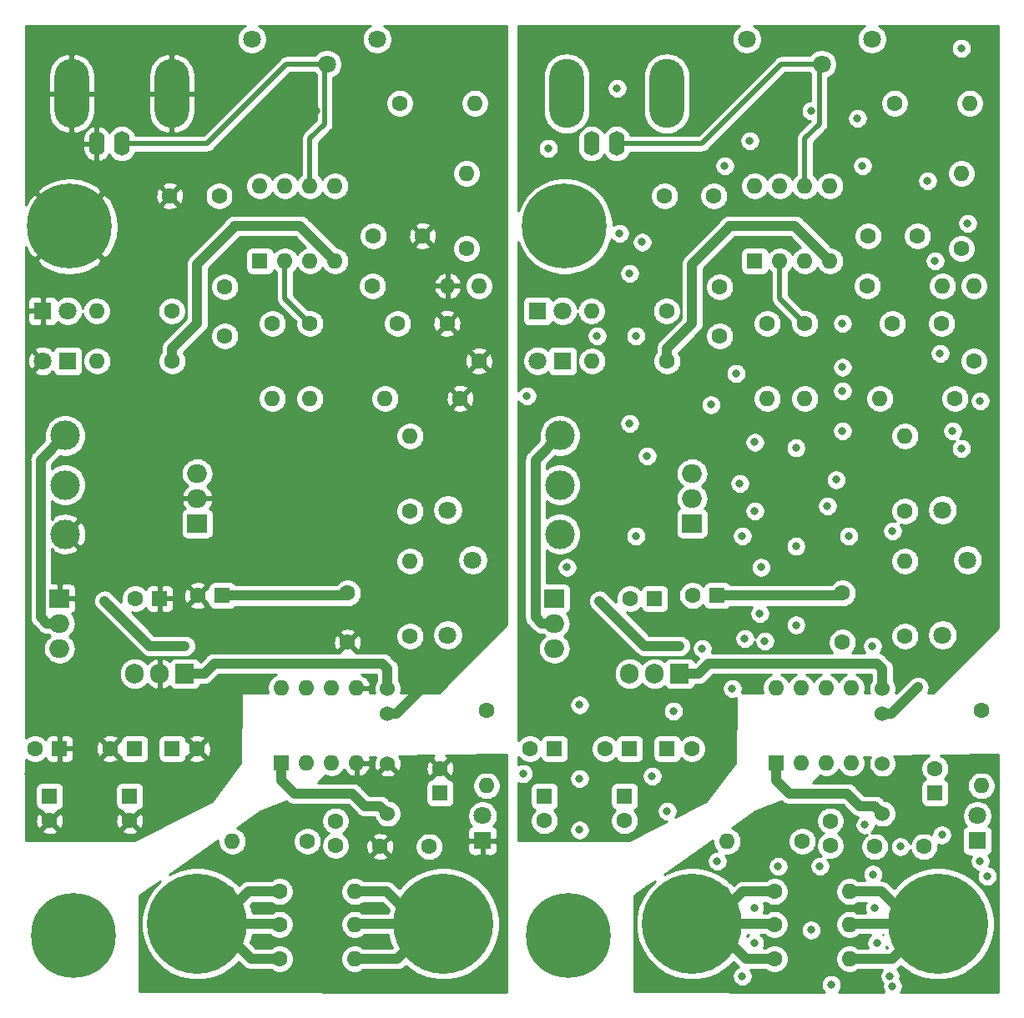
<source format=gbr>
%TF.GenerationSoftware,KiCad,Pcbnew,(5.1.5)-3*%
%TF.CreationDate,2020-06-29T12:52:48+02:00*%
%TF.ProjectId,HCPL Board,4843504c-2042-46f6-9172-642e6b696361,rev?*%
%TF.SameCoordinates,Original*%
%TF.FileFunction,Copper,L2,Bot*%
%TF.FilePolarity,Positive*%
%FSLAX46Y46*%
G04 Gerber Fmt 4.6, Leading zero omitted, Abs format (unit mm)*
G04 Created by KiCad (PCBNEW (5.1.5)-3) date 2020-06-29 12:52:48*
%MOMM*%
%LPD*%
G04 APERTURE LIST*
%TA.AperFunction,ComponentPad*%
%ADD10R,1.600000X1.600000*%
%TD*%
%TA.AperFunction,ComponentPad*%
%ADD11C,1.600000*%
%TD*%
%TA.AperFunction,ComponentPad*%
%ADD12O,1.600000X1.600000*%
%TD*%
%TA.AperFunction,ComponentPad*%
%ADD13O,3.500000X7.000000*%
%TD*%
%TA.AperFunction,ComponentPad*%
%ADD14O,1.600000X2.500000*%
%TD*%
%TA.AperFunction,ComponentPad*%
%ADD15C,1.800000*%
%TD*%
%TA.AperFunction,ComponentPad*%
%ADD16R,2.000000X1.905000*%
%TD*%
%TA.AperFunction,ComponentPad*%
%ADD17O,2.000000X1.905000*%
%TD*%
%TA.AperFunction,ComponentPad*%
%ADD18R,1.905000X2.000000*%
%TD*%
%TA.AperFunction,ComponentPad*%
%ADD19O,1.905000X2.000000*%
%TD*%
%TA.AperFunction,ComponentPad*%
%ADD20C,1.524000*%
%TD*%
%TA.AperFunction,ComponentPad*%
%ADD21R,1.800000X1.800000*%
%TD*%
%TA.AperFunction,ComponentPad*%
%ADD22C,10.160000*%
%TD*%
%TA.AperFunction,ComponentPad*%
%ADD23C,8.600000*%
%TD*%
%TA.AperFunction,ComponentPad*%
%ADD24C,3.000000*%
%TD*%
%TA.AperFunction,ViaPad*%
%ADD25C,0.800000*%
%TD*%
%TA.AperFunction,Conductor*%
%ADD26C,1.000000*%
%TD*%
%TA.AperFunction,Conductor*%
%ADD27C,0.500000*%
%TD*%
%TA.AperFunction,Conductor*%
%ADD28C,0.254000*%
%TD*%
%TA.AperFunction,NonConductor*%
%ADD29C,0.254000*%
%TD*%
G04 APERTURE END LIST*
D10*
%TO.P,C1,1*%
%TO.N,N/C*%
X124764000Y-101316000D03*
D11*
%TO.P,C1,2*%
X124764000Y-103816000D03*
%TD*%
%TO.P,R1,1*%
%TO.N,N/C*%
X137146500Y-52040000D03*
D12*
%TO.P,R1,2*%
X129526500Y-52040000D03*
%TD*%
D10*
%TO.P,C3,1*%
%TO.N,N/C*%
X135940000Y-81250000D03*
D11*
%TO.P,C3,2*%
X133440000Y-81250000D03*
%TD*%
%TO.P,R3,1*%
%TO.N,N/C*%
X137210000Y-57120000D03*
D12*
%TO.P,R3,2*%
X129590000Y-57120000D03*
%TD*%
D11*
%TO.P,R_A,1*%
%TO.N,N/C*%
X150926000Y-105888000D03*
D12*
%TO.P,R_A,2*%
X143306000Y-105888000D03*
%TD*%
D11*
%TO.P,R2,1*%
%TO.N,N/C*%
X169080000Y-92640000D03*
D12*
%TO.P,R2,2*%
X169080000Y-100260000D03*
%TD*%
D13*
%TO.P,J4,2*%
%TO.N,N/C*%
X127000000Y-29960000D03*
X137160000Y-29960000D03*
D14*
%TO.P,J4,1*%
X132080000Y-35040000D03*
%TO.P,J4,2*%
X129540000Y-35040000D03*
%TD*%
D11*
%TO.P,C5,1*%
%TO.N,N/C*%
X160070000Y-53310000D03*
%TO.P,C5,2*%
X165070000Y-53310000D03*
%TD*%
%TO.P,R_Shunt1,1*%
%TO.N,N/C*%
X148100000Y-111000000D03*
D12*
%TO.P,R_Shunt1,2*%
X155720000Y-111000000D03*
%TD*%
D15*
%TO.P,Offset,3*%
%TO.N,N/C*%
X165150000Y-72240000D03*
%TO.P,Offset,2*%
X167690000Y-77320000D03*
%TO.P,Offset,1*%
X165150000Y-84940000D03*
%TD*%
%TO.P,Gain,1*%
%TO.N,N/C*%
X145280000Y-24440000D03*
%TO.P,Gain,2*%
X152900000Y-26980000D03*
%TO.P,Gain,3*%
X157980000Y-24440000D03*
%TD*%
D10*
%TO.P,OP7,1*%
%TO.N,N/C*%
X146100000Y-46960000D03*
D12*
%TO.P,OP7,5*%
X153720000Y-39340000D03*
%TO.P,OP7,2*%
X148640000Y-46960000D03*
%TO.P,OP7,6*%
X151180000Y-39340000D03*
%TO.P,OP7,3*%
X151180000Y-46960000D03*
%TO.P,OP7,7*%
X148640000Y-39340000D03*
%TO.P,OP7,4*%
X153720000Y-46960000D03*
%TO.P,OP7,8*%
X146100000Y-39340000D03*
%TD*%
D10*
%TO.P,C4,1*%
%TO.N,N/C*%
X125780000Y-96490000D03*
D11*
%TO.P,C4,2*%
X123280000Y-96490000D03*
%TD*%
D10*
%TO.P,C2,1*%
%TO.N,N/C*%
X133400000Y-96490000D03*
D11*
%TO.P,C2,2*%
X130900000Y-96490000D03*
%TD*%
D16*
%TO.P,L7912,1*%
%TO.N,N/C*%
X125780000Y-81250000D03*
D17*
%TO.P,L7912,2*%
X125780000Y-83790000D03*
%TO.P,L7912,3*%
X125780000Y-86330000D03*
%TD*%
D18*
%TO.P,L7812,1*%
%TO.N,N/C*%
X138480000Y-88870000D03*
D19*
%TO.P,L7812,2*%
X135940000Y-88870000D03*
%TO.P,L7812,3*%
X133400000Y-88870000D03*
%TD*%
D11*
%TO.P,C_A,1*%
%TO.N,N/C*%
X153783500Y-106332500D03*
%TO.P,C_A,2*%
X153783500Y-103832500D03*
%TD*%
D20*
%TO.P,Gaptec,1*%
%TO.N,N/C*%
X159054000Y-90394000D03*
%TO.P,Gaptec,2*%
X159054000Y-92934000D03*
%TO.P,Gaptec,4*%
X159054000Y-98014000D03*
%TO.P,Gaptec,6*%
X159054000Y-103094000D03*
%TD*%
D11*
%TO.P,C7,1*%
%TO.N,N/C*%
X142544000Y-54580000D03*
%TO.P,C7,2*%
X142544000Y-49580000D03*
%TD*%
D10*
%TO.P,C10,1*%
%TO.N,N/C*%
X164388000Y-100998500D03*
D11*
%TO.P,C10,2*%
X164388000Y-98498500D03*
%TD*%
%TO.P,R4,1*%
%TO.N,N/C*%
X161340000Y-72360000D03*
D12*
%TO.P,R4,2*%
X161340000Y-64740000D03*
%TD*%
D10*
%TO.P,C8,1*%
%TO.N,N/C*%
X142280000Y-80940000D03*
D11*
%TO.P,C8,2*%
X139780000Y-80940000D03*
%TD*%
%TO.P,C13,1*%
%TO.N,N/C*%
X136956000Y-40356000D03*
%TO.P,C13,2*%
X141956000Y-40356000D03*
%TD*%
%TO.P,C12,1*%
%TO.N,N/C*%
X154990000Y-85695000D03*
%TO.P,C12,2*%
X154990000Y-80695000D03*
%TD*%
D10*
%TO.P,C6,1*%
%TO.N,N/C*%
X137210000Y-96490000D03*
D11*
%TO.P,C6,2*%
X139710000Y-96490000D03*
%TD*%
D10*
%TO.P,C9,1*%
%TO.N,N/C*%
X132892000Y-101316000D03*
D11*
%TO.P,C9,2*%
X132892000Y-103816000D03*
%TD*%
%TO.P,R7,1*%
%TO.N,N/C*%
X151180000Y-53310000D03*
D12*
%TO.P,R7,2*%
X151180000Y-60930000D03*
%TD*%
D11*
%TO.P,R8,1*%
%TO.N,N/C*%
X161340000Y-85060000D03*
D12*
%TO.P,R8,2*%
X161340000Y-77440000D03*
%TD*%
D21*
%TO.P,+12V,1*%
%TO.N,N/C*%
X124065500Y-52040000D03*
D15*
%TO.P,+12V,2*%
X126605500Y-52040000D03*
%TD*%
D22*
%TO.P,J3,1*%
%TO.N,N/C*%
X139750000Y-114270000D03*
%TD*%
D21*
%TO.P,-12V,1*%
%TO.N,N/C*%
X126605500Y-57120000D03*
D15*
%TO.P,-12V,2*%
X124065500Y-57120000D03*
%TD*%
D11*
%TO.P,R5,1*%
%TO.N,N/C*%
X167055000Y-45690000D03*
D12*
%TO.P,R5,2*%
X167055000Y-38070000D03*
%TD*%
D11*
%TO.P,R11,1*%
%TO.N,N/C*%
X157530000Y-49500000D03*
D12*
%TO.P,R11,2*%
X165150000Y-49500000D03*
%TD*%
D10*
%TO.P,HCPL,1*%
%TO.N,N/C*%
X148280000Y-97940000D03*
D12*
%TO.P,HCPL,5*%
X155900000Y-90320000D03*
%TO.P,HCPL,2*%
X150820000Y-97940000D03*
%TO.P,HCPL,6*%
X153360000Y-90320000D03*
%TO.P,HCPL,3*%
X153360000Y-97940000D03*
%TO.P,HCPL,7*%
X150820000Y-90320000D03*
%TO.P,HCPL,4*%
X155900000Y-97940000D03*
%TO.P,HCPL,8*%
X148280000Y-90320000D03*
%TD*%
D11*
%TO.P,R9,1*%
%TO.N,N/C*%
X168325000Y-57120000D03*
D12*
%TO.P,R9,2*%
X168325000Y-49500000D03*
%TD*%
D22*
%TO.P,J2,1*%
%TO.N,N/C*%
X164705500Y-114270000D03*
%TD*%
D21*
%TO.P,+5V_iso,1*%
%TO.N,N/C*%
X168680000Y-105840000D03*
D15*
%TO.P,+5V_iso,2*%
X168680000Y-103300000D03*
%TD*%
D11*
%TO.P,R6,1*%
%TO.N,N/C*%
X147370000Y-53310000D03*
D12*
%TO.P,R6,2*%
X147370000Y-60930000D03*
%TD*%
D11*
%TO.P,R10,1*%
%TO.N,N/C*%
X166420000Y-60930000D03*
D12*
%TO.P,R10,2*%
X158800000Y-60930000D03*
%TD*%
D23*
%TO.P,REF\002A\002A,1*%
%TO.N,N/C*%
X126796000Y-43440000D03*
%TD*%
D16*
%TO.P,L7805,1*%
%TO.N,N/C*%
X139750000Y-73630000D03*
D17*
%TO.P,L7805,2*%
X139750000Y-71090000D03*
%TO.P,L7805,3*%
X139750000Y-68550000D03*
%TD*%
D24*
%TO.P,J1,1*%
%TO.N,N/C*%
X126340000Y-64700000D03*
%TO.P,J1,2*%
X126340000Y-69700000D03*
%TO.P,J1,3*%
X126340000Y-74700000D03*
%TD*%
D11*
%TO.P,C14,1*%
%TO.N,N/C*%
X162610000Y-44420000D03*
%TO.P,C14,2*%
X157610000Y-44420000D03*
%TD*%
%TO.P,R12,1*%
%TO.N,N/C*%
X160280000Y-30940000D03*
D12*
%TO.P,R12,2*%
X167900000Y-30940000D03*
%TD*%
D11*
%TO.P,R_Shunt2,1*%
%TO.N,N/C*%
X148090000Y-117826000D03*
D12*
%TO.P,R_Shunt2,2*%
X155710000Y-117826000D03*
%TD*%
D11*
%TO.P,R,1*%
%TO.N,N/C*%
X148090000Y-114333500D03*
D12*
%TO.P,R,2*%
X155710000Y-114333500D03*
%TD*%
D23*
%TO.P,REF\002A\002A,1*%
%TO.N,N/C*%
X127180000Y-115440000D03*
%TD*%
D11*
%TO.P,C11,1*%
%TO.N,N/C*%
X158280000Y-106440000D03*
%TO.P,C11,2*%
X163280000Y-106440000D03*
%TD*%
%TO.P,C11,2*%
%TO.N,5V_iso*%
X113080000Y-106440000D03*
%TO.P,C11,1*%
%TO.N,GND2*%
X108080000Y-106440000D03*
%TD*%
D24*
%TO.P,J1,3*%
%TO.N,GND*%
X76140000Y-74700000D03*
%TO.P,J1,2*%
%TO.N,+15V*%
X76140000Y-69700000D03*
%TO.P,J1,1*%
%TO.N,-15V*%
X76140000Y-64700000D03*
%TD*%
D17*
%TO.P,L7805,3*%
%TO.N,+5V*%
X89550000Y-68550000D03*
%TO.P,L7805,2*%
%TO.N,GND*%
X89550000Y-71090000D03*
D16*
%TO.P,L7805,1*%
%TO.N,+12V*%
X89550000Y-73630000D03*
%TD*%
D23*
%TO.P,REF\002A\002A,1*%
%TO.N,GND*%
X76596000Y-43440000D03*
%TD*%
%TO.P,REF\002A\002A,1*%
%TO.N,N/C*%
X76980000Y-115440000D03*
%TD*%
D12*
%TO.P,R,2*%
%TO.N,SIGNAL_OUT*%
X105510000Y-114333500D03*
D11*
%TO.P,R,1*%
%TO.N,SIGNAL_IN*%
X97890000Y-114333500D03*
%TD*%
D12*
%TO.P,R_Shunt2,2*%
%TO.N,SIGNAL_OUT*%
X105510000Y-117826000D03*
D11*
%TO.P,R_Shunt2,1*%
%TO.N,SIGNAL_IN*%
X97890000Y-117826000D03*
%TD*%
D12*
%TO.P,R12,2*%
%TO.N,Net-(C7-Pad1)*%
X117700000Y-30940000D03*
D11*
%TO.P,R12,1*%
%TO.N,Net-(Gain1-Pad3)*%
X110080000Y-30940000D03*
%TD*%
%TO.P,C14,2*%
%TO.N,-12V*%
X107410000Y-44420000D03*
%TO.P,C14,1*%
%TO.N,GND*%
X112410000Y-44420000D03*
%TD*%
%TO.P,C13,2*%
%TO.N,+12V*%
X91756000Y-40356000D03*
%TO.P,C13,1*%
%TO.N,GND*%
X86756000Y-40356000D03*
%TD*%
%TO.P,C12,2*%
%TO.N,+5V*%
X104790000Y-80695000D03*
%TO.P,C12,1*%
%TO.N,GND*%
X104790000Y-85695000D03*
%TD*%
%TO.P,C7,2*%
%TO.N,Net-(C7-Pad2)*%
X92344000Y-49580000D03*
%TO.P,C7,1*%
%TO.N,Net-(C7-Pad1)*%
X92344000Y-54580000D03*
%TD*%
%TO.P,C8,2*%
%TO.N,GND*%
X89580000Y-80940000D03*
D10*
%TO.P,C8,1*%
%TO.N,+5V*%
X92080000Y-80940000D03*
%TD*%
D12*
%TO.P,R4,2*%
%TO.N,-12V*%
X111140000Y-64740000D03*
D11*
%TO.P,R4,1*%
%TO.N,Net-(Offset1-Pad3)*%
X111140000Y-72360000D03*
%TD*%
%TO.P,C10,2*%
%TO.N,GND2*%
X114188000Y-98498500D03*
D10*
%TO.P,C10,1*%
%TO.N,5V_iso*%
X114188000Y-100998500D03*
%TD*%
D11*
%TO.P,C9,2*%
%TO.N,GND*%
X82692000Y-103816000D03*
D10*
%TO.P,C9,1*%
%TO.N,+15V*%
X82692000Y-101316000D03*
%TD*%
D11*
%TO.P,C6,2*%
%TO.N,GND*%
X89510000Y-96490000D03*
D10*
%TO.P,C6,1*%
%TO.N,+12V*%
X87010000Y-96490000D03*
%TD*%
D11*
%TO.P,C4,2*%
%TO.N,-12V*%
X73080000Y-96490000D03*
D10*
%TO.P,C4,1*%
%TO.N,GND*%
X75580000Y-96490000D03*
%TD*%
D11*
%TO.P,C3,2*%
%TO.N,-15V*%
X83240000Y-81250000D03*
D10*
%TO.P,C3,1*%
%TO.N,GND*%
X85740000Y-81250000D03*
%TD*%
D11*
%TO.P,C2,2*%
%TO.N,GND*%
X80700000Y-96490000D03*
D10*
%TO.P,C2,1*%
%TO.N,+12V*%
X83200000Y-96490000D03*
%TD*%
D11*
%TO.P,C1,2*%
%TO.N,GND*%
X74564000Y-103816000D03*
D10*
%TO.P,C1,1*%
%TO.N,+15V*%
X74564000Y-101316000D03*
%TD*%
D11*
%TO.P,C5,2*%
%TO.N,GND*%
X114870000Y-53310000D03*
%TO.P,C5,1*%
%TO.N,Net-(C5-Pad1)*%
X109870000Y-53310000D03*
%TD*%
D20*
%TO.P,Gaptec,6*%
%TO.N,5V_iso*%
X108854000Y-103094000D03*
%TO.P,Gaptec,4*%
%TO.N,GND2*%
X108854000Y-98014000D03*
%TO.P,Gaptec,2*%
%TO.N,GND*%
X108854000Y-92934000D03*
%TO.P,Gaptec,1*%
%TO.N,+15V*%
X108854000Y-90394000D03*
%TD*%
D15*
%TO.P,Gain,3*%
%TO.N,Net-(Gain1-Pad3)*%
X107780000Y-24440000D03*
%TO.P,Gain,2*%
%TO.N,Net-(C7-Pad2)*%
X102700000Y-26980000D03*
%TO.P,Gain,1*%
%TO.N,Net-(Gain1-Pad1)*%
X95080000Y-24440000D03*
%TD*%
%TO.P,Offset,1*%
%TO.N,Net-(Offset1-Pad1)*%
X114950000Y-84940000D03*
%TO.P,Offset,2*%
%TO.N,Net-(Offset1-Pad2)*%
X117490000Y-77320000D03*
%TO.P,Offset,3*%
%TO.N,Net-(Offset1-Pad3)*%
X114950000Y-72240000D03*
%TD*%
D17*
%TO.P,L7912,3*%
%TO.N,-12V*%
X75580000Y-86330000D03*
%TO.P,L7912,2*%
%TO.N,-15V*%
X75580000Y-83790000D03*
D16*
%TO.P,L7912,1*%
%TO.N,GND*%
X75580000Y-81250000D03*
%TD*%
D14*
%TO.P,J4,2*%
%TO.N,GND*%
X79340000Y-35040000D03*
%TO.P,J4,1*%
%TO.N,Net-(C7-Pad2)*%
X81880000Y-35040000D03*
D13*
%TO.P,J4,2*%
%TO.N,GND*%
X86960000Y-29960000D03*
X76800000Y-29960000D03*
%TD*%
D11*
%TO.P,C_A,2*%
%TO.N,SIGNAL_OUT*%
X103583500Y-103832500D03*
%TO.P,C_A,1*%
%TO.N,Net-(C_Alias1-Pad1)*%
X103583500Y-106332500D03*
%TD*%
D19*
%TO.P,L7812,3*%
%TO.N,+12V*%
X83200000Y-88870000D03*
%TO.P,L7812,2*%
%TO.N,GND*%
X85740000Y-88870000D03*
D18*
%TO.P,L7812,1*%
%TO.N,+15V*%
X88280000Y-88870000D03*
%TD*%
D12*
%TO.P,R2,2*%
%TO.N,Net-(+5V_iso1-Pad2)*%
X118880000Y-100260000D03*
D11*
%TO.P,R2,1*%
%TO.N,5V_iso*%
X118880000Y-92640000D03*
%TD*%
D12*
%TO.P,OP7,8*%
%TO.N,Net-(OP7-Pad8)*%
X95900000Y-39340000D03*
%TO.P,OP7,4*%
%TO.N,-12V*%
X103520000Y-46960000D03*
%TO.P,OP7,7*%
%TO.N,+12V*%
X98440000Y-39340000D03*
%TO.P,OP7,3*%
%TO.N,Net-(C5-Pad1)*%
X100980000Y-46960000D03*
%TO.P,OP7,6*%
%TO.N,Net-(C7-Pad2)*%
X100980000Y-39340000D03*
%TO.P,OP7,2*%
%TO.N,Net-(C7-Pad1)*%
X98440000Y-46960000D03*
%TO.P,OP7,5*%
%TO.N,Net-(OP7-Pad5)*%
X103520000Y-39340000D03*
D10*
%TO.P,OP7,1*%
%TO.N,Net-(OP7-Pad1)*%
X95900000Y-46960000D03*
%TD*%
D12*
%TO.P,R_Shunt1,2*%
%TO.N,SIGNAL_OUT*%
X105520000Y-111000000D03*
D11*
%TO.P,R_Shunt1,1*%
%TO.N,SIGNAL_IN*%
X97900000Y-111000000D03*
%TD*%
D12*
%TO.P,R_A,2*%
%TO.N,SIGNAL_IN*%
X93106000Y-105888000D03*
D11*
%TO.P,R_A,1*%
%TO.N,Net-(C_Alias1-Pad1)*%
X100726000Y-105888000D03*
%TD*%
D12*
%TO.P,R3,2*%
%TO.N,Net-(-12V1-Pad1)*%
X79390000Y-57120000D03*
D11*
%TO.P,R3,1*%
%TO.N,-12V*%
X87010000Y-57120000D03*
%TD*%
D12*
%TO.P,R1,2*%
%TO.N,Net-(+12V1-Pad2)*%
X79326500Y-52040000D03*
D11*
%TO.P,R1,1*%
%TO.N,+12V*%
X86946500Y-52040000D03*
%TD*%
D12*
%TO.P,R11,2*%
%TO.N,GND*%
X114950000Y-49500000D03*
D11*
%TO.P,R11,1*%
%TO.N,Net-(C5-Pad1)*%
X107330000Y-49500000D03*
%TD*%
D12*
%TO.P,R10,2*%
%TO.N,Net-(Offset1-Pad3)*%
X108600000Y-60930000D03*
D11*
%TO.P,R10,1*%
%TO.N,GND*%
X116220000Y-60930000D03*
%TD*%
D12*
%TO.P,R9,2*%
%TO.N,Net-(Offset1-Pad1)*%
X118125000Y-49500000D03*
D11*
%TO.P,R9,1*%
%TO.N,GND*%
X118125000Y-57120000D03*
%TD*%
D12*
%TO.P,R8,2*%
%TO.N,Net-(Offset1-Pad2)*%
X111140000Y-77440000D03*
D11*
%TO.P,R8,1*%
%TO.N,Net-(C5-Pad1)*%
X111140000Y-85060000D03*
%TD*%
D12*
%TO.P,R7,2*%
%TO.N,Net-(HCPL1-Pad6)*%
X100980000Y-60930000D03*
D11*
%TO.P,R7,1*%
%TO.N,Net-(C7-Pad1)*%
X100980000Y-53310000D03*
%TD*%
D12*
%TO.P,R6,2*%
%TO.N,Net-(HCPL1-Pad7)*%
X97170000Y-60930000D03*
D11*
%TO.P,R6,1*%
%TO.N,Net-(C5-Pad1)*%
X97170000Y-53310000D03*
%TD*%
D12*
%TO.P,R5,2*%
%TO.N,+12V*%
X116855000Y-38070000D03*
D11*
%TO.P,R5,1*%
%TO.N,Net-(Offset1-Pad1)*%
X116855000Y-45690000D03*
%TD*%
D22*
%TO.P,J3,1*%
%TO.N,SIGNAL_IN*%
X89550000Y-114270000D03*
%TD*%
%TO.P,J2,1*%
%TO.N,SIGNAL_OUT*%
X114505500Y-114270000D03*
%TD*%
D12*
%TO.P,HCPL,8*%
%TO.N,+5V*%
X98080000Y-90320000D03*
%TO.P,HCPL,4*%
%TO.N,GND2*%
X105700000Y-97940000D03*
%TO.P,HCPL,7*%
%TO.N,Net-(HCPL1-Pad7)*%
X100620000Y-90320000D03*
%TO.P,HCPL,3*%
%TO.N,SIGNAL_OUT*%
X103160000Y-97940000D03*
%TO.P,HCPL,6*%
%TO.N,Net-(HCPL1-Pad6)*%
X103160000Y-90320000D03*
%TO.P,HCPL,2*%
%TO.N,Net-(C_Alias1-Pad1)*%
X100620000Y-97940000D03*
%TO.P,HCPL,5*%
%TO.N,GND*%
X105700000Y-90320000D03*
D10*
%TO.P,HCPL,1*%
%TO.N,5V_iso*%
X98080000Y-97940000D03*
%TD*%
D15*
%TO.P,-12V,2*%
%TO.N,GND*%
X73865500Y-57120000D03*
D21*
%TO.P,-12V,1*%
%TO.N,Net-(-12V1-Pad1)*%
X76405500Y-57120000D03*
%TD*%
D15*
%TO.P,+5V_iso,2*%
%TO.N,Net-(+5V_iso1-Pad2)*%
X118480000Y-103300000D03*
D21*
%TO.P,+5V_iso,1*%
%TO.N,GND2*%
X118480000Y-105840000D03*
%TD*%
D15*
%TO.P,+12V,2*%
%TO.N,Net-(+12V1-Pad2)*%
X76405500Y-52040000D03*
D21*
%TO.P,+12V,1*%
%TO.N,GND*%
X73865500Y-52040000D03*
%TD*%
D25*
%TO.N,*%
X133400000Y-63470000D03*
X134035000Y-54580000D03*
X141655000Y-61565000D03*
X134670000Y-45055000D03*
X167055000Y-25370000D03*
X122605000Y-99030000D03*
X127050000Y-78075000D03*
X146100000Y-65375000D03*
X155625000Y-74900000D03*
X146735000Y-78075000D03*
X125145000Y-35530000D03*
X146100000Y-72360000D03*
X137845000Y-92680000D03*
X167055000Y-66010000D03*
X143814000Y-90394000D03*
X144195000Y-58390000D03*
X151815000Y-31720000D03*
X154990000Y-53310000D03*
X154355000Y-69185000D03*
X167690000Y-43150000D03*
X134035000Y-74900000D03*
X154990000Y-57755000D03*
X128320000Y-104745000D03*
X128320000Y-92045000D03*
X133400000Y-48230000D03*
X144576000Y-69566000D03*
X158038000Y-86076000D03*
X135178000Y-66772000D03*
X146608000Y-82774000D03*
X147116000Y-85568000D03*
X140766000Y-86330000D03*
X156514000Y-32482000D03*
X144830000Y-74900000D03*
X135686000Y-99284000D03*
X145592000Y-34768000D03*
X153466000Y-71852000D03*
X154990000Y-60168000D03*
X163626000Y-38832000D03*
X168960000Y-61184000D03*
X132130000Y-29434000D03*
X137210000Y-102840000D03*
X154990000Y-64232000D03*
X164388000Y-46960000D03*
X132384000Y-44166000D03*
X128320000Y-99538000D03*
X157022000Y-37308000D03*
X145084000Y-85314000D03*
X130098000Y-54580000D03*
X122986000Y-60676000D03*
X143052000Y-37308000D03*
X160070000Y-74392000D03*
X166166000Y-64232000D03*
X164896000Y-56358000D03*
X150280000Y-75940000D03*
X150280000Y-83940000D03*
X150280000Y-65940000D03*
X162680000Y-90240000D03*
X138480000Y-86076000D03*
X130352000Y-81504000D03*
X143560000Y-43404000D03*
X142290000Y-107920000D03*
X160070000Y-120620000D03*
X151815000Y-114905000D03*
X168960000Y-107920000D03*
X144830000Y-119604000D03*
X159816000Y-119604000D03*
X152704000Y-108428000D03*
X158280000Y-112640000D03*
X165080000Y-105240000D03*
X158080000Y-109240000D03*
X146080000Y-116240000D03*
X169680000Y-109440000D03*
X157280000Y-104240000D03*
X158480000Y-116240000D03*
X160880000Y-106440000D03*
X153880000Y-120440000D03*
X148480000Y-108440000D03*
X146080000Y-112640000D03*
%TO.N,GND*%
X83200000Y-63470000D03*
X91455000Y-61565000D03*
X83835000Y-54580000D03*
X84470000Y-45055000D03*
X74945000Y-35530000D03*
X101615000Y-31720000D03*
X116855000Y-25370000D03*
X117490000Y-43150000D03*
X116855000Y-66010000D03*
X105425000Y-74900000D03*
X95900000Y-72360000D03*
X87645000Y-92680000D03*
X78120000Y-92045000D03*
X78120000Y-104745000D03*
X72405000Y-99030000D03*
X76850000Y-78075000D03*
X83835000Y-74900000D03*
X95900000Y-65375000D03*
X83200000Y-48230000D03*
X104790000Y-57755000D03*
X104790000Y-53310000D03*
X93995000Y-58390000D03*
X104155000Y-69185000D03*
X96535000Y-78075000D03*
X93614000Y-90394000D03*
X94884000Y-85314000D03*
X94630000Y-74900000D03*
X94376000Y-69566000D03*
X84978000Y-66772000D03*
X79898000Y-54580000D03*
X72786000Y-60676000D03*
X109870000Y-74392000D03*
X115966000Y-64232000D03*
X107838000Y-86076000D03*
X96408000Y-82774000D03*
X103266000Y-71852000D03*
X104790000Y-60168000D03*
X104790000Y-64232000D03*
X118760000Y-61184000D03*
X114696000Y-56358000D03*
X114188000Y-46960000D03*
X113426000Y-38832000D03*
X106822000Y-37308000D03*
X106314000Y-32482000D03*
X95392000Y-34768000D03*
X82184000Y-44166000D03*
X87010000Y-102840000D03*
X85486000Y-99284000D03*
X78120000Y-99538000D03*
X96916000Y-85568000D03*
X90566000Y-86330000D03*
X81930000Y-29434000D03*
X92852000Y-37308000D03*
X100080000Y-75940000D03*
X100080000Y-65940000D03*
X100080000Y-83940000D03*
X112480000Y-90240000D03*
%TO.N,+15V*%
X80152000Y-81504000D03*
X88280000Y-86076000D03*
%TO.N,-12V*%
X93360000Y-43404000D03*
%TO.N,GND2*%
X101615000Y-114905000D03*
X92090000Y-107920000D03*
X109870000Y-120620000D03*
X118760000Y-107920000D03*
X94630000Y-119604000D03*
X109616000Y-119604000D03*
X102504000Y-108428000D03*
X107880000Y-109240000D03*
X107080000Y-104240000D03*
X110680000Y-106440000D03*
X119480000Y-109440000D03*
X103680000Y-120440000D03*
X95880000Y-112640000D03*
X95880000Y-116240000D03*
X108280000Y-116240000D03*
X108080000Y-112640000D03*
X98280000Y-108440000D03*
X114880000Y-105240000D03*
%TD*%
D26*
%TO.N,*%
X159986000Y-92934000D02*
X162680000Y-90240000D01*
X159054000Y-92934000D02*
X159986000Y-92934000D01*
X130352000Y-81504000D02*
X134924000Y-86076000D01*
X134924000Y-86076000D02*
X138480000Y-86076000D01*
D27*
X138480000Y-86076000D02*
X138480000Y-86076000D01*
D26*
X159054000Y-90394000D02*
X159054000Y-88362000D01*
X158546000Y-87854000D02*
X141448500Y-87854000D01*
X159054000Y-88362000D02*
X158546000Y-87854000D01*
X141448500Y-87854000D02*
X140432500Y-88870000D01*
X140432500Y-88870000D02*
X138480000Y-88870000D01*
X123875000Y-67165000D02*
X126340000Y-64700000D01*
X123875000Y-83155000D02*
X123875000Y-67165000D01*
X124510000Y-83790000D02*
X123875000Y-83155000D01*
X125780000Y-83790000D02*
X124510000Y-83790000D01*
X137210000Y-55850000D02*
X139750000Y-53310000D01*
X137210000Y-57120000D02*
X137210000Y-55850000D01*
X150164000Y-43404000D02*
X153720000Y-46960000D01*
X143560000Y-43404000D02*
X150164000Y-43404000D01*
X139750000Y-47299515D02*
X143602758Y-43446757D01*
X139750000Y-53310000D02*
X139750000Y-47299515D01*
X142280000Y-80940000D02*
X154745000Y-80940000D01*
D27*
X142525000Y-80695000D02*
X142280000Y-80940000D01*
D26*
X154745000Y-80940000D02*
X154990000Y-80695000D01*
D27*
X151180000Y-53310000D02*
X148640000Y-50770000D01*
X148640000Y-50770000D02*
X148640000Y-46960000D01*
D26*
X156768001Y-102332001D02*
X155498000Y-101062000D01*
X158292001Y-102332001D02*
X156768001Y-102332001D01*
X155498000Y-101062000D02*
X149602000Y-101062000D01*
X148280000Y-99740000D02*
X148280000Y-97940000D01*
X149602000Y-101062000D02*
X148280000Y-99740000D01*
X159054000Y-103094000D02*
X158292001Y-102332001D01*
X162210000Y-111000000D02*
X165150000Y-113940000D01*
X162150000Y-116940000D02*
X165150000Y-113940000D01*
X164705500Y-114270000D02*
X163626000Y-114270000D01*
X160070000Y-117826000D02*
X155710000Y-117826000D01*
X164705500Y-114270000D02*
X162229000Y-114270000D01*
X163626000Y-114270000D02*
X160070000Y-117826000D01*
X158959000Y-111000000D02*
X155720000Y-111000000D01*
X164705500Y-114270000D02*
X155773500Y-114270000D01*
X162229000Y-114270000D02*
X158959000Y-111000000D01*
X155710000Y-111010000D02*
X155720000Y-111000000D01*
X155773500Y-114270000D02*
X155710000Y-114333500D01*
X139750000Y-114270000D02*
X141655000Y-114270000D01*
X140080000Y-113940000D02*
X139750000Y-114270000D01*
X148090000Y-111010000D02*
X148100000Y-111000000D01*
X143020000Y-111000000D02*
X139750000Y-114270000D01*
X142420000Y-116940000D02*
X139750000Y-114270000D01*
X139750000Y-114270000D02*
X148026500Y-114270000D01*
X141655000Y-114270000D02*
X145211000Y-117826000D01*
X148026500Y-114270000D02*
X148090000Y-114333500D01*
X145211000Y-117826000D02*
X148090000Y-117826000D01*
X144925000Y-111000000D02*
X148100000Y-111000000D01*
X141655000Y-114270000D02*
X144925000Y-111000000D01*
D27*
X152665001Y-33054999D02*
X152665001Y-27214999D01*
X151180000Y-39340000D02*
X151180000Y-34540000D01*
X152665001Y-27214999D02*
X152900000Y-26980000D01*
X151180000Y-34540000D02*
X152665001Y-33054999D01*
X140748000Y-35040000D02*
X132080000Y-35040000D01*
X148808000Y-26980000D02*
X140748000Y-35040000D01*
X152900000Y-26980000D02*
X148808000Y-26980000D01*
D26*
%TO.N,GND*%
X109786000Y-92934000D02*
X112480000Y-90240000D01*
X108854000Y-92934000D02*
X109786000Y-92934000D01*
%TO.N,+15V*%
X80152000Y-81504000D02*
X84724000Y-86076000D01*
X84724000Y-86076000D02*
X88280000Y-86076000D01*
D27*
X88280000Y-86076000D02*
X88280000Y-86076000D01*
D26*
X108854000Y-90394000D02*
X108854000Y-88362000D01*
X108854000Y-88362000D02*
X108346000Y-87854000D01*
X90232500Y-88870000D02*
X88280000Y-88870000D01*
X91248500Y-87854000D02*
X90232500Y-88870000D01*
X108346000Y-87854000D02*
X91248500Y-87854000D01*
%TO.N,-15V*%
X73675000Y-83155000D02*
X73675000Y-67165000D01*
X75580000Y-83790000D02*
X74310000Y-83790000D01*
X73675000Y-67165000D02*
X76140000Y-64700000D01*
X74310000Y-83790000D02*
X73675000Y-83155000D01*
%TO.N,-12V*%
X87010000Y-57120000D02*
X87010000Y-55850000D01*
X87010000Y-55850000D02*
X89550000Y-53310000D01*
X89550000Y-47299515D02*
X93402758Y-43446757D01*
X89550000Y-53310000D02*
X89550000Y-47299515D01*
X99964000Y-43404000D02*
X103520000Y-46960000D01*
X93360000Y-43404000D02*
X99964000Y-43404000D01*
D27*
%TO.N,+5V*%
X92325000Y-80695000D02*
X92080000Y-80940000D01*
D26*
X104545000Y-80940000D02*
X104790000Y-80695000D01*
X92080000Y-80940000D02*
X104545000Y-80940000D01*
D27*
%TO.N,Net-(C7-Pad1)*%
X98440000Y-50770000D02*
X98440000Y-46960000D01*
X100980000Y-53310000D02*
X98440000Y-50770000D01*
D26*
%TO.N,5V_iso*%
X108092001Y-102332001D02*
X106568001Y-102332001D01*
X108854000Y-103094000D02*
X108092001Y-102332001D01*
X106568001Y-102332001D02*
X105298000Y-101062000D01*
X99402000Y-101062000D02*
X98080000Y-99740000D01*
X98080000Y-99740000D02*
X98080000Y-97940000D01*
X105298000Y-101062000D02*
X99402000Y-101062000D01*
%TO.N,SIGNAL_OUT*%
X105510000Y-111010000D02*
X105520000Y-111000000D01*
X112010000Y-111000000D02*
X114950000Y-113940000D01*
X111950000Y-116940000D02*
X114950000Y-113940000D01*
X114505500Y-114270000D02*
X113426000Y-114270000D01*
X109870000Y-117826000D02*
X105510000Y-117826000D01*
X113426000Y-114270000D02*
X109870000Y-117826000D01*
X105573500Y-114270000D02*
X105510000Y-114333500D01*
X114505500Y-114270000D02*
X105573500Y-114270000D01*
X114505500Y-114270000D02*
X112029000Y-114270000D01*
X108759000Y-111000000D02*
X105520000Y-111000000D01*
X112029000Y-114270000D02*
X108759000Y-111000000D01*
%TO.N,SIGNAL_IN*%
X89880000Y-113940000D02*
X89550000Y-114270000D01*
X97890000Y-111010000D02*
X97900000Y-111000000D01*
X92220000Y-116940000D02*
X89550000Y-114270000D01*
X92820000Y-111000000D02*
X89550000Y-114270000D01*
X89550000Y-114270000D02*
X91455000Y-114270000D01*
X94725000Y-111000000D02*
X97900000Y-111000000D01*
X91455000Y-114270000D02*
X94725000Y-111000000D01*
X97826500Y-114270000D02*
X97890000Y-114333500D01*
X89550000Y-114270000D02*
X97826500Y-114270000D01*
X95011000Y-117826000D02*
X97890000Y-117826000D01*
X91455000Y-114270000D02*
X95011000Y-117826000D01*
D27*
%TO.N,Net-(C7-Pad2)*%
X100980000Y-39340000D02*
X100980000Y-34540000D01*
X102465001Y-27214999D02*
X102700000Y-26980000D01*
X100980000Y-34540000D02*
X102465001Y-33054999D01*
X102465001Y-33054999D02*
X102465001Y-27214999D01*
X90548000Y-35040000D02*
X81880000Y-35040000D01*
X102700000Y-26980000D02*
X98608000Y-26980000D01*
X98608000Y-26980000D02*
X90548000Y-35040000D01*
%TD*%
D28*
%TO.N,GND2*%
G36*
X120953000Y-121254581D02*
G01*
X83707000Y-121131765D01*
X83707000Y-111415876D01*
X84987784Y-110500225D01*
X85818720Y-109919050D01*
X85110870Y-110626900D01*
X84485433Y-111562933D01*
X84054625Y-112602996D01*
X83835000Y-113707122D01*
X83835000Y-114832878D01*
X84054625Y-115937004D01*
X84485433Y-116977067D01*
X85110870Y-117913100D01*
X85906900Y-118709130D01*
X86842933Y-119334567D01*
X87882996Y-119765375D01*
X88987122Y-119985000D01*
X90112878Y-119985000D01*
X91217004Y-119765375D01*
X92257067Y-119334567D01*
X93193100Y-118709130D01*
X93741049Y-118161181D01*
X94169009Y-118589141D01*
X94204551Y-118632449D01*
X94377377Y-118774284D01*
X94574553Y-118879676D01*
X94788501Y-118944577D01*
X94955248Y-118961000D01*
X94955257Y-118961000D01*
X95010999Y-118966490D01*
X95066741Y-118961000D01*
X97005716Y-118961000D01*
X97210273Y-119097680D01*
X97471426Y-119205853D01*
X97748665Y-119261000D01*
X98031335Y-119261000D01*
X98308574Y-119205853D01*
X98569727Y-119097680D01*
X98804759Y-118940637D01*
X99004637Y-118740759D01*
X99161680Y-118505727D01*
X99269853Y-118244574D01*
X99325000Y-117967335D01*
X99325000Y-117684665D01*
X99269853Y-117407426D01*
X99161680Y-117146273D01*
X99004637Y-116911241D01*
X98804759Y-116711363D01*
X98569727Y-116554320D01*
X98308574Y-116446147D01*
X98031335Y-116391000D01*
X97748665Y-116391000D01*
X97471426Y-116446147D01*
X97210273Y-116554320D01*
X97005716Y-116691000D01*
X95481132Y-116691000D01*
X94952165Y-116162033D01*
X95045375Y-115937004D01*
X95151198Y-115405000D01*
X96932104Y-115405000D01*
X96975241Y-115448137D01*
X97210273Y-115605180D01*
X97471426Y-115713353D01*
X97748665Y-115768500D01*
X98031335Y-115768500D01*
X98308574Y-115713353D01*
X98569727Y-115605180D01*
X98804759Y-115448137D01*
X99004637Y-115248259D01*
X99161680Y-115013227D01*
X99269853Y-114752074D01*
X99325000Y-114474835D01*
X99325000Y-114192165D01*
X104075000Y-114192165D01*
X104075000Y-114474835D01*
X104130147Y-114752074D01*
X104238320Y-115013227D01*
X104395363Y-115248259D01*
X104595241Y-115448137D01*
X104830273Y-115605180D01*
X105091426Y-115713353D01*
X105368665Y-115768500D01*
X105651335Y-115768500D01*
X105928574Y-115713353D01*
X106189727Y-115605180D01*
X106424759Y-115448137D01*
X106467896Y-115405000D01*
X108904302Y-115405000D01*
X109010125Y-115937004D01*
X109322440Y-116691000D01*
X106394284Y-116691000D01*
X106189727Y-116554320D01*
X105928574Y-116446147D01*
X105651335Y-116391000D01*
X105368665Y-116391000D01*
X105091426Y-116446147D01*
X104830273Y-116554320D01*
X104595241Y-116711363D01*
X104395363Y-116911241D01*
X104238320Y-117146273D01*
X104130147Y-117407426D01*
X104075000Y-117684665D01*
X104075000Y-117967335D01*
X104130147Y-118244574D01*
X104238320Y-118505727D01*
X104395363Y-118740759D01*
X104595241Y-118940637D01*
X104830273Y-119097680D01*
X105091426Y-119205853D01*
X105368665Y-119261000D01*
X105651335Y-119261000D01*
X105928574Y-119205853D01*
X106189727Y-119097680D01*
X106394284Y-118961000D01*
X109814249Y-118961000D01*
X109870000Y-118966491D01*
X109925751Y-118961000D01*
X109925752Y-118961000D01*
X110092499Y-118944577D01*
X110306447Y-118879676D01*
X110503623Y-118774284D01*
X110676449Y-118632449D01*
X110711996Y-118589135D01*
X110727201Y-118573931D01*
X110862400Y-118709130D01*
X111798433Y-119334567D01*
X112838496Y-119765375D01*
X113942622Y-119985000D01*
X115068378Y-119985000D01*
X116172504Y-119765375D01*
X117212567Y-119334567D01*
X118148600Y-118709130D01*
X118944630Y-117913100D01*
X119570067Y-116977067D01*
X120000875Y-115937004D01*
X120220500Y-114832878D01*
X120220500Y-113707122D01*
X120000875Y-112602996D01*
X119570067Y-111562933D01*
X118944630Y-110626900D01*
X118148600Y-109830870D01*
X117212567Y-109205433D01*
X116172504Y-108774625D01*
X115068378Y-108555000D01*
X113942622Y-108555000D01*
X112838496Y-108774625D01*
X111798433Y-109205433D01*
X110862400Y-109830870D01*
X110066370Y-110626900D01*
X110036193Y-110672062D01*
X109600996Y-110236865D01*
X109565449Y-110193551D01*
X109392623Y-110051716D01*
X109195447Y-109946324D01*
X108981499Y-109881423D01*
X108814752Y-109865000D01*
X108814751Y-109865000D01*
X108759000Y-109859509D01*
X108703249Y-109865000D01*
X106404284Y-109865000D01*
X106199727Y-109728320D01*
X105938574Y-109620147D01*
X105661335Y-109565000D01*
X105378665Y-109565000D01*
X105101426Y-109620147D01*
X104840273Y-109728320D01*
X104605241Y-109885363D01*
X104405363Y-110085241D01*
X104248320Y-110320273D01*
X104140147Y-110581426D01*
X104085000Y-110858665D01*
X104085000Y-111141335D01*
X104140147Y-111418574D01*
X104248320Y-111679727D01*
X104405363Y-111914759D01*
X104605241Y-112114637D01*
X104840273Y-112271680D01*
X105101426Y-112379853D01*
X105378665Y-112435000D01*
X105661335Y-112435000D01*
X105938574Y-112379853D01*
X106199727Y-112271680D01*
X106404284Y-112135000D01*
X108288869Y-112135000D01*
X108968106Y-112814238D01*
X108904302Y-113135000D01*
X106299249Y-113135000D01*
X106189727Y-113061820D01*
X105928574Y-112953647D01*
X105651335Y-112898500D01*
X105368665Y-112898500D01*
X105091426Y-112953647D01*
X104830273Y-113061820D01*
X104595241Y-113218863D01*
X104395363Y-113418741D01*
X104238320Y-113653773D01*
X104130147Y-113914926D01*
X104075000Y-114192165D01*
X99325000Y-114192165D01*
X99269853Y-113914926D01*
X99161680Y-113653773D01*
X99004637Y-113418741D01*
X98804759Y-113218863D01*
X98569727Y-113061820D01*
X98308574Y-112953647D01*
X98031335Y-112898500D01*
X97748665Y-112898500D01*
X97471426Y-112953647D01*
X97210273Y-113061820D01*
X97100751Y-113135000D01*
X95151198Y-113135000D01*
X95045375Y-112602996D01*
X94952165Y-112377967D01*
X95195132Y-112135000D01*
X97015716Y-112135000D01*
X97220273Y-112271680D01*
X97481426Y-112379853D01*
X97758665Y-112435000D01*
X98041335Y-112435000D01*
X98318574Y-112379853D01*
X98579727Y-112271680D01*
X98814759Y-112114637D01*
X99014637Y-111914759D01*
X99171680Y-111679727D01*
X99279853Y-111418574D01*
X99335000Y-111141335D01*
X99335000Y-110858665D01*
X99279853Y-110581426D01*
X99171680Y-110320273D01*
X99014637Y-110085241D01*
X98814759Y-109885363D01*
X98579727Y-109728320D01*
X98318574Y-109620147D01*
X98041335Y-109565000D01*
X97758665Y-109565000D01*
X97481426Y-109620147D01*
X97220273Y-109728320D01*
X97015716Y-109865000D01*
X94780741Y-109865000D01*
X94724999Y-109859510D01*
X94669257Y-109865000D01*
X94669248Y-109865000D01*
X94502501Y-109881423D01*
X94288553Y-109946324D01*
X94091377Y-110051716D01*
X93918551Y-110193551D01*
X93883009Y-110236859D01*
X93761615Y-110358253D01*
X93626448Y-110193552D01*
X93453622Y-110051717D01*
X93368390Y-110006160D01*
X93193100Y-109830870D01*
X92257067Y-109205433D01*
X91217004Y-108774625D01*
X90112878Y-108555000D01*
X88987122Y-108555000D01*
X87882996Y-108774625D01*
X86842933Y-109205433D01*
X86755233Y-109264032D01*
X91671000Y-105825837D01*
X91671000Y-106029335D01*
X91726147Y-106306574D01*
X91834320Y-106567727D01*
X91991363Y-106802759D01*
X92191241Y-107002637D01*
X92426273Y-107159680D01*
X92687426Y-107267853D01*
X92964665Y-107323000D01*
X93247335Y-107323000D01*
X93524574Y-107267853D01*
X93785727Y-107159680D01*
X94020759Y-107002637D01*
X94220637Y-106802759D01*
X94377680Y-106567727D01*
X94485853Y-106306574D01*
X94541000Y-106029335D01*
X94541000Y-105746665D01*
X99291000Y-105746665D01*
X99291000Y-106029335D01*
X99346147Y-106306574D01*
X99454320Y-106567727D01*
X99611363Y-106802759D01*
X99811241Y-107002637D01*
X100046273Y-107159680D01*
X100307426Y-107267853D01*
X100584665Y-107323000D01*
X100867335Y-107323000D01*
X101144574Y-107267853D01*
X101405727Y-107159680D01*
X101640759Y-107002637D01*
X101840637Y-106802759D01*
X101997680Y-106567727D01*
X102105853Y-106306574D01*
X102161000Y-106029335D01*
X102161000Y-105746665D01*
X102105853Y-105469426D01*
X101997680Y-105208273D01*
X101840637Y-104973241D01*
X101640759Y-104773363D01*
X101405727Y-104616320D01*
X101144574Y-104508147D01*
X100867335Y-104453000D01*
X100584665Y-104453000D01*
X100307426Y-104508147D01*
X100046273Y-104616320D01*
X99811241Y-104773363D01*
X99611363Y-104973241D01*
X99454320Y-105208273D01*
X99346147Y-105469426D01*
X99291000Y-105746665D01*
X94541000Y-105746665D01*
X94485853Y-105469426D01*
X94377680Y-105208273D01*
X94220637Y-104973241D01*
X94020759Y-104773363D01*
X93785727Y-104616320D01*
X93543664Y-104516054D01*
X94723050Y-103691165D01*
X102148500Y-103691165D01*
X102148500Y-103973835D01*
X102203647Y-104251074D01*
X102311820Y-104512227D01*
X102468863Y-104747259D01*
X102668741Y-104947137D01*
X102871327Y-105082500D01*
X102668741Y-105217863D01*
X102468863Y-105417741D01*
X102311820Y-105652773D01*
X102203647Y-105913926D01*
X102148500Y-106191165D01*
X102148500Y-106473835D01*
X102203647Y-106751074D01*
X102311820Y-107012227D01*
X102468863Y-107247259D01*
X102668741Y-107447137D01*
X102903773Y-107604180D01*
X103164926Y-107712353D01*
X103442165Y-107767500D01*
X103724835Y-107767500D01*
X104002074Y-107712353D01*
X104263227Y-107604180D01*
X104498259Y-107447137D01*
X104512694Y-107432702D01*
X107266903Y-107432702D01*
X107338486Y-107676671D01*
X107593996Y-107797571D01*
X107868184Y-107866300D01*
X108150512Y-107880217D01*
X108430130Y-107838787D01*
X108696292Y-107743603D01*
X108821514Y-107676671D01*
X108893097Y-107432702D01*
X108080000Y-106619605D01*
X107266903Y-107432702D01*
X104512694Y-107432702D01*
X104698137Y-107247259D01*
X104855180Y-107012227D01*
X104963353Y-106751074D01*
X105011204Y-106510512D01*
X106639783Y-106510512D01*
X106681213Y-106790130D01*
X106776397Y-107056292D01*
X106843329Y-107181514D01*
X107087298Y-107253097D01*
X107900395Y-106440000D01*
X108259605Y-106440000D01*
X109072702Y-107253097D01*
X109316671Y-107181514D01*
X109437571Y-106926004D01*
X109506300Y-106651816D01*
X109520217Y-106369488D01*
X109509724Y-106298665D01*
X111645000Y-106298665D01*
X111645000Y-106581335D01*
X111700147Y-106858574D01*
X111808320Y-107119727D01*
X111965363Y-107354759D01*
X112165241Y-107554637D01*
X112400273Y-107711680D01*
X112661426Y-107819853D01*
X112938665Y-107875000D01*
X113221335Y-107875000D01*
X113498574Y-107819853D01*
X113759727Y-107711680D01*
X113994759Y-107554637D01*
X114194637Y-107354759D01*
X114351680Y-107119727D01*
X114459853Y-106858574D01*
X114483439Y-106740000D01*
X116941928Y-106740000D01*
X116954188Y-106864482D01*
X116990498Y-106984180D01*
X117049463Y-107094494D01*
X117128815Y-107191185D01*
X117225506Y-107270537D01*
X117335820Y-107329502D01*
X117455518Y-107365812D01*
X117580000Y-107378072D01*
X118194250Y-107375000D01*
X118353000Y-107216250D01*
X118353000Y-105967000D01*
X118607000Y-105967000D01*
X118607000Y-107216250D01*
X118765750Y-107375000D01*
X119380000Y-107378072D01*
X119504482Y-107365812D01*
X119624180Y-107329502D01*
X119734494Y-107270537D01*
X119831185Y-107191185D01*
X119910537Y-107094494D01*
X119969502Y-106984180D01*
X120005812Y-106864482D01*
X120018072Y-106740000D01*
X120015000Y-106125750D01*
X119856250Y-105967000D01*
X118607000Y-105967000D01*
X118353000Y-105967000D01*
X117103750Y-105967000D01*
X116945000Y-106125750D01*
X116941928Y-106740000D01*
X114483439Y-106740000D01*
X114515000Y-106581335D01*
X114515000Y-106298665D01*
X114459853Y-106021426D01*
X114351680Y-105760273D01*
X114194637Y-105525241D01*
X113994759Y-105325363D01*
X113759727Y-105168320D01*
X113498574Y-105060147D01*
X113221335Y-105005000D01*
X112938665Y-105005000D01*
X112661426Y-105060147D01*
X112400273Y-105168320D01*
X112165241Y-105325363D01*
X111965363Y-105525241D01*
X111808320Y-105760273D01*
X111700147Y-106021426D01*
X111645000Y-106298665D01*
X109509724Y-106298665D01*
X109478787Y-106089870D01*
X109383603Y-105823708D01*
X109316671Y-105698486D01*
X109072702Y-105626903D01*
X108259605Y-106440000D01*
X107900395Y-106440000D01*
X107087298Y-105626903D01*
X106843329Y-105698486D01*
X106722429Y-105953996D01*
X106653700Y-106228184D01*
X106639783Y-106510512D01*
X105011204Y-106510512D01*
X105018500Y-106473835D01*
X105018500Y-106191165D01*
X104963353Y-105913926D01*
X104855180Y-105652773D01*
X104717887Y-105447298D01*
X107266903Y-105447298D01*
X108080000Y-106260395D01*
X108893097Y-105447298D01*
X108821514Y-105203329D01*
X108566004Y-105082429D01*
X108291816Y-105013700D01*
X108009488Y-104999783D01*
X107729870Y-105041213D01*
X107463708Y-105136397D01*
X107338486Y-105203329D01*
X107266903Y-105447298D01*
X104717887Y-105447298D01*
X104698137Y-105417741D01*
X104498259Y-105217863D01*
X104295673Y-105082500D01*
X104498259Y-104947137D01*
X104505396Y-104940000D01*
X116941928Y-104940000D01*
X116945000Y-105554250D01*
X117103750Y-105713000D01*
X118353000Y-105713000D01*
X118353000Y-105693000D01*
X118607000Y-105693000D01*
X118607000Y-105713000D01*
X119856250Y-105713000D01*
X120015000Y-105554250D01*
X120018072Y-104940000D01*
X120005812Y-104815518D01*
X119969502Y-104695820D01*
X119910537Y-104585506D01*
X119831185Y-104488815D01*
X119734494Y-104409463D01*
X119624180Y-104350498D01*
X119605873Y-104344944D01*
X119672312Y-104278505D01*
X119840299Y-104027095D01*
X119956011Y-103747743D01*
X120015000Y-103451184D01*
X120015000Y-103148816D01*
X119956011Y-102852257D01*
X119840299Y-102572905D01*
X119672312Y-102321495D01*
X119458505Y-102107688D01*
X119207095Y-101939701D01*
X118927743Y-101823989D01*
X118631184Y-101765000D01*
X118328816Y-101765000D01*
X118032257Y-101823989D01*
X117752905Y-101939701D01*
X117501495Y-102107688D01*
X117287688Y-102321495D01*
X117119701Y-102572905D01*
X117003989Y-102852257D01*
X116945000Y-103148816D01*
X116945000Y-103451184D01*
X117003989Y-103747743D01*
X117119701Y-104027095D01*
X117287688Y-104278505D01*
X117354127Y-104344944D01*
X117335820Y-104350498D01*
X117225506Y-104409463D01*
X117128815Y-104488815D01*
X117049463Y-104585506D01*
X116990498Y-104695820D01*
X116954188Y-104815518D01*
X116941928Y-104940000D01*
X104505396Y-104940000D01*
X104698137Y-104747259D01*
X104855180Y-104512227D01*
X104963353Y-104251074D01*
X105018500Y-103973835D01*
X105018500Y-103691165D01*
X104963353Y-103413926D01*
X104855180Y-103152773D01*
X104698137Y-102917741D01*
X104498259Y-102717863D01*
X104263227Y-102560820D01*
X104002074Y-102452647D01*
X103724835Y-102397500D01*
X103442165Y-102397500D01*
X103164926Y-102452647D01*
X102903773Y-102560820D01*
X102668741Y-102717863D01*
X102468863Y-102917741D01*
X102311820Y-103152773D01*
X102203647Y-103413926D01*
X102148500Y-103691165D01*
X94723050Y-103691165D01*
X95960268Y-102825828D01*
X98552576Y-101817708D01*
X98560008Y-101825140D01*
X98595551Y-101868449D01*
X98768377Y-102010284D01*
X98965553Y-102115676D01*
X99179501Y-102180577D01*
X99346248Y-102197000D01*
X99346257Y-102197000D01*
X99401999Y-102202490D01*
X99457741Y-102197000D01*
X104827868Y-102197000D01*
X105726014Y-103095147D01*
X105761552Y-103138450D01*
X105804855Y-103173988D01*
X105804857Y-103173990D01*
X105934378Y-103280285D01*
X106131554Y-103385677D01*
X106345502Y-103450578D01*
X106568001Y-103472492D01*
X106623753Y-103467001D01*
X107503826Y-103467001D01*
X107510686Y-103501490D01*
X107615995Y-103755727D01*
X107768880Y-103984535D01*
X107963465Y-104179120D01*
X108192273Y-104332005D01*
X108446510Y-104437314D01*
X108716408Y-104491000D01*
X108991592Y-104491000D01*
X109261490Y-104437314D01*
X109515727Y-104332005D01*
X109744535Y-104179120D01*
X109939120Y-103984535D01*
X110092005Y-103755727D01*
X110197314Y-103501490D01*
X110251000Y-103231592D01*
X110251000Y-102956408D01*
X110197314Y-102686510D01*
X110092005Y-102432273D01*
X109939120Y-102203465D01*
X109744535Y-102008880D01*
X109515727Y-101855995D01*
X109261490Y-101750686D01*
X109079646Y-101714515D01*
X108933997Y-101568866D01*
X108898450Y-101525552D01*
X108725624Y-101383717D01*
X108528448Y-101278325D01*
X108314500Y-101213424D01*
X108147753Y-101197001D01*
X108147752Y-101197001D01*
X108092001Y-101191510D01*
X108036250Y-101197001D01*
X107038133Y-101197001D01*
X106139995Y-100298864D01*
X106104449Y-100255551D01*
X106034933Y-100198500D01*
X112749928Y-100198500D01*
X112749928Y-101798500D01*
X112762188Y-101922982D01*
X112798498Y-102042680D01*
X112857463Y-102152994D01*
X112936815Y-102249685D01*
X113033506Y-102329037D01*
X113143820Y-102388002D01*
X113263518Y-102424312D01*
X113388000Y-102436572D01*
X114988000Y-102436572D01*
X115112482Y-102424312D01*
X115232180Y-102388002D01*
X115342494Y-102329037D01*
X115439185Y-102249685D01*
X115518537Y-102152994D01*
X115577502Y-102042680D01*
X115613812Y-101922982D01*
X115626072Y-101798500D01*
X115626072Y-100198500D01*
X115618210Y-100118665D01*
X117445000Y-100118665D01*
X117445000Y-100401335D01*
X117500147Y-100678574D01*
X117608320Y-100939727D01*
X117765363Y-101174759D01*
X117965241Y-101374637D01*
X118200273Y-101531680D01*
X118461426Y-101639853D01*
X118738665Y-101695000D01*
X119021335Y-101695000D01*
X119298574Y-101639853D01*
X119559727Y-101531680D01*
X119794759Y-101374637D01*
X119994637Y-101174759D01*
X120151680Y-100939727D01*
X120259853Y-100678574D01*
X120315000Y-100401335D01*
X120315000Y-100118665D01*
X120259853Y-99841426D01*
X120151680Y-99580273D01*
X119994637Y-99345241D01*
X119794759Y-99145363D01*
X119559727Y-98988320D01*
X119298574Y-98880147D01*
X119021335Y-98825000D01*
X118738665Y-98825000D01*
X118461426Y-98880147D01*
X118200273Y-98988320D01*
X117965241Y-99145363D01*
X117765363Y-99345241D01*
X117608320Y-99580273D01*
X117500147Y-99841426D01*
X117445000Y-100118665D01*
X115618210Y-100118665D01*
X115613812Y-100074018D01*
X115577502Y-99954320D01*
X115518537Y-99844006D01*
X115439185Y-99747315D01*
X115342494Y-99667963D01*
X115232180Y-99608998D01*
X115112482Y-99572688D01*
X114988000Y-99560428D01*
X114980785Y-99560428D01*
X115001097Y-99491202D01*
X114188000Y-98678105D01*
X113374903Y-99491202D01*
X113395215Y-99560428D01*
X113388000Y-99560428D01*
X113263518Y-99572688D01*
X113143820Y-99608998D01*
X113033506Y-99667963D01*
X112936815Y-99747315D01*
X112857463Y-99844006D01*
X112798498Y-99954320D01*
X112762188Y-100074018D01*
X112749928Y-100198500D01*
X106034933Y-100198500D01*
X105931623Y-100113716D01*
X105734447Y-100008324D01*
X105520499Y-99943423D01*
X105353752Y-99927000D01*
X105353751Y-99927000D01*
X105298000Y-99921509D01*
X105242249Y-99927000D01*
X101773399Y-99927000D01*
X102536856Y-99235117D01*
X102741426Y-99319853D01*
X103018665Y-99375000D01*
X103301335Y-99375000D01*
X103578574Y-99319853D01*
X103839727Y-99211680D01*
X104074759Y-99054637D01*
X104274637Y-98854759D01*
X104431680Y-98619727D01*
X104436067Y-98609135D01*
X104547615Y-98795131D01*
X104736586Y-99003519D01*
X104962580Y-99171037D01*
X105216913Y-99291246D01*
X105350961Y-99331904D01*
X105573000Y-99209915D01*
X105573000Y-98067000D01*
X105827000Y-98067000D01*
X105827000Y-99209915D01*
X106049039Y-99331904D01*
X106183087Y-99291246D01*
X106437420Y-99171037D01*
X106663414Y-99003519D01*
X106685136Y-98979565D01*
X108068040Y-98979565D01*
X108135020Y-99219656D01*
X108384048Y-99336756D01*
X108651135Y-99403023D01*
X108926017Y-99415910D01*
X109198133Y-99374922D01*
X109457023Y-99281636D01*
X109572980Y-99219656D01*
X109639960Y-98979565D01*
X108854000Y-98193605D01*
X108068040Y-98979565D01*
X106685136Y-98979565D01*
X106852385Y-98795131D01*
X106997070Y-98553881D01*
X107091909Y-98289040D01*
X106970624Y-98067000D01*
X105827000Y-98067000D01*
X105573000Y-98067000D01*
X105553000Y-98067000D01*
X105553000Y-97813000D01*
X105573000Y-97813000D01*
X105573000Y-97793000D01*
X105827000Y-97793000D01*
X105827000Y-97813000D01*
X106970624Y-97813000D01*
X107091909Y-97590960D01*
X106999379Y-97332566D01*
X107636338Y-97320553D01*
X107531244Y-97544048D01*
X107464977Y-97811135D01*
X107452090Y-98086017D01*
X107493078Y-98358133D01*
X107586364Y-98617023D01*
X107648344Y-98732980D01*
X107888435Y-98799960D01*
X108674395Y-98014000D01*
X108660253Y-97999858D01*
X108839858Y-97820253D01*
X108854000Y-97834395D01*
X108868143Y-97820253D01*
X109047748Y-97999858D01*
X109033605Y-98014000D01*
X109819565Y-98799960D01*
X110059656Y-98732980D01*
X110136758Y-98569012D01*
X112747783Y-98569012D01*
X112789213Y-98848630D01*
X112884397Y-99114792D01*
X112951329Y-99240014D01*
X113195298Y-99311597D01*
X114008395Y-98498500D01*
X114367605Y-98498500D01*
X115180702Y-99311597D01*
X115424671Y-99240014D01*
X115545571Y-98984504D01*
X115614300Y-98710316D01*
X115628217Y-98427988D01*
X115586787Y-98148370D01*
X115491603Y-97882208D01*
X115424671Y-97756986D01*
X115180702Y-97685403D01*
X114367605Y-98498500D01*
X114008395Y-98498500D01*
X113195298Y-97685403D01*
X112951329Y-97756986D01*
X112830429Y-98012496D01*
X112761700Y-98286684D01*
X112747783Y-98569012D01*
X110136758Y-98569012D01*
X110176756Y-98483952D01*
X110243023Y-98216865D01*
X110255910Y-97941983D01*
X110214922Y-97669867D01*
X110121636Y-97410977D01*
X110059656Y-97295020D01*
X109991942Y-97276129D01*
X113545096Y-97209121D01*
X113446486Y-97261829D01*
X113374903Y-97505798D01*
X114188000Y-98318895D01*
X115001097Y-97505798D01*
X114929514Y-97261829D01*
X114769328Y-97186034D01*
X120953000Y-97069417D01*
X120953000Y-121254581D01*
G37*
X120953000Y-121254581D02*
X83707000Y-121131765D01*
X83707000Y-111415876D01*
X84987784Y-110500225D01*
X85818720Y-109919050D01*
X85110870Y-110626900D01*
X84485433Y-111562933D01*
X84054625Y-112602996D01*
X83835000Y-113707122D01*
X83835000Y-114832878D01*
X84054625Y-115937004D01*
X84485433Y-116977067D01*
X85110870Y-117913100D01*
X85906900Y-118709130D01*
X86842933Y-119334567D01*
X87882996Y-119765375D01*
X88987122Y-119985000D01*
X90112878Y-119985000D01*
X91217004Y-119765375D01*
X92257067Y-119334567D01*
X93193100Y-118709130D01*
X93741049Y-118161181D01*
X94169009Y-118589141D01*
X94204551Y-118632449D01*
X94377377Y-118774284D01*
X94574553Y-118879676D01*
X94788501Y-118944577D01*
X94955248Y-118961000D01*
X94955257Y-118961000D01*
X95010999Y-118966490D01*
X95066741Y-118961000D01*
X97005716Y-118961000D01*
X97210273Y-119097680D01*
X97471426Y-119205853D01*
X97748665Y-119261000D01*
X98031335Y-119261000D01*
X98308574Y-119205853D01*
X98569727Y-119097680D01*
X98804759Y-118940637D01*
X99004637Y-118740759D01*
X99161680Y-118505727D01*
X99269853Y-118244574D01*
X99325000Y-117967335D01*
X99325000Y-117684665D01*
X99269853Y-117407426D01*
X99161680Y-117146273D01*
X99004637Y-116911241D01*
X98804759Y-116711363D01*
X98569727Y-116554320D01*
X98308574Y-116446147D01*
X98031335Y-116391000D01*
X97748665Y-116391000D01*
X97471426Y-116446147D01*
X97210273Y-116554320D01*
X97005716Y-116691000D01*
X95481132Y-116691000D01*
X94952165Y-116162033D01*
X95045375Y-115937004D01*
X95151198Y-115405000D01*
X96932104Y-115405000D01*
X96975241Y-115448137D01*
X97210273Y-115605180D01*
X97471426Y-115713353D01*
X97748665Y-115768500D01*
X98031335Y-115768500D01*
X98308574Y-115713353D01*
X98569727Y-115605180D01*
X98804759Y-115448137D01*
X99004637Y-115248259D01*
X99161680Y-115013227D01*
X99269853Y-114752074D01*
X99325000Y-114474835D01*
X99325000Y-114192165D01*
X104075000Y-114192165D01*
X104075000Y-114474835D01*
X104130147Y-114752074D01*
X104238320Y-115013227D01*
X104395363Y-115248259D01*
X104595241Y-115448137D01*
X104830273Y-115605180D01*
X105091426Y-115713353D01*
X105368665Y-115768500D01*
X105651335Y-115768500D01*
X105928574Y-115713353D01*
X106189727Y-115605180D01*
X106424759Y-115448137D01*
X106467896Y-115405000D01*
X108904302Y-115405000D01*
X109010125Y-115937004D01*
X109322440Y-116691000D01*
X106394284Y-116691000D01*
X106189727Y-116554320D01*
X105928574Y-116446147D01*
X105651335Y-116391000D01*
X105368665Y-116391000D01*
X105091426Y-116446147D01*
X104830273Y-116554320D01*
X104595241Y-116711363D01*
X104395363Y-116911241D01*
X104238320Y-117146273D01*
X104130147Y-117407426D01*
X104075000Y-117684665D01*
X104075000Y-117967335D01*
X104130147Y-118244574D01*
X104238320Y-118505727D01*
X104395363Y-118740759D01*
X104595241Y-118940637D01*
X104830273Y-119097680D01*
X105091426Y-119205853D01*
X105368665Y-119261000D01*
X105651335Y-119261000D01*
X105928574Y-119205853D01*
X106189727Y-119097680D01*
X106394284Y-118961000D01*
X109814249Y-118961000D01*
X109870000Y-118966491D01*
X109925751Y-118961000D01*
X109925752Y-118961000D01*
X110092499Y-118944577D01*
X110306447Y-118879676D01*
X110503623Y-118774284D01*
X110676449Y-118632449D01*
X110711996Y-118589135D01*
X110727201Y-118573931D01*
X110862400Y-118709130D01*
X111798433Y-119334567D01*
X112838496Y-119765375D01*
X113942622Y-119985000D01*
X115068378Y-119985000D01*
X116172504Y-119765375D01*
X117212567Y-119334567D01*
X118148600Y-118709130D01*
X118944630Y-117913100D01*
X119570067Y-116977067D01*
X120000875Y-115937004D01*
X120220500Y-114832878D01*
X120220500Y-113707122D01*
X120000875Y-112602996D01*
X119570067Y-111562933D01*
X118944630Y-110626900D01*
X118148600Y-109830870D01*
X117212567Y-109205433D01*
X116172504Y-108774625D01*
X115068378Y-108555000D01*
X113942622Y-108555000D01*
X112838496Y-108774625D01*
X111798433Y-109205433D01*
X110862400Y-109830870D01*
X110066370Y-110626900D01*
X110036193Y-110672062D01*
X109600996Y-110236865D01*
X109565449Y-110193551D01*
X109392623Y-110051716D01*
X109195447Y-109946324D01*
X108981499Y-109881423D01*
X108814752Y-109865000D01*
X108814751Y-109865000D01*
X108759000Y-109859509D01*
X108703249Y-109865000D01*
X106404284Y-109865000D01*
X106199727Y-109728320D01*
X105938574Y-109620147D01*
X105661335Y-109565000D01*
X105378665Y-109565000D01*
X105101426Y-109620147D01*
X104840273Y-109728320D01*
X104605241Y-109885363D01*
X104405363Y-110085241D01*
X104248320Y-110320273D01*
X104140147Y-110581426D01*
X104085000Y-110858665D01*
X104085000Y-111141335D01*
X104140147Y-111418574D01*
X104248320Y-111679727D01*
X104405363Y-111914759D01*
X104605241Y-112114637D01*
X104840273Y-112271680D01*
X105101426Y-112379853D01*
X105378665Y-112435000D01*
X105661335Y-112435000D01*
X105938574Y-112379853D01*
X106199727Y-112271680D01*
X106404284Y-112135000D01*
X108288869Y-112135000D01*
X108968106Y-112814238D01*
X108904302Y-113135000D01*
X106299249Y-113135000D01*
X106189727Y-113061820D01*
X105928574Y-112953647D01*
X105651335Y-112898500D01*
X105368665Y-112898500D01*
X105091426Y-112953647D01*
X104830273Y-113061820D01*
X104595241Y-113218863D01*
X104395363Y-113418741D01*
X104238320Y-113653773D01*
X104130147Y-113914926D01*
X104075000Y-114192165D01*
X99325000Y-114192165D01*
X99269853Y-113914926D01*
X99161680Y-113653773D01*
X99004637Y-113418741D01*
X98804759Y-113218863D01*
X98569727Y-113061820D01*
X98308574Y-112953647D01*
X98031335Y-112898500D01*
X97748665Y-112898500D01*
X97471426Y-112953647D01*
X97210273Y-113061820D01*
X97100751Y-113135000D01*
X95151198Y-113135000D01*
X95045375Y-112602996D01*
X94952165Y-112377967D01*
X95195132Y-112135000D01*
X97015716Y-112135000D01*
X97220273Y-112271680D01*
X97481426Y-112379853D01*
X97758665Y-112435000D01*
X98041335Y-112435000D01*
X98318574Y-112379853D01*
X98579727Y-112271680D01*
X98814759Y-112114637D01*
X99014637Y-111914759D01*
X99171680Y-111679727D01*
X99279853Y-111418574D01*
X99335000Y-111141335D01*
X99335000Y-110858665D01*
X99279853Y-110581426D01*
X99171680Y-110320273D01*
X99014637Y-110085241D01*
X98814759Y-109885363D01*
X98579727Y-109728320D01*
X98318574Y-109620147D01*
X98041335Y-109565000D01*
X97758665Y-109565000D01*
X97481426Y-109620147D01*
X97220273Y-109728320D01*
X97015716Y-109865000D01*
X94780741Y-109865000D01*
X94724999Y-109859510D01*
X94669257Y-109865000D01*
X94669248Y-109865000D01*
X94502501Y-109881423D01*
X94288553Y-109946324D01*
X94091377Y-110051716D01*
X93918551Y-110193551D01*
X93883009Y-110236859D01*
X93761615Y-110358253D01*
X93626448Y-110193552D01*
X93453622Y-110051717D01*
X93368390Y-110006160D01*
X93193100Y-109830870D01*
X92257067Y-109205433D01*
X91217004Y-108774625D01*
X90112878Y-108555000D01*
X88987122Y-108555000D01*
X87882996Y-108774625D01*
X86842933Y-109205433D01*
X86755233Y-109264032D01*
X91671000Y-105825837D01*
X91671000Y-106029335D01*
X91726147Y-106306574D01*
X91834320Y-106567727D01*
X91991363Y-106802759D01*
X92191241Y-107002637D01*
X92426273Y-107159680D01*
X92687426Y-107267853D01*
X92964665Y-107323000D01*
X93247335Y-107323000D01*
X93524574Y-107267853D01*
X93785727Y-107159680D01*
X94020759Y-107002637D01*
X94220637Y-106802759D01*
X94377680Y-106567727D01*
X94485853Y-106306574D01*
X94541000Y-106029335D01*
X94541000Y-105746665D01*
X99291000Y-105746665D01*
X99291000Y-106029335D01*
X99346147Y-106306574D01*
X99454320Y-106567727D01*
X99611363Y-106802759D01*
X99811241Y-107002637D01*
X100046273Y-107159680D01*
X100307426Y-107267853D01*
X100584665Y-107323000D01*
X100867335Y-107323000D01*
X101144574Y-107267853D01*
X101405727Y-107159680D01*
X101640759Y-107002637D01*
X101840637Y-106802759D01*
X101997680Y-106567727D01*
X102105853Y-106306574D01*
X102161000Y-106029335D01*
X102161000Y-105746665D01*
X102105853Y-105469426D01*
X101997680Y-105208273D01*
X101840637Y-104973241D01*
X101640759Y-104773363D01*
X101405727Y-104616320D01*
X101144574Y-104508147D01*
X100867335Y-104453000D01*
X100584665Y-104453000D01*
X100307426Y-104508147D01*
X100046273Y-104616320D01*
X99811241Y-104773363D01*
X99611363Y-104973241D01*
X99454320Y-105208273D01*
X99346147Y-105469426D01*
X99291000Y-105746665D01*
X94541000Y-105746665D01*
X94485853Y-105469426D01*
X94377680Y-105208273D01*
X94220637Y-104973241D01*
X94020759Y-104773363D01*
X93785727Y-104616320D01*
X93543664Y-104516054D01*
X94723050Y-103691165D01*
X102148500Y-103691165D01*
X102148500Y-103973835D01*
X102203647Y-104251074D01*
X102311820Y-104512227D01*
X102468863Y-104747259D01*
X102668741Y-104947137D01*
X102871327Y-105082500D01*
X102668741Y-105217863D01*
X102468863Y-105417741D01*
X102311820Y-105652773D01*
X102203647Y-105913926D01*
X102148500Y-106191165D01*
X102148500Y-106473835D01*
X102203647Y-106751074D01*
X102311820Y-107012227D01*
X102468863Y-107247259D01*
X102668741Y-107447137D01*
X102903773Y-107604180D01*
X103164926Y-107712353D01*
X103442165Y-107767500D01*
X103724835Y-107767500D01*
X104002074Y-107712353D01*
X104263227Y-107604180D01*
X104498259Y-107447137D01*
X104512694Y-107432702D01*
X107266903Y-107432702D01*
X107338486Y-107676671D01*
X107593996Y-107797571D01*
X107868184Y-107866300D01*
X108150512Y-107880217D01*
X108430130Y-107838787D01*
X108696292Y-107743603D01*
X108821514Y-107676671D01*
X108893097Y-107432702D01*
X108080000Y-106619605D01*
X107266903Y-107432702D01*
X104512694Y-107432702D01*
X104698137Y-107247259D01*
X104855180Y-107012227D01*
X104963353Y-106751074D01*
X105011204Y-106510512D01*
X106639783Y-106510512D01*
X106681213Y-106790130D01*
X106776397Y-107056292D01*
X106843329Y-107181514D01*
X107087298Y-107253097D01*
X107900395Y-106440000D01*
X108259605Y-106440000D01*
X109072702Y-107253097D01*
X109316671Y-107181514D01*
X109437571Y-106926004D01*
X109506300Y-106651816D01*
X109520217Y-106369488D01*
X109509724Y-106298665D01*
X111645000Y-106298665D01*
X111645000Y-106581335D01*
X111700147Y-106858574D01*
X111808320Y-107119727D01*
X111965363Y-107354759D01*
X112165241Y-107554637D01*
X112400273Y-107711680D01*
X112661426Y-107819853D01*
X112938665Y-107875000D01*
X113221335Y-107875000D01*
X113498574Y-107819853D01*
X113759727Y-107711680D01*
X113994759Y-107554637D01*
X114194637Y-107354759D01*
X114351680Y-107119727D01*
X114459853Y-106858574D01*
X114483439Y-106740000D01*
X116941928Y-106740000D01*
X116954188Y-106864482D01*
X116990498Y-106984180D01*
X117049463Y-107094494D01*
X117128815Y-107191185D01*
X117225506Y-107270537D01*
X117335820Y-107329502D01*
X117455518Y-107365812D01*
X117580000Y-107378072D01*
X118194250Y-107375000D01*
X118353000Y-107216250D01*
X118353000Y-105967000D01*
X118607000Y-105967000D01*
X118607000Y-107216250D01*
X118765750Y-107375000D01*
X119380000Y-107378072D01*
X119504482Y-107365812D01*
X119624180Y-107329502D01*
X119734494Y-107270537D01*
X119831185Y-107191185D01*
X119910537Y-107094494D01*
X119969502Y-106984180D01*
X120005812Y-106864482D01*
X120018072Y-106740000D01*
X120015000Y-106125750D01*
X119856250Y-105967000D01*
X118607000Y-105967000D01*
X118353000Y-105967000D01*
X117103750Y-105967000D01*
X116945000Y-106125750D01*
X116941928Y-106740000D01*
X114483439Y-106740000D01*
X114515000Y-106581335D01*
X114515000Y-106298665D01*
X114459853Y-106021426D01*
X114351680Y-105760273D01*
X114194637Y-105525241D01*
X113994759Y-105325363D01*
X113759727Y-105168320D01*
X113498574Y-105060147D01*
X113221335Y-105005000D01*
X112938665Y-105005000D01*
X112661426Y-105060147D01*
X112400273Y-105168320D01*
X112165241Y-105325363D01*
X111965363Y-105525241D01*
X111808320Y-105760273D01*
X111700147Y-106021426D01*
X111645000Y-106298665D01*
X109509724Y-106298665D01*
X109478787Y-106089870D01*
X109383603Y-105823708D01*
X109316671Y-105698486D01*
X109072702Y-105626903D01*
X108259605Y-106440000D01*
X107900395Y-106440000D01*
X107087298Y-105626903D01*
X106843329Y-105698486D01*
X106722429Y-105953996D01*
X106653700Y-106228184D01*
X106639783Y-106510512D01*
X105011204Y-106510512D01*
X105018500Y-106473835D01*
X105018500Y-106191165D01*
X104963353Y-105913926D01*
X104855180Y-105652773D01*
X104717887Y-105447298D01*
X107266903Y-105447298D01*
X108080000Y-106260395D01*
X108893097Y-105447298D01*
X108821514Y-105203329D01*
X108566004Y-105082429D01*
X108291816Y-105013700D01*
X108009488Y-104999783D01*
X107729870Y-105041213D01*
X107463708Y-105136397D01*
X107338486Y-105203329D01*
X107266903Y-105447298D01*
X104717887Y-105447298D01*
X104698137Y-105417741D01*
X104498259Y-105217863D01*
X104295673Y-105082500D01*
X104498259Y-104947137D01*
X104505396Y-104940000D01*
X116941928Y-104940000D01*
X116945000Y-105554250D01*
X117103750Y-105713000D01*
X118353000Y-105713000D01*
X118353000Y-105693000D01*
X118607000Y-105693000D01*
X118607000Y-105713000D01*
X119856250Y-105713000D01*
X120015000Y-105554250D01*
X120018072Y-104940000D01*
X120005812Y-104815518D01*
X119969502Y-104695820D01*
X119910537Y-104585506D01*
X119831185Y-104488815D01*
X119734494Y-104409463D01*
X119624180Y-104350498D01*
X119605873Y-104344944D01*
X119672312Y-104278505D01*
X119840299Y-104027095D01*
X119956011Y-103747743D01*
X120015000Y-103451184D01*
X120015000Y-103148816D01*
X119956011Y-102852257D01*
X119840299Y-102572905D01*
X119672312Y-102321495D01*
X119458505Y-102107688D01*
X119207095Y-101939701D01*
X118927743Y-101823989D01*
X118631184Y-101765000D01*
X118328816Y-101765000D01*
X118032257Y-101823989D01*
X117752905Y-101939701D01*
X117501495Y-102107688D01*
X117287688Y-102321495D01*
X117119701Y-102572905D01*
X117003989Y-102852257D01*
X116945000Y-103148816D01*
X116945000Y-103451184D01*
X117003989Y-103747743D01*
X117119701Y-104027095D01*
X117287688Y-104278505D01*
X117354127Y-104344944D01*
X117335820Y-104350498D01*
X117225506Y-104409463D01*
X117128815Y-104488815D01*
X117049463Y-104585506D01*
X116990498Y-104695820D01*
X116954188Y-104815518D01*
X116941928Y-104940000D01*
X104505396Y-104940000D01*
X104698137Y-104747259D01*
X104855180Y-104512227D01*
X104963353Y-104251074D01*
X105018500Y-103973835D01*
X105018500Y-103691165D01*
X104963353Y-103413926D01*
X104855180Y-103152773D01*
X104698137Y-102917741D01*
X104498259Y-102717863D01*
X104263227Y-102560820D01*
X104002074Y-102452647D01*
X103724835Y-102397500D01*
X103442165Y-102397500D01*
X103164926Y-102452647D01*
X102903773Y-102560820D01*
X102668741Y-102717863D01*
X102468863Y-102917741D01*
X102311820Y-103152773D01*
X102203647Y-103413926D01*
X102148500Y-103691165D01*
X94723050Y-103691165D01*
X95960268Y-102825828D01*
X98552576Y-101817708D01*
X98560008Y-101825140D01*
X98595551Y-101868449D01*
X98768377Y-102010284D01*
X98965553Y-102115676D01*
X99179501Y-102180577D01*
X99346248Y-102197000D01*
X99346257Y-102197000D01*
X99401999Y-102202490D01*
X99457741Y-102197000D01*
X104827868Y-102197000D01*
X105726014Y-103095147D01*
X105761552Y-103138450D01*
X105804855Y-103173988D01*
X105804857Y-103173990D01*
X105934378Y-103280285D01*
X106131554Y-103385677D01*
X106345502Y-103450578D01*
X106568001Y-103472492D01*
X106623753Y-103467001D01*
X107503826Y-103467001D01*
X107510686Y-103501490D01*
X107615995Y-103755727D01*
X107768880Y-103984535D01*
X107963465Y-104179120D01*
X108192273Y-104332005D01*
X108446510Y-104437314D01*
X108716408Y-104491000D01*
X108991592Y-104491000D01*
X109261490Y-104437314D01*
X109515727Y-104332005D01*
X109744535Y-104179120D01*
X109939120Y-103984535D01*
X110092005Y-103755727D01*
X110197314Y-103501490D01*
X110251000Y-103231592D01*
X110251000Y-102956408D01*
X110197314Y-102686510D01*
X110092005Y-102432273D01*
X109939120Y-102203465D01*
X109744535Y-102008880D01*
X109515727Y-101855995D01*
X109261490Y-101750686D01*
X109079646Y-101714515D01*
X108933997Y-101568866D01*
X108898450Y-101525552D01*
X108725624Y-101383717D01*
X108528448Y-101278325D01*
X108314500Y-101213424D01*
X108147753Y-101197001D01*
X108147752Y-101197001D01*
X108092001Y-101191510D01*
X108036250Y-101197001D01*
X107038133Y-101197001D01*
X106139995Y-100298864D01*
X106104449Y-100255551D01*
X106034933Y-100198500D01*
X112749928Y-100198500D01*
X112749928Y-101798500D01*
X112762188Y-101922982D01*
X112798498Y-102042680D01*
X112857463Y-102152994D01*
X112936815Y-102249685D01*
X113033506Y-102329037D01*
X113143820Y-102388002D01*
X113263518Y-102424312D01*
X113388000Y-102436572D01*
X114988000Y-102436572D01*
X115112482Y-102424312D01*
X115232180Y-102388002D01*
X115342494Y-102329037D01*
X115439185Y-102249685D01*
X115518537Y-102152994D01*
X115577502Y-102042680D01*
X115613812Y-101922982D01*
X115626072Y-101798500D01*
X115626072Y-100198500D01*
X115618210Y-100118665D01*
X117445000Y-100118665D01*
X117445000Y-100401335D01*
X117500147Y-100678574D01*
X117608320Y-100939727D01*
X117765363Y-101174759D01*
X117965241Y-101374637D01*
X118200273Y-101531680D01*
X118461426Y-101639853D01*
X118738665Y-101695000D01*
X119021335Y-101695000D01*
X119298574Y-101639853D01*
X119559727Y-101531680D01*
X119794759Y-101374637D01*
X119994637Y-101174759D01*
X120151680Y-100939727D01*
X120259853Y-100678574D01*
X120315000Y-100401335D01*
X120315000Y-100118665D01*
X120259853Y-99841426D01*
X120151680Y-99580273D01*
X119994637Y-99345241D01*
X119794759Y-99145363D01*
X119559727Y-98988320D01*
X119298574Y-98880147D01*
X119021335Y-98825000D01*
X118738665Y-98825000D01*
X118461426Y-98880147D01*
X118200273Y-98988320D01*
X117965241Y-99145363D01*
X117765363Y-99345241D01*
X117608320Y-99580273D01*
X117500147Y-99841426D01*
X117445000Y-100118665D01*
X115618210Y-100118665D01*
X115613812Y-100074018D01*
X115577502Y-99954320D01*
X115518537Y-99844006D01*
X115439185Y-99747315D01*
X115342494Y-99667963D01*
X115232180Y-99608998D01*
X115112482Y-99572688D01*
X114988000Y-99560428D01*
X114980785Y-99560428D01*
X115001097Y-99491202D01*
X114188000Y-98678105D01*
X113374903Y-99491202D01*
X113395215Y-99560428D01*
X113388000Y-99560428D01*
X113263518Y-99572688D01*
X113143820Y-99608998D01*
X113033506Y-99667963D01*
X112936815Y-99747315D01*
X112857463Y-99844006D01*
X112798498Y-99954320D01*
X112762188Y-100074018D01*
X112749928Y-100198500D01*
X106034933Y-100198500D01*
X105931623Y-100113716D01*
X105734447Y-100008324D01*
X105520499Y-99943423D01*
X105353752Y-99927000D01*
X105353751Y-99927000D01*
X105298000Y-99921509D01*
X105242249Y-99927000D01*
X101773399Y-99927000D01*
X102536856Y-99235117D01*
X102741426Y-99319853D01*
X103018665Y-99375000D01*
X103301335Y-99375000D01*
X103578574Y-99319853D01*
X103839727Y-99211680D01*
X104074759Y-99054637D01*
X104274637Y-98854759D01*
X104431680Y-98619727D01*
X104436067Y-98609135D01*
X104547615Y-98795131D01*
X104736586Y-99003519D01*
X104962580Y-99171037D01*
X105216913Y-99291246D01*
X105350961Y-99331904D01*
X105573000Y-99209915D01*
X105573000Y-98067000D01*
X105827000Y-98067000D01*
X105827000Y-99209915D01*
X106049039Y-99331904D01*
X106183087Y-99291246D01*
X106437420Y-99171037D01*
X106663414Y-99003519D01*
X106685136Y-98979565D01*
X108068040Y-98979565D01*
X108135020Y-99219656D01*
X108384048Y-99336756D01*
X108651135Y-99403023D01*
X108926017Y-99415910D01*
X109198133Y-99374922D01*
X109457023Y-99281636D01*
X109572980Y-99219656D01*
X109639960Y-98979565D01*
X108854000Y-98193605D01*
X108068040Y-98979565D01*
X106685136Y-98979565D01*
X106852385Y-98795131D01*
X106997070Y-98553881D01*
X107091909Y-98289040D01*
X106970624Y-98067000D01*
X105827000Y-98067000D01*
X105573000Y-98067000D01*
X105553000Y-98067000D01*
X105553000Y-97813000D01*
X105573000Y-97813000D01*
X105573000Y-97793000D01*
X105827000Y-97793000D01*
X105827000Y-97813000D01*
X106970624Y-97813000D01*
X107091909Y-97590960D01*
X106999379Y-97332566D01*
X107636338Y-97320553D01*
X107531244Y-97544048D01*
X107464977Y-97811135D01*
X107452090Y-98086017D01*
X107493078Y-98358133D01*
X107586364Y-98617023D01*
X107648344Y-98732980D01*
X107888435Y-98799960D01*
X108674395Y-98014000D01*
X108660253Y-97999858D01*
X108839858Y-97820253D01*
X108854000Y-97834395D01*
X108868143Y-97820253D01*
X109047748Y-97999858D01*
X109033605Y-98014000D01*
X109819565Y-98799960D01*
X110059656Y-98732980D01*
X110136758Y-98569012D01*
X112747783Y-98569012D01*
X112789213Y-98848630D01*
X112884397Y-99114792D01*
X112951329Y-99240014D01*
X113195298Y-99311597D01*
X114008395Y-98498500D01*
X114367605Y-98498500D01*
X115180702Y-99311597D01*
X115424671Y-99240014D01*
X115545571Y-98984504D01*
X115614300Y-98710316D01*
X115628217Y-98427988D01*
X115586787Y-98148370D01*
X115491603Y-97882208D01*
X115424671Y-97756986D01*
X115180702Y-97685403D01*
X114367605Y-98498500D01*
X114008395Y-98498500D01*
X113195298Y-97685403D01*
X112951329Y-97756986D01*
X112830429Y-98012496D01*
X112761700Y-98286684D01*
X112747783Y-98569012D01*
X110136758Y-98569012D01*
X110176756Y-98483952D01*
X110243023Y-98216865D01*
X110255910Y-97941983D01*
X110214922Y-97669867D01*
X110121636Y-97410977D01*
X110059656Y-97295020D01*
X109991942Y-97276129D01*
X113545096Y-97209121D01*
X113446486Y-97261829D01*
X113374903Y-97505798D01*
X114188000Y-98318895D01*
X115001097Y-97505798D01*
X114929514Y-97261829D01*
X114769328Y-97186034D01*
X120953000Y-97069417D01*
X120953000Y-121254581D01*
%TO.N,GND*%
G36*
X94352905Y-23079701D02*
G01*
X94101495Y-23247688D01*
X93887688Y-23461495D01*
X93719701Y-23712905D01*
X93603989Y-23992257D01*
X93545000Y-24288816D01*
X93545000Y-24591184D01*
X93603989Y-24887743D01*
X93719701Y-25167095D01*
X93887688Y-25418505D01*
X94101495Y-25632312D01*
X94352905Y-25800299D01*
X94632257Y-25916011D01*
X94928816Y-25975000D01*
X95231184Y-25975000D01*
X95527743Y-25916011D01*
X95807095Y-25800299D01*
X96058505Y-25632312D01*
X96272312Y-25418505D01*
X96440299Y-25167095D01*
X96556011Y-24887743D01*
X96615000Y-24591184D01*
X96615000Y-24288816D01*
X96556011Y-23992257D01*
X96440299Y-23712905D01*
X96272312Y-23461495D01*
X96058505Y-23247688D01*
X95807095Y-23079701D01*
X95776432Y-23067000D01*
X107083568Y-23067000D01*
X107052905Y-23079701D01*
X106801495Y-23247688D01*
X106587688Y-23461495D01*
X106419701Y-23712905D01*
X106303989Y-23992257D01*
X106245000Y-24288816D01*
X106245000Y-24591184D01*
X106303989Y-24887743D01*
X106419701Y-25167095D01*
X106587688Y-25418505D01*
X106801495Y-25632312D01*
X107052905Y-25800299D01*
X107332257Y-25916011D01*
X107628816Y-25975000D01*
X107931184Y-25975000D01*
X108227743Y-25916011D01*
X108507095Y-25800299D01*
X108758505Y-25632312D01*
X108972312Y-25418505D01*
X109140299Y-25167095D01*
X109256011Y-24887743D01*
X109315000Y-24591184D01*
X109315000Y-24288816D01*
X109256011Y-23992257D01*
X109140299Y-23712905D01*
X108972312Y-23461495D01*
X108758505Y-23247688D01*
X108507095Y-23079701D01*
X108476432Y-23067000D01*
X120953000Y-23067000D01*
X120953000Y-83887394D01*
X114027394Y-90813000D01*
X110192546Y-90813000D01*
X110197314Y-90801490D01*
X110251000Y-90531592D01*
X110251000Y-90256408D01*
X110197314Y-89986510D01*
X110092005Y-89732273D01*
X109989000Y-89578116D01*
X109989000Y-88417741D01*
X109994490Y-88361999D01*
X109989000Y-88306257D01*
X109989000Y-88306248D01*
X109972577Y-88139501D01*
X109907676Y-87925553D01*
X109802284Y-87728377D01*
X109660449Y-87555551D01*
X109617135Y-87520004D01*
X109187996Y-87090865D01*
X109152449Y-87047551D01*
X108979623Y-86905716D01*
X108782447Y-86800324D01*
X108568499Y-86735423D01*
X108401752Y-86719000D01*
X108401751Y-86719000D01*
X108346000Y-86713509D01*
X108290249Y-86719000D01*
X105593914Y-86719000D01*
X105603097Y-86687702D01*
X104790000Y-85874605D01*
X103976903Y-86687702D01*
X103986086Y-86719000D01*
X91304251Y-86719000D01*
X91248500Y-86713509D01*
X91192748Y-86719000D01*
X91026001Y-86735423D01*
X90812053Y-86800324D01*
X90614877Y-86905716D01*
X90442051Y-87047551D01*
X90406508Y-87090860D01*
X89833534Y-87663835D01*
X89822002Y-87625820D01*
X89763037Y-87515506D01*
X89683685Y-87418815D01*
X89586994Y-87339463D01*
X89476680Y-87280498D01*
X89356982Y-87244188D01*
X89232500Y-87231928D01*
X87327500Y-87231928D01*
X87203018Y-87244188D01*
X87083320Y-87280498D01*
X86973006Y-87339463D01*
X86876315Y-87418815D01*
X86796963Y-87515506D01*
X86747941Y-87607219D01*
X86606923Y-87494031D01*
X86331094Y-87350429D01*
X86112980Y-87279437D01*
X85867000Y-87399406D01*
X85867000Y-88743000D01*
X85887000Y-88743000D01*
X85887000Y-88997000D01*
X85867000Y-88997000D01*
X85867000Y-90340594D01*
X86112980Y-90460563D01*
X86331094Y-90389571D01*
X86606923Y-90245969D01*
X86747941Y-90132781D01*
X86796963Y-90224494D01*
X86876315Y-90321185D01*
X86973006Y-90400537D01*
X87083320Y-90459502D01*
X87203018Y-90495812D01*
X87327500Y-90508072D01*
X89232500Y-90508072D01*
X89356982Y-90495812D01*
X89476680Y-90459502D01*
X89586994Y-90400537D01*
X89683685Y-90321185D01*
X89763037Y-90224494D01*
X89822002Y-90114180D01*
X89855121Y-90005000D01*
X90176749Y-90005000D01*
X90232500Y-90010491D01*
X90288251Y-90005000D01*
X90288252Y-90005000D01*
X90454999Y-89988577D01*
X90668947Y-89923676D01*
X90866123Y-89818284D01*
X91038949Y-89676449D01*
X91074496Y-89633136D01*
X91718632Y-88989000D01*
X97543484Y-88989000D01*
X97400273Y-89048320D01*
X97165241Y-89205363D01*
X96965363Y-89405241D01*
X96808320Y-89640273D01*
X96700147Y-89901426D01*
X96645000Y-90178665D01*
X96645000Y-90461335D01*
X96700147Y-90738574D01*
X96730975Y-90813000D01*
X94122000Y-90813000D01*
X94097224Y-90815440D01*
X94073399Y-90822667D01*
X94051443Y-90834403D01*
X94032197Y-90850197D01*
X94016403Y-90869443D01*
X94004667Y-90891399D01*
X93997440Y-90915224D01*
X93995002Y-90939238D01*
X93953253Y-97897329D01*
X90996144Y-101840141D01*
X83169612Y-105813000D01*
X72140000Y-105813000D01*
X72140000Y-104808702D01*
X73750903Y-104808702D01*
X73822486Y-105052671D01*
X74077996Y-105173571D01*
X74352184Y-105242300D01*
X74634512Y-105256217D01*
X74914130Y-105214787D01*
X75180292Y-105119603D01*
X75305514Y-105052671D01*
X75377097Y-104808702D01*
X81878903Y-104808702D01*
X81950486Y-105052671D01*
X82205996Y-105173571D01*
X82480184Y-105242300D01*
X82762512Y-105256217D01*
X83042130Y-105214787D01*
X83308292Y-105119603D01*
X83433514Y-105052671D01*
X83505097Y-104808702D01*
X82692000Y-103995605D01*
X81878903Y-104808702D01*
X75377097Y-104808702D01*
X74564000Y-103995605D01*
X73750903Y-104808702D01*
X72140000Y-104808702D01*
X72140000Y-103886512D01*
X73123783Y-103886512D01*
X73165213Y-104166130D01*
X73260397Y-104432292D01*
X73327329Y-104557514D01*
X73571298Y-104629097D01*
X74384395Y-103816000D01*
X74743605Y-103816000D01*
X75556702Y-104629097D01*
X75800671Y-104557514D01*
X75921571Y-104302004D01*
X75990300Y-104027816D01*
X75997265Y-103886512D01*
X81251783Y-103886512D01*
X81293213Y-104166130D01*
X81388397Y-104432292D01*
X81455329Y-104557514D01*
X81699298Y-104629097D01*
X82512395Y-103816000D01*
X82871605Y-103816000D01*
X83684702Y-104629097D01*
X83928671Y-104557514D01*
X84049571Y-104302004D01*
X84118300Y-104027816D01*
X84132217Y-103745488D01*
X84090787Y-103465870D01*
X83995603Y-103199708D01*
X83928671Y-103074486D01*
X83684702Y-103002903D01*
X82871605Y-103816000D01*
X82512395Y-103816000D01*
X81699298Y-103002903D01*
X81455329Y-103074486D01*
X81334429Y-103329996D01*
X81265700Y-103604184D01*
X81251783Y-103886512D01*
X75997265Y-103886512D01*
X76004217Y-103745488D01*
X75962787Y-103465870D01*
X75867603Y-103199708D01*
X75800671Y-103074486D01*
X75556702Y-103002903D01*
X74743605Y-103816000D01*
X74384395Y-103816000D01*
X73571298Y-103002903D01*
X73327329Y-103074486D01*
X73206429Y-103329996D01*
X73137700Y-103604184D01*
X73123783Y-103886512D01*
X72140000Y-103886512D01*
X72140000Y-100516000D01*
X73125928Y-100516000D01*
X73125928Y-102116000D01*
X73138188Y-102240482D01*
X73174498Y-102360180D01*
X73233463Y-102470494D01*
X73312815Y-102567185D01*
X73409506Y-102646537D01*
X73519820Y-102705502D01*
X73639518Y-102741812D01*
X73764000Y-102754072D01*
X73771215Y-102754072D01*
X73750903Y-102823298D01*
X74564000Y-103636395D01*
X75377097Y-102823298D01*
X75356785Y-102754072D01*
X75364000Y-102754072D01*
X75488482Y-102741812D01*
X75608180Y-102705502D01*
X75718494Y-102646537D01*
X75815185Y-102567185D01*
X75894537Y-102470494D01*
X75953502Y-102360180D01*
X75989812Y-102240482D01*
X76002072Y-102116000D01*
X76002072Y-100516000D01*
X81253928Y-100516000D01*
X81253928Y-102116000D01*
X81266188Y-102240482D01*
X81302498Y-102360180D01*
X81361463Y-102470494D01*
X81440815Y-102567185D01*
X81537506Y-102646537D01*
X81647820Y-102705502D01*
X81767518Y-102741812D01*
X81892000Y-102754072D01*
X81899215Y-102754072D01*
X81878903Y-102823298D01*
X82692000Y-103636395D01*
X83505097Y-102823298D01*
X83484785Y-102754072D01*
X83492000Y-102754072D01*
X83616482Y-102741812D01*
X83736180Y-102705502D01*
X83846494Y-102646537D01*
X83943185Y-102567185D01*
X84022537Y-102470494D01*
X84081502Y-102360180D01*
X84117812Y-102240482D01*
X84130072Y-102116000D01*
X84130072Y-100516000D01*
X84117812Y-100391518D01*
X84081502Y-100271820D01*
X84022537Y-100161506D01*
X83943185Y-100064815D01*
X83846494Y-99985463D01*
X83736180Y-99926498D01*
X83616482Y-99890188D01*
X83492000Y-99877928D01*
X81892000Y-99877928D01*
X81767518Y-99890188D01*
X81647820Y-99926498D01*
X81537506Y-99985463D01*
X81440815Y-100064815D01*
X81361463Y-100161506D01*
X81302498Y-100271820D01*
X81266188Y-100391518D01*
X81253928Y-100516000D01*
X76002072Y-100516000D01*
X75989812Y-100391518D01*
X75953502Y-100271820D01*
X75894537Y-100161506D01*
X75815185Y-100064815D01*
X75718494Y-99985463D01*
X75608180Y-99926498D01*
X75488482Y-99890188D01*
X75364000Y-99877928D01*
X73764000Y-99877928D01*
X73639518Y-99890188D01*
X73519820Y-99926498D01*
X73409506Y-99985463D01*
X73312815Y-100064815D01*
X73233463Y-100161506D01*
X73174498Y-100271820D01*
X73138188Y-100391518D01*
X73125928Y-100516000D01*
X72140000Y-100516000D01*
X72140000Y-97579396D01*
X72165241Y-97604637D01*
X72400273Y-97761680D01*
X72661426Y-97869853D01*
X72938665Y-97925000D01*
X73221335Y-97925000D01*
X73498574Y-97869853D01*
X73759727Y-97761680D01*
X73994759Y-97604637D01*
X74161339Y-97438057D01*
X74190498Y-97534180D01*
X74249463Y-97644494D01*
X74328815Y-97741185D01*
X74425506Y-97820537D01*
X74535820Y-97879502D01*
X74655518Y-97915812D01*
X74780000Y-97928072D01*
X75294250Y-97925000D01*
X75453000Y-97766250D01*
X75453000Y-96617000D01*
X75707000Y-96617000D01*
X75707000Y-97766250D01*
X75865750Y-97925000D01*
X76380000Y-97928072D01*
X76504482Y-97915812D01*
X76624180Y-97879502D01*
X76734494Y-97820537D01*
X76831185Y-97741185D01*
X76910537Y-97644494D01*
X76969502Y-97534180D01*
X76985117Y-97482702D01*
X79886903Y-97482702D01*
X79958486Y-97726671D01*
X80213996Y-97847571D01*
X80488184Y-97916300D01*
X80770512Y-97930217D01*
X81050130Y-97888787D01*
X81316292Y-97793603D01*
X81441514Y-97726671D01*
X81513097Y-97482702D01*
X80700000Y-96669605D01*
X79886903Y-97482702D01*
X76985117Y-97482702D01*
X77005812Y-97414482D01*
X77018072Y-97290000D01*
X77015000Y-96775750D01*
X76856250Y-96617000D01*
X75707000Y-96617000D01*
X75453000Y-96617000D01*
X75433000Y-96617000D01*
X75433000Y-96560512D01*
X79259783Y-96560512D01*
X79301213Y-96840130D01*
X79396397Y-97106292D01*
X79463329Y-97231514D01*
X79707298Y-97303097D01*
X80520395Y-96490000D01*
X80879605Y-96490000D01*
X81692702Y-97303097D01*
X81761928Y-97282785D01*
X81761928Y-97290000D01*
X81774188Y-97414482D01*
X81810498Y-97534180D01*
X81869463Y-97644494D01*
X81948815Y-97741185D01*
X82045506Y-97820537D01*
X82155820Y-97879502D01*
X82275518Y-97915812D01*
X82400000Y-97928072D01*
X84000000Y-97928072D01*
X84124482Y-97915812D01*
X84244180Y-97879502D01*
X84354494Y-97820537D01*
X84451185Y-97741185D01*
X84530537Y-97644494D01*
X84589502Y-97534180D01*
X84625812Y-97414482D01*
X84638072Y-97290000D01*
X84638072Y-95690000D01*
X85571928Y-95690000D01*
X85571928Y-97290000D01*
X85584188Y-97414482D01*
X85620498Y-97534180D01*
X85679463Y-97644494D01*
X85758815Y-97741185D01*
X85855506Y-97820537D01*
X85965820Y-97879502D01*
X86085518Y-97915812D01*
X86210000Y-97928072D01*
X87810000Y-97928072D01*
X87934482Y-97915812D01*
X88054180Y-97879502D01*
X88164494Y-97820537D01*
X88261185Y-97741185D01*
X88340537Y-97644494D01*
X88399502Y-97534180D01*
X88415117Y-97482702D01*
X88696903Y-97482702D01*
X88768486Y-97726671D01*
X89023996Y-97847571D01*
X89298184Y-97916300D01*
X89580512Y-97930217D01*
X89860130Y-97888787D01*
X90126292Y-97793603D01*
X90251514Y-97726671D01*
X90323097Y-97482702D01*
X89510000Y-96669605D01*
X88696903Y-97482702D01*
X88415117Y-97482702D01*
X88435812Y-97414482D01*
X88448072Y-97290000D01*
X88448072Y-97282785D01*
X88517298Y-97303097D01*
X89330395Y-96490000D01*
X89689605Y-96490000D01*
X90502702Y-97303097D01*
X90746671Y-97231514D01*
X90867571Y-96976004D01*
X90936300Y-96701816D01*
X90950217Y-96419488D01*
X90908787Y-96139870D01*
X90813603Y-95873708D01*
X90746671Y-95748486D01*
X90502702Y-95676903D01*
X89689605Y-96490000D01*
X89330395Y-96490000D01*
X88517298Y-95676903D01*
X88448072Y-95697215D01*
X88448072Y-95690000D01*
X88435812Y-95565518D01*
X88415118Y-95497298D01*
X88696903Y-95497298D01*
X89510000Y-96310395D01*
X90323097Y-95497298D01*
X90251514Y-95253329D01*
X89996004Y-95132429D01*
X89721816Y-95063700D01*
X89439488Y-95049783D01*
X89159870Y-95091213D01*
X88893708Y-95186397D01*
X88768486Y-95253329D01*
X88696903Y-95497298D01*
X88415118Y-95497298D01*
X88399502Y-95445820D01*
X88340537Y-95335506D01*
X88261185Y-95238815D01*
X88164494Y-95159463D01*
X88054180Y-95100498D01*
X87934482Y-95064188D01*
X87810000Y-95051928D01*
X86210000Y-95051928D01*
X86085518Y-95064188D01*
X85965820Y-95100498D01*
X85855506Y-95159463D01*
X85758815Y-95238815D01*
X85679463Y-95335506D01*
X85620498Y-95445820D01*
X85584188Y-95565518D01*
X85571928Y-95690000D01*
X84638072Y-95690000D01*
X84625812Y-95565518D01*
X84589502Y-95445820D01*
X84530537Y-95335506D01*
X84451185Y-95238815D01*
X84354494Y-95159463D01*
X84244180Y-95100498D01*
X84124482Y-95064188D01*
X84000000Y-95051928D01*
X82400000Y-95051928D01*
X82275518Y-95064188D01*
X82155820Y-95100498D01*
X82045506Y-95159463D01*
X81948815Y-95238815D01*
X81869463Y-95335506D01*
X81810498Y-95445820D01*
X81774188Y-95565518D01*
X81761928Y-95690000D01*
X81761928Y-95697215D01*
X81692702Y-95676903D01*
X80879605Y-96490000D01*
X80520395Y-96490000D01*
X79707298Y-95676903D01*
X79463329Y-95748486D01*
X79342429Y-96003996D01*
X79273700Y-96278184D01*
X79259783Y-96560512D01*
X75433000Y-96560512D01*
X75433000Y-96363000D01*
X75453000Y-96363000D01*
X75453000Y-95213750D01*
X75707000Y-95213750D01*
X75707000Y-96363000D01*
X76856250Y-96363000D01*
X77015000Y-96204250D01*
X77018072Y-95690000D01*
X77005812Y-95565518D01*
X76985118Y-95497298D01*
X79886903Y-95497298D01*
X80700000Y-96310395D01*
X81513097Y-95497298D01*
X81441514Y-95253329D01*
X81186004Y-95132429D01*
X80911816Y-95063700D01*
X80629488Y-95049783D01*
X80349870Y-95091213D01*
X80083708Y-95186397D01*
X79958486Y-95253329D01*
X79886903Y-95497298D01*
X76985118Y-95497298D01*
X76969502Y-95445820D01*
X76910537Y-95335506D01*
X76831185Y-95238815D01*
X76734494Y-95159463D01*
X76624180Y-95100498D01*
X76504482Y-95064188D01*
X76380000Y-95051928D01*
X75865750Y-95055000D01*
X75707000Y-95213750D01*
X75453000Y-95213750D01*
X75294250Y-95055000D01*
X74780000Y-95051928D01*
X74655518Y-95064188D01*
X74535820Y-95100498D01*
X74425506Y-95159463D01*
X74328815Y-95238815D01*
X74249463Y-95335506D01*
X74190498Y-95445820D01*
X74161339Y-95541943D01*
X73994759Y-95375363D01*
X73759727Y-95218320D01*
X73498574Y-95110147D01*
X73221335Y-95055000D01*
X72938665Y-95055000D01*
X72661426Y-95110147D01*
X72400273Y-95218320D01*
X72165241Y-95375363D01*
X72140000Y-95400604D01*
X72140000Y-88744514D01*
X81612500Y-88744514D01*
X81612500Y-88995485D01*
X81635470Y-89228703D01*
X81726245Y-89527948D01*
X81873655Y-89803734D01*
X82072037Y-90045463D01*
X82313765Y-90243845D01*
X82589551Y-90391255D01*
X82888796Y-90482030D01*
X83200000Y-90512681D01*
X83511203Y-90482030D01*
X83810448Y-90391255D01*
X84086234Y-90243845D01*
X84327963Y-90045463D01*
X84475163Y-89866101D01*
X84630563Y-90051315D01*
X84873077Y-90245969D01*
X85148906Y-90389571D01*
X85367020Y-90460563D01*
X85613000Y-90340594D01*
X85613000Y-88997000D01*
X85593000Y-88997000D01*
X85593000Y-88743000D01*
X85613000Y-88743000D01*
X85613000Y-87399406D01*
X85367020Y-87279437D01*
X85148906Y-87350429D01*
X84873077Y-87494031D01*
X84630563Y-87688685D01*
X84475162Y-87873900D01*
X84327963Y-87694537D01*
X84086235Y-87496155D01*
X83810449Y-87348745D01*
X83511204Y-87257970D01*
X83200000Y-87227319D01*
X82888797Y-87257970D01*
X82589552Y-87348745D01*
X82313766Y-87496155D01*
X82072037Y-87694537D01*
X81873655Y-87936265D01*
X81726245Y-88212051D01*
X81635470Y-88511296D01*
X81612500Y-88744514D01*
X72140000Y-88744514D01*
X72140000Y-67165000D01*
X72534509Y-67165000D01*
X72540001Y-67220761D01*
X72540000Y-83099249D01*
X72534509Y-83155000D01*
X72540000Y-83210751D01*
X72556423Y-83377498D01*
X72621324Y-83591446D01*
X72726716Y-83788623D01*
X72868551Y-83961449D01*
X72911864Y-83996995D01*
X73468008Y-84553140D01*
X73503551Y-84596449D01*
X73632528Y-84702298D01*
X73676377Y-84738284D01*
X73873553Y-84843676D01*
X74087501Y-84908577D01*
X74310000Y-84930491D01*
X74365752Y-84925000D01*
X74413112Y-84925000D01*
X74577609Y-85060000D01*
X74404537Y-85202037D01*
X74206155Y-85443765D01*
X74058745Y-85719551D01*
X73967970Y-86018796D01*
X73937319Y-86330000D01*
X73967970Y-86641204D01*
X74058745Y-86940449D01*
X74206155Y-87216235D01*
X74404537Y-87457963D01*
X74646265Y-87656345D01*
X74922051Y-87803755D01*
X75221296Y-87894530D01*
X75454514Y-87917500D01*
X75705486Y-87917500D01*
X75938704Y-87894530D01*
X76237949Y-87803755D01*
X76513735Y-87656345D01*
X76755463Y-87457963D01*
X76953845Y-87216235D01*
X77101255Y-86940449D01*
X77192030Y-86641204D01*
X77222681Y-86330000D01*
X77192030Y-86018796D01*
X77101255Y-85719551D01*
X76953845Y-85443765D01*
X76755463Y-85202037D01*
X76582391Y-85060000D01*
X76755463Y-84917963D01*
X76953845Y-84676235D01*
X77101255Y-84400449D01*
X77192030Y-84101204D01*
X77222681Y-83790000D01*
X77192030Y-83478796D01*
X77101255Y-83179551D01*
X76953845Y-82903765D01*
X76850554Y-82777905D01*
X76934494Y-82733037D01*
X77031185Y-82653685D01*
X77110537Y-82556994D01*
X77169502Y-82446680D01*
X77205812Y-82326982D01*
X77218072Y-82202500D01*
X77215000Y-81535750D01*
X77183250Y-81504000D01*
X79011509Y-81504000D01*
X79033423Y-81726498D01*
X79098324Y-81940446D01*
X79203717Y-82137622D01*
X79310012Y-82267143D01*
X83882009Y-86839141D01*
X83917551Y-86882449D01*
X84090377Y-87024284D01*
X84287553Y-87129676D01*
X84501501Y-87194577D01*
X84668248Y-87211000D01*
X84668257Y-87211000D01*
X84723999Y-87216490D01*
X84779741Y-87211000D01*
X88335752Y-87211000D01*
X88502499Y-87194577D01*
X88716447Y-87129676D01*
X88913623Y-87024284D01*
X89086449Y-86882449D01*
X89228284Y-86709623D01*
X89333676Y-86512447D01*
X89398577Y-86298499D01*
X89420491Y-86076000D01*
X89398577Y-85853501D01*
X89371886Y-85765512D01*
X103349783Y-85765512D01*
X103391213Y-86045130D01*
X103486397Y-86311292D01*
X103553329Y-86436514D01*
X103797298Y-86508097D01*
X104610395Y-85695000D01*
X104969605Y-85695000D01*
X105782702Y-86508097D01*
X106026671Y-86436514D01*
X106147571Y-86181004D01*
X106216300Y-85906816D01*
X106230217Y-85624488D01*
X106188787Y-85344870D01*
X106093603Y-85078708D01*
X106026671Y-84953486D01*
X105907995Y-84918665D01*
X109705000Y-84918665D01*
X109705000Y-85201335D01*
X109760147Y-85478574D01*
X109868320Y-85739727D01*
X110025363Y-85974759D01*
X110225241Y-86174637D01*
X110460273Y-86331680D01*
X110721426Y-86439853D01*
X110998665Y-86495000D01*
X111281335Y-86495000D01*
X111558574Y-86439853D01*
X111819727Y-86331680D01*
X112054759Y-86174637D01*
X112254637Y-85974759D01*
X112411680Y-85739727D01*
X112519853Y-85478574D01*
X112575000Y-85201335D01*
X112575000Y-84918665D01*
X112549172Y-84788816D01*
X113415000Y-84788816D01*
X113415000Y-85091184D01*
X113473989Y-85387743D01*
X113589701Y-85667095D01*
X113757688Y-85918505D01*
X113971495Y-86132312D01*
X114222905Y-86300299D01*
X114502257Y-86416011D01*
X114798816Y-86475000D01*
X115101184Y-86475000D01*
X115397743Y-86416011D01*
X115677095Y-86300299D01*
X115928505Y-86132312D01*
X116142312Y-85918505D01*
X116310299Y-85667095D01*
X116426011Y-85387743D01*
X116485000Y-85091184D01*
X116485000Y-84788816D01*
X116426011Y-84492257D01*
X116310299Y-84212905D01*
X116142312Y-83961495D01*
X115928505Y-83747688D01*
X115677095Y-83579701D01*
X115397743Y-83463989D01*
X115101184Y-83405000D01*
X114798816Y-83405000D01*
X114502257Y-83463989D01*
X114222905Y-83579701D01*
X113971495Y-83747688D01*
X113757688Y-83961495D01*
X113589701Y-84212905D01*
X113473989Y-84492257D01*
X113415000Y-84788816D01*
X112549172Y-84788816D01*
X112519853Y-84641426D01*
X112411680Y-84380273D01*
X112254637Y-84145241D01*
X112054759Y-83945363D01*
X111819727Y-83788320D01*
X111558574Y-83680147D01*
X111281335Y-83625000D01*
X110998665Y-83625000D01*
X110721426Y-83680147D01*
X110460273Y-83788320D01*
X110225241Y-83945363D01*
X110025363Y-84145241D01*
X109868320Y-84380273D01*
X109760147Y-84641426D01*
X109705000Y-84918665D01*
X105907995Y-84918665D01*
X105782702Y-84881903D01*
X104969605Y-85695000D01*
X104610395Y-85695000D01*
X103797298Y-84881903D01*
X103553329Y-84953486D01*
X103432429Y-85208996D01*
X103363700Y-85483184D01*
X103349783Y-85765512D01*
X89371886Y-85765512D01*
X89333676Y-85639553D01*
X89228284Y-85442377D01*
X89086449Y-85269551D01*
X88913623Y-85127716D01*
X88716447Y-85022324D01*
X88502499Y-84957423D01*
X88335752Y-84941000D01*
X85194132Y-84941000D01*
X84955430Y-84702298D01*
X103976903Y-84702298D01*
X104790000Y-85515395D01*
X105603097Y-84702298D01*
X105531514Y-84458329D01*
X105276004Y-84337429D01*
X105001816Y-84268700D01*
X104719488Y-84254783D01*
X104439870Y-84296213D01*
X104173708Y-84391397D01*
X104048486Y-84458329D01*
X103976903Y-84702298D01*
X84955430Y-84702298D01*
X82898270Y-82645138D01*
X83098665Y-82685000D01*
X83381335Y-82685000D01*
X83658574Y-82629853D01*
X83919727Y-82521680D01*
X84154759Y-82364637D01*
X84321339Y-82198057D01*
X84350498Y-82294180D01*
X84409463Y-82404494D01*
X84488815Y-82501185D01*
X84585506Y-82580537D01*
X84695820Y-82639502D01*
X84815518Y-82675812D01*
X84940000Y-82688072D01*
X85454250Y-82685000D01*
X85613000Y-82526250D01*
X85613000Y-81377000D01*
X85867000Y-81377000D01*
X85867000Y-82526250D01*
X86025750Y-82685000D01*
X86540000Y-82688072D01*
X86664482Y-82675812D01*
X86784180Y-82639502D01*
X86894494Y-82580537D01*
X86991185Y-82501185D01*
X87070537Y-82404494D01*
X87129502Y-82294180D01*
X87165812Y-82174482D01*
X87178072Y-82050000D01*
X87177372Y-81932702D01*
X88766903Y-81932702D01*
X88838486Y-82176671D01*
X89093996Y-82297571D01*
X89368184Y-82366300D01*
X89650512Y-82380217D01*
X89930130Y-82338787D01*
X90196292Y-82243603D01*
X90321514Y-82176671D01*
X90393097Y-81932702D01*
X89580000Y-81119605D01*
X88766903Y-81932702D01*
X87177372Y-81932702D01*
X87175000Y-81535750D01*
X87016250Y-81377000D01*
X85867000Y-81377000D01*
X85613000Y-81377000D01*
X85593000Y-81377000D01*
X85593000Y-81123000D01*
X85613000Y-81123000D01*
X85613000Y-79973750D01*
X85867000Y-79973750D01*
X85867000Y-81123000D01*
X87016250Y-81123000D01*
X87128738Y-81010512D01*
X88139783Y-81010512D01*
X88181213Y-81290130D01*
X88276397Y-81556292D01*
X88343329Y-81681514D01*
X88587298Y-81753097D01*
X89400395Y-80940000D01*
X89759605Y-80940000D01*
X90572702Y-81753097D01*
X90641928Y-81732785D01*
X90641928Y-81740000D01*
X90654188Y-81864482D01*
X90690498Y-81984180D01*
X90749463Y-82094494D01*
X90828815Y-82191185D01*
X90925506Y-82270537D01*
X91035820Y-82329502D01*
X91155518Y-82365812D01*
X91280000Y-82378072D01*
X92880000Y-82378072D01*
X93004482Y-82365812D01*
X93124180Y-82329502D01*
X93234494Y-82270537D01*
X93331185Y-82191185D01*
X93410537Y-82094494D01*
X93420957Y-82075000D01*
X104372165Y-82075000D01*
X104648665Y-82130000D01*
X104931335Y-82130000D01*
X105208574Y-82074853D01*
X105469727Y-81966680D01*
X105704759Y-81809637D01*
X105904637Y-81609759D01*
X106061680Y-81374727D01*
X106169853Y-81113574D01*
X106225000Y-80836335D01*
X106225000Y-80553665D01*
X106169853Y-80276426D01*
X106061680Y-80015273D01*
X105904637Y-79780241D01*
X105704759Y-79580363D01*
X105469727Y-79423320D01*
X105208574Y-79315147D01*
X104931335Y-79260000D01*
X104648665Y-79260000D01*
X104371426Y-79315147D01*
X104110273Y-79423320D01*
X103875241Y-79580363D01*
X103675363Y-79780241D01*
X103658820Y-79805000D01*
X93420957Y-79805000D01*
X93410537Y-79785506D01*
X93331185Y-79688815D01*
X93234494Y-79609463D01*
X93124180Y-79550498D01*
X93004482Y-79514188D01*
X92880000Y-79501928D01*
X91280000Y-79501928D01*
X91155518Y-79514188D01*
X91035820Y-79550498D01*
X90925506Y-79609463D01*
X90828815Y-79688815D01*
X90749463Y-79785506D01*
X90690498Y-79895820D01*
X90654188Y-80015518D01*
X90641928Y-80140000D01*
X90641928Y-80147215D01*
X90572702Y-80126903D01*
X89759605Y-80940000D01*
X89400395Y-80940000D01*
X88587298Y-80126903D01*
X88343329Y-80198486D01*
X88222429Y-80453996D01*
X88153700Y-80728184D01*
X88139783Y-81010512D01*
X87128738Y-81010512D01*
X87175000Y-80964250D01*
X87178072Y-80450000D01*
X87165812Y-80325518D01*
X87129502Y-80205820D01*
X87070537Y-80095506D01*
X86991185Y-79998815D01*
X86928412Y-79947298D01*
X88766903Y-79947298D01*
X89580000Y-80760395D01*
X90393097Y-79947298D01*
X90321514Y-79703329D01*
X90066004Y-79582429D01*
X89791816Y-79513700D01*
X89509488Y-79499783D01*
X89229870Y-79541213D01*
X88963708Y-79636397D01*
X88838486Y-79703329D01*
X88766903Y-79947298D01*
X86928412Y-79947298D01*
X86894494Y-79919463D01*
X86784180Y-79860498D01*
X86664482Y-79824188D01*
X86540000Y-79811928D01*
X86025750Y-79815000D01*
X85867000Y-79973750D01*
X85613000Y-79973750D01*
X85454250Y-79815000D01*
X84940000Y-79811928D01*
X84815518Y-79824188D01*
X84695820Y-79860498D01*
X84585506Y-79919463D01*
X84488815Y-79998815D01*
X84409463Y-80095506D01*
X84350498Y-80205820D01*
X84321339Y-80301943D01*
X84154759Y-80135363D01*
X83919727Y-79978320D01*
X83658574Y-79870147D01*
X83381335Y-79815000D01*
X83098665Y-79815000D01*
X82821426Y-79870147D01*
X82560273Y-79978320D01*
X82325241Y-80135363D01*
X82125363Y-80335241D01*
X81968320Y-80570273D01*
X81860147Y-80831426D01*
X81805000Y-81108665D01*
X81805000Y-81391335D01*
X81844862Y-81591730D01*
X80915143Y-80662012D01*
X80785622Y-80555717D01*
X80588446Y-80450324D01*
X80374498Y-80385423D01*
X80152000Y-80363509D01*
X79929502Y-80385423D01*
X79715554Y-80450324D01*
X79518378Y-80555717D01*
X79345552Y-80697552D01*
X79203717Y-80870378D01*
X79098324Y-81067554D01*
X79033423Y-81281502D01*
X79011509Y-81504000D01*
X77183250Y-81504000D01*
X77056250Y-81377000D01*
X75707000Y-81377000D01*
X75707000Y-81397000D01*
X75453000Y-81397000D01*
X75453000Y-81377000D01*
X75433000Y-81377000D01*
X75433000Y-81123000D01*
X75453000Y-81123000D01*
X75453000Y-79821250D01*
X75707000Y-79821250D01*
X75707000Y-81123000D01*
X77056250Y-81123000D01*
X77215000Y-80964250D01*
X77218072Y-80297500D01*
X77205812Y-80173018D01*
X77169502Y-80053320D01*
X77110537Y-79943006D01*
X77031185Y-79846315D01*
X76934494Y-79766963D01*
X76824180Y-79707998D01*
X76704482Y-79671688D01*
X76580000Y-79659428D01*
X75865750Y-79662500D01*
X75707000Y-79821250D01*
X75453000Y-79821250D01*
X75294250Y-79662500D01*
X74810000Y-79660417D01*
X74810000Y-77298665D01*
X109705000Y-77298665D01*
X109705000Y-77581335D01*
X109760147Y-77858574D01*
X109868320Y-78119727D01*
X110025363Y-78354759D01*
X110225241Y-78554637D01*
X110460273Y-78711680D01*
X110721426Y-78819853D01*
X110998665Y-78875000D01*
X111281335Y-78875000D01*
X111558574Y-78819853D01*
X111819727Y-78711680D01*
X112054759Y-78554637D01*
X112254637Y-78354759D01*
X112411680Y-78119727D01*
X112519853Y-77858574D01*
X112575000Y-77581335D01*
X112575000Y-77298665D01*
X112549172Y-77168816D01*
X115955000Y-77168816D01*
X115955000Y-77471184D01*
X116013989Y-77767743D01*
X116129701Y-78047095D01*
X116297688Y-78298505D01*
X116511495Y-78512312D01*
X116762905Y-78680299D01*
X117042257Y-78796011D01*
X117338816Y-78855000D01*
X117641184Y-78855000D01*
X117937743Y-78796011D01*
X118217095Y-78680299D01*
X118468505Y-78512312D01*
X118682312Y-78298505D01*
X118850299Y-78047095D01*
X118966011Y-77767743D01*
X119025000Y-77471184D01*
X119025000Y-77168816D01*
X118966011Y-76872257D01*
X118850299Y-76592905D01*
X118682312Y-76341495D01*
X118468505Y-76127688D01*
X118217095Y-75959701D01*
X117937743Y-75843989D01*
X117641184Y-75785000D01*
X117338816Y-75785000D01*
X117042257Y-75843989D01*
X116762905Y-75959701D01*
X116511495Y-76127688D01*
X116297688Y-76341495D01*
X116129701Y-76592905D01*
X116013989Y-76872257D01*
X115955000Y-77168816D01*
X112549172Y-77168816D01*
X112519853Y-77021426D01*
X112411680Y-76760273D01*
X112254637Y-76525241D01*
X112054759Y-76325363D01*
X111819727Y-76168320D01*
X111558574Y-76060147D01*
X111281335Y-76005000D01*
X110998665Y-76005000D01*
X110721426Y-76060147D01*
X110460273Y-76168320D01*
X110225241Y-76325363D01*
X110025363Y-76525241D01*
X109868320Y-76760273D01*
X109760147Y-77021426D01*
X109705000Y-77298665D01*
X74810000Y-77298665D01*
X74810000Y-76209608D01*
X74827953Y-76191655D01*
X74983962Y-76507214D01*
X75358745Y-76698020D01*
X75763551Y-76812044D01*
X76182824Y-76844902D01*
X76600451Y-76795334D01*
X77000383Y-76665243D01*
X77296038Y-76507214D01*
X77452048Y-76191653D01*
X76140000Y-74879605D01*
X76125858Y-74893748D01*
X75946253Y-74714143D01*
X75960395Y-74700000D01*
X76319605Y-74700000D01*
X77631653Y-76012048D01*
X77947214Y-75856038D01*
X78138020Y-75481255D01*
X78252044Y-75076449D01*
X78284902Y-74657176D01*
X78235334Y-74239549D01*
X78105243Y-73839617D01*
X77947214Y-73543962D01*
X77631653Y-73387952D01*
X76319605Y-74700000D01*
X75960395Y-74700000D01*
X75946253Y-74685858D01*
X76125858Y-74506253D01*
X76140000Y-74520395D01*
X77452048Y-73208347D01*
X77296038Y-72892786D01*
X76921255Y-72701980D01*
X76834347Y-72677500D01*
X87911928Y-72677500D01*
X87911928Y-74582500D01*
X87924188Y-74706982D01*
X87960498Y-74826680D01*
X88019463Y-74936994D01*
X88098815Y-75033685D01*
X88195506Y-75113037D01*
X88305820Y-75172002D01*
X88425518Y-75208312D01*
X88550000Y-75220572D01*
X90550000Y-75220572D01*
X90674482Y-75208312D01*
X90794180Y-75172002D01*
X90904494Y-75113037D01*
X91001185Y-75033685D01*
X91080537Y-74936994D01*
X91139502Y-74826680D01*
X91175812Y-74706982D01*
X91188072Y-74582500D01*
X91188072Y-72677500D01*
X91175812Y-72553018D01*
X91139502Y-72433320D01*
X91080537Y-72323006D01*
X91001185Y-72226315D01*
X90991864Y-72218665D01*
X109705000Y-72218665D01*
X109705000Y-72501335D01*
X109760147Y-72778574D01*
X109868320Y-73039727D01*
X110025363Y-73274759D01*
X110225241Y-73474637D01*
X110460273Y-73631680D01*
X110721426Y-73739853D01*
X110998665Y-73795000D01*
X111281335Y-73795000D01*
X111558574Y-73739853D01*
X111819727Y-73631680D01*
X112054759Y-73474637D01*
X112254637Y-73274759D01*
X112411680Y-73039727D01*
X112519853Y-72778574D01*
X112575000Y-72501335D01*
X112575000Y-72218665D01*
X112549172Y-72088816D01*
X113415000Y-72088816D01*
X113415000Y-72391184D01*
X113473989Y-72687743D01*
X113589701Y-72967095D01*
X113757688Y-73218505D01*
X113971495Y-73432312D01*
X114222905Y-73600299D01*
X114502257Y-73716011D01*
X114798816Y-73775000D01*
X115101184Y-73775000D01*
X115397743Y-73716011D01*
X115677095Y-73600299D01*
X115928505Y-73432312D01*
X116142312Y-73218505D01*
X116310299Y-72967095D01*
X116426011Y-72687743D01*
X116485000Y-72391184D01*
X116485000Y-72088816D01*
X116426011Y-71792257D01*
X116310299Y-71512905D01*
X116142312Y-71261495D01*
X115928505Y-71047688D01*
X115677095Y-70879701D01*
X115397743Y-70763989D01*
X115101184Y-70705000D01*
X114798816Y-70705000D01*
X114502257Y-70763989D01*
X114222905Y-70879701D01*
X113971495Y-71047688D01*
X113757688Y-71261495D01*
X113589701Y-71512905D01*
X113473989Y-71792257D01*
X113415000Y-72088816D01*
X112549172Y-72088816D01*
X112519853Y-71941426D01*
X112411680Y-71680273D01*
X112254637Y-71445241D01*
X112054759Y-71245363D01*
X111819727Y-71088320D01*
X111558574Y-70980147D01*
X111281335Y-70925000D01*
X110998665Y-70925000D01*
X110721426Y-70980147D01*
X110460273Y-71088320D01*
X110225241Y-71245363D01*
X110025363Y-71445241D01*
X109868320Y-71680273D01*
X109760147Y-71941426D01*
X109705000Y-72218665D01*
X90991864Y-72218665D01*
X90904494Y-72146963D01*
X90812781Y-72097941D01*
X90925969Y-71956923D01*
X91069571Y-71681094D01*
X91140563Y-71462980D01*
X91020594Y-71217000D01*
X89677000Y-71217000D01*
X89677000Y-71237000D01*
X89423000Y-71237000D01*
X89423000Y-71217000D01*
X88079406Y-71217000D01*
X87959437Y-71462980D01*
X88030429Y-71681094D01*
X88174031Y-71956923D01*
X88287219Y-72097941D01*
X88195506Y-72146963D01*
X88098815Y-72226315D01*
X88019463Y-72323006D01*
X87960498Y-72433320D01*
X87924188Y-72553018D01*
X87911928Y-72677500D01*
X76834347Y-72677500D01*
X76516449Y-72587956D01*
X76097176Y-72555098D01*
X75679549Y-72604666D01*
X75279617Y-72734757D01*
X74983962Y-72892786D01*
X74827953Y-73208345D01*
X74810000Y-73190392D01*
X74810000Y-71379065D01*
X75128698Y-71592012D01*
X75517244Y-71752953D01*
X75929721Y-71835000D01*
X76350279Y-71835000D01*
X76762756Y-71752953D01*
X77151302Y-71592012D01*
X77500983Y-71358363D01*
X77798363Y-71060983D01*
X78032012Y-70711302D01*
X78192953Y-70322756D01*
X78275000Y-69910279D01*
X78275000Y-69489721D01*
X78192953Y-69077244D01*
X78032012Y-68688698D01*
X77939338Y-68550000D01*
X87907319Y-68550000D01*
X87937970Y-68861204D01*
X88028745Y-69160449D01*
X88176155Y-69436235D01*
X88374537Y-69677963D01*
X88553899Y-69825163D01*
X88368685Y-69980563D01*
X88174031Y-70223077D01*
X88030429Y-70498906D01*
X87959437Y-70717020D01*
X88079406Y-70963000D01*
X89423000Y-70963000D01*
X89423000Y-70943000D01*
X89677000Y-70943000D01*
X89677000Y-70963000D01*
X91020594Y-70963000D01*
X91140563Y-70717020D01*
X91069571Y-70498906D01*
X90925969Y-70223077D01*
X90731315Y-69980563D01*
X90546101Y-69825163D01*
X90725463Y-69677963D01*
X90923845Y-69436235D01*
X91071255Y-69160449D01*
X91162030Y-68861204D01*
X91192681Y-68550000D01*
X91162030Y-68238796D01*
X91071255Y-67939551D01*
X90923845Y-67663765D01*
X90725463Y-67422037D01*
X90483735Y-67223655D01*
X90207949Y-67076245D01*
X89908704Y-66985470D01*
X89675486Y-66962500D01*
X89424514Y-66962500D01*
X89191296Y-66985470D01*
X88892051Y-67076245D01*
X88616265Y-67223655D01*
X88374537Y-67422037D01*
X88176155Y-67663765D01*
X88028745Y-67939551D01*
X87937970Y-68238796D01*
X87907319Y-68550000D01*
X77939338Y-68550000D01*
X77798363Y-68339017D01*
X77500983Y-68041637D01*
X77151302Y-67807988D01*
X76762756Y-67647047D01*
X76350279Y-67565000D01*
X75929721Y-67565000D01*
X75517244Y-67647047D01*
X75128698Y-67807988D01*
X74810000Y-68020935D01*
X74810000Y-67635131D01*
X75663155Y-66781977D01*
X75929721Y-66835000D01*
X76350279Y-66835000D01*
X76762756Y-66752953D01*
X77151302Y-66592012D01*
X77500983Y-66358363D01*
X77798363Y-66060983D01*
X78032012Y-65711302D01*
X78192953Y-65322756D01*
X78275000Y-64910279D01*
X78275000Y-64598665D01*
X109705000Y-64598665D01*
X109705000Y-64881335D01*
X109760147Y-65158574D01*
X109868320Y-65419727D01*
X110025363Y-65654759D01*
X110225241Y-65854637D01*
X110460273Y-66011680D01*
X110721426Y-66119853D01*
X110998665Y-66175000D01*
X111281335Y-66175000D01*
X111558574Y-66119853D01*
X111819727Y-66011680D01*
X112054759Y-65854637D01*
X112254637Y-65654759D01*
X112411680Y-65419727D01*
X112519853Y-65158574D01*
X112575000Y-64881335D01*
X112575000Y-64598665D01*
X112519853Y-64321426D01*
X112411680Y-64060273D01*
X112254637Y-63825241D01*
X112054759Y-63625363D01*
X111819727Y-63468320D01*
X111558574Y-63360147D01*
X111281335Y-63305000D01*
X110998665Y-63305000D01*
X110721426Y-63360147D01*
X110460273Y-63468320D01*
X110225241Y-63625363D01*
X110025363Y-63825241D01*
X109868320Y-64060273D01*
X109760147Y-64321426D01*
X109705000Y-64598665D01*
X78275000Y-64598665D01*
X78275000Y-64489721D01*
X78192953Y-64077244D01*
X78032012Y-63688698D01*
X77798363Y-63339017D01*
X77500983Y-63041637D01*
X77151302Y-62807988D01*
X76762756Y-62647047D01*
X76350279Y-62565000D01*
X75929721Y-62565000D01*
X75517244Y-62647047D01*
X75128698Y-62807988D01*
X74779017Y-63041637D01*
X74481637Y-63339017D01*
X74247988Y-63688698D01*
X74087047Y-64077244D01*
X74005000Y-64489721D01*
X74005000Y-64910279D01*
X74058023Y-65176845D01*
X72911860Y-66323009D01*
X72868552Y-66358551D01*
X72726717Y-66531377D01*
X72694307Y-66592012D01*
X72621324Y-66728554D01*
X72556423Y-66942502D01*
X72534509Y-67165000D01*
X72140000Y-67165000D01*
X72140000Y-60788665D01*
X95735000Y-60788665D01*
X95735000Y-61071335D01*
X95790147Y-61348574D01*
X95898320Y-61609727D01*
X96055363Y-61844759D01*
X96255241Y-62044637D01*
X96490273Y-62201680D01*
X96751426Y-62309853D01*
X97028665Y-62365000D01*
X97311335Y-62365000D01*
X97588574Y-62309853D01*
X97849727Y-62201680D01*
X98084759Y-62044637D01*
X98284637Y-61844759D01*
X98441680Y-61609727D01*
X98549853Y-61348574D01*
X98605000Y-61071335D01*
X98605000Y-60788665D01*
X99545000Y-60788665D01*
X99545000Y-61071335D01*
X99600147Y-61348574D01*
X99708320Y-61609727D01*
X99865363Y-61844759D01*
X100065241Y-62044637D01*
X100300273Y-62201680D01*
X100561426Y-62309853D01*
X100838665Y-62365000D01*
X101121335Y-62365000D01*
X101398574Y-62309853D01*
X101659727Y-62201680D01*
X101894759Y-62044637D01*
X102094637Y-61844759D01*
X102251680Y-61609727D01*
X102359853Y-61348574D01*
X102415000Y-61071335D01*
X102415000Y-60788665D01*
X107165000Y-60788665D01*
X107165000Y-61071335D01*
X107220147Y-61348574D01*
X107328320Y-61609727D01*
X107485363Y-61844759D01*
X107685241Y-62044637D01*
X107920273Y-62201680D01*
X108181426Y-62309853D01*
X108458665Y-62365000D01*
X108741335Y-62365000D01*
X109018574Y-62309853D01*
X109279727Y-62201680D01*
X109514759Y-62044637D01*
X109636694Y-61922702D01*
X115406903Y-61922702D01*
X115478486Y-62166671D01*
X115733996Y-62287571D01*
X116008184Y-62356300D01*
X116290512Y-62370217D01*
X116570130Y-62328787D01*
X116836292Y-62233603D01*
X116961514Y-62166671D01*
X117033097Y-61922702D01*
X116220000Y-61109605D01*
X115406903Y-61922702D01*
X109636694Y-61922702D01*
X109714637Y-61844759D01*
X109871680Y-61609727D01*
X109979853Y-61348574D01*
X110035000Y-61071335D01*
X110035000Y-61000512D01*
X114779783Y-61000512D01*
X114821213Y-61280130D01*
X114916397Y-61546292D01*
X114983329Y-61671514D01*
X115227298Y-61743097D01*
X116040395Y-60930000D01*
X116399605Y-60930000D01*
X117212702Y-61743097D01*
X117456671Y-61671514D01*
X117577571Y-61416004D01*
X117646300Y-61141816D01*
X117660217Y-60859488D01*
X117618787Y-60579870D01*
X117523603Y-60313708D01*
X117456671Y-60188486D01*
X117212702Y-60116903D01*
X116399605Y-60930000D01*
X116040395Y-60930000D01*
X115227298Y-60116903D01*
X114983329Y-60188486D01*
X114862429Y-60443996D01*
X114793700Y-60718184D01*
X114779783Y-61000512D01*
X110035000Y-61000512D01*
X110035000Y-60788665D01*
X109979853Y-60511426D01*
X109871680Y-60250273D01*
X109714637Y-60015241D01*
X109636694Y-59937298D01*
X115406903Y-59937298D01*
X116220000Y-60750395D01*
X117033097Y-59937298D01*
X116961514Y-59693329D01*
X116706004Y-59572429D01*
X116431816Y-59503700D01*
X116149488Y-59489783D01*
X115869870Y-59531213D01*
X115603708Y-59626397D01*
X115478486Y-59693329D01*
X115406903Y-59937298D01*
X109636694Y-59937298D01*
X109514759Y-59815363D01*
X109279727Y-59658320D01*
X109018574Y-59550147D01*
X108741335Y-59495000D01*
X108458665Y-59495000D01*
X108181426Y-59550147D01*
X107920273Y-59658320D01*
X107685241Y-59815363D01*
X107485363Y-60015241D01*
X107328320Y-60250273D01*
X107220147Y-60511426D01*
X107165000Y-60788665D01*
X102415000Y-60788665D01*
X102359853Y-60511426D01*
X102251680Y-60250273D01*
X102094637Y-60015241D01*
X101894759Y-59815363D01*
X101659727Y-59658320D01*
X101398574Y-59550147D01*
X101121335Y-59495000D01*
X100838665Y-59495000D01*
X100561426Y-59550147D01*
X100300273Y-59658320D01*
X100065241Y-59815363D01*
X99865363Y-60015241D01*
X99708320Y-60250273D01*
X99600147Y-60511426D01*
X99545000Y-60788665D01*
X98605000Y-60788665D01*
X98549853Y-60511426D01*
X98441680Y-60250273D01*
X98284637Y-60015241D01*
X98084759Y-59815363D01*
X97849727Y-59658320D01*
X97588574Y-59550147D01*
X97311335Y-59495000D01*
X97028665Y-59495000D01*
X96751426Y-59550147D01*
X96490273Y-59658320D01*
X96255241Y-59815363D01*
X96055363Y-60015241D01*
X95898320Y-60250273D01*
X95790147Y-60511426D01*
X95735000Y-60788665D01*
X72140000Y-60788665D01*
X72140000Y-57186553D01*
X72324509Y-57186553D01*
X72367103Y-57485907D01*
X72467278Y-57771199D01*
X72547239Y-57920792D01*
X72801420Y-58004475D01*
X73685895Y-57120000D01*
X72801420Y-56235525D01*
X72547239Y-56319208D01*
X72416342Y-56591775D01*
X72341135Y-56884642D01*
X72324509Y-57186553D01*
X72140000Y-57186553D01*
X72140000Y-56055920D01*
X72981025Y-56055920D01*
X73865500Y-56940395D01*
X73879643Y-56926253D01*
X74059248Y-57105858D01*
X74045105Y-57120000D01*
X74059248Y-57134143D01*
X73879643Y-57313748D01*
X73865500Y-57299605D01*
X72981025Y-58184080D01*
X73064708Y-58438261D01*
X73337275Y-58569158D01*
X73630142Y-58644365D01*
X73932053Y-58660991D01*
X74231407Y-58618397D01*
X74516699Y-58518222D01*
X74666292Y-58438261D01*
X74749974Y-58184082D01*
X74865922Y-58300030D01*
X74912687Y-58253265D01*
X74915998Y-58264180D01*
X74974963Y-58374494D01*
X75054315Y-58471185D01*
X75151006Y-58550537D01*
X75261320Y-58609502D01*
X75381018Y-58645812D01*
X75505500Y-58658072D01*
X77305500Y-58658072D01*
X77429982Y-58645812D01*
X77549680Y-58609502D01*
X77659994Y-58550537D01*
X77756685Y-58471185D01*
X77836037Y-58374494D01*
X77895002Y-58264180D01*
X77931312Y-58144482D01*
X77943572Y-58020000D01*
X77943572Y-56978665D01*
X77955000Y-56978665D01*
X77955000Y-57261335D01*
X78010147Y-57538574D01*
X78118320Y-57799727D01*
X78275363Y-58034759D01*
X78475241Y-58234637D01*
X78710273Y-58391680D01*
X78971426Y-58499853D01*
X79248665Y-58555000D01*
X79531335Y-58555000D01*
X79808574Y-58499853D01*
X80069727Y-58391680D01*
X80304759Y-58234637D01*
X80504637Y-58034759D01*
X80661680Y-57799727D01*
X80769853Y-57538574D01*
X80825000Y-57261335D01*
X80825000Y-56978665D01*
X85575000Y-56978665D01*
X85575000Y-57261335D01*
X85630147Y-57538574D01*
X85738320Y-57799727D01*
X85895363Y-58034759D01*
X86095241Y-58234637D01*
X86330273Y-58391680D01*
X86591426Y-58499853D01*
X86868665Y-58555000D01*
X87151335Y-58555000D01*
X87428574Y-58499853D01*
X87689727Y-58391680D01*
X87924759Y-58234637D01*
X88046694Y-58112702D01*
X117311903Y-58112702D01*
X117383486Y-58356671D01*
X117638996Y-58477571D01*
X117913184Y-58546300D01*
X118195512Y-58560217D01*
X118475130Y-58518787D01*
X118741292Y-58423603D01*
X118866514Y-58356671D01*
X118938097Y-58112702D01*
X118125000Y-57299605D01*
X117311903Y-58112702D01*
X88046694Y-58112702D01*
X88124637Y-58034759D01*
X88281680Y-57799727D01*
X88389853Y-57538574D01*
X88445000Y-57261335D01*
X88445000Y-57190512D01*
X116684783Y-57190512D01*
X116726213Y-57470130D01*
X116821397Y-57736292D01*
X116888329Y-57861514D01*
X117132298Y-57933097D01*
X117945395Y-57120000D01*
X118304605Y-57120000D01*
X119117702Y-57933097D01*
X119361671Y-57861514D01*
X119482571Y-57606004D01*
X119551300Y-57331816D01*
X119565217Y-57049488D01*
X119523787Y-56769870D01*
X119428603Y-56503708D01*
X119361671Y-56378486D01*
X119117702Y-56306903D01*
X118304605Y-57120000D01*
X117945395Y-57120000D01*
X117132298Y-56306903D01*
X116888329Y-56378486D01*
X116767429Y-56633996D01*
X116698700Y-56908184D01*
X116684783Y-57190512D01*
X88445000Y-57190512D01*
X88445000Y-56978665D01*
X88389853Y-56701426D01*
X88281680Y-56440273D01*
X88178812Y-56286319D01*
X88337833Y-56127298D01*
X117311903Y-56127298D01*
X118125000Y-56940395D01*
X118938097Y-56127298D01*
X118866514Y-55883329D01*
X118611004Y-55762429D01*
X118336816Y-55693700D01*
X118054488Y-55679783D01*
X117774870Y-55721213D01*
X117508708Y-55816397D01*
X117383486Y-55883329D01*
X117311903Y-56127298D01*
X88337833Y-56127298D01*
X90026466Y-54438665D01*
X90909000Y-54438665D01*
X90909000Y-54721335D01*
X90964147Y-54998574D01*
X91072320Y-55259727D01*
X91229363Y-55494759D01*
X91429241Y-55694637D01*
X91664273Y-55851680D01*
X91925426Y-55959853D01*
X92202665Y-56015000D01*
X92485335Y-56015000D01*
X92762574Y-55959853D01*
X93023727Y-55851680D01*
X93258759Y-55694637D01*
X93458637Y-55494759D01*
X93615680Y-55259727D01*
X93723853Y-54998574D01*
X93779000Y-54721335D01*
X93779000Y-54438665D01*
X93723853Y-54161426D01*
X93615680Y-53900273D01*
X93458637Y-53665241D01*
X93258759Y-53465363D01*
X93023727Y-53308320D01*
X92762574Y-53200147D01*
X92604306Y-53168665D01*
X95735000Y-53168665D01*
X95735000Y-53451335D01*
X95790147Y-53728574D01*
X95898320Y-53989727D01*
X96055363Y-54224759D01*
X96255241Y-54424637D01*
X96490273Y-54581680D01*
X96751426Y-54689853D01*
X97028665Y-54745000D01*
X97311335Y-54745000D01*
X97588574Y-54689853D01*
X97849727Y-54581680D01*
X98084759Y-54424637D01*
X98284637Y-54224759D01*
X98441680Y-53989727D01*
X98549853Y-53728574D01*
X98605000Y-53451335D01*
X98605000Y-53168665D01*
X98549853Y-52891426D01*
X98441680Y-52630273D01*
X98284637Y-52395241D01*
X98084759Y-52195363D01*
X97849727Y-52038320D01*
X97588574Y-51930147D01*
X97311335Y-51875000D01*
X97028665Y-51875000D01*
X96751426Y-51930147D01*
X96490273Y-52038320D01*
X96255241Y-52195363D01*
X96055363Y-52395241D01*
X95898320Y-52630273D01*
X95790147Y-52891426D01*
X95735000Y-53168665D01*
X92604306Y-53168665D01*
X92485335Y-53145000D01*
X92202665Y-53145000D01*
X91925426Y-53200147D01*
X91664273Y-53308320D01*
X91429241Y-53465363D01*
X91229363Y-53665241D01*
X91072320Y-53900273D01*
X90964147Y-54161426D01*
X90909000Y-54438665D01*
X90026466Y-54438665D01*
X90313141Y-54151991D01*
X90356449Y-54116449D01*
X90498284Y-53943623D01*
X90603676Y-53746447D01*
X90668577Y-53532499D01*
X90685000Y-53365752D01*
X90685000Y-53365743D01*
X90690490Y-53310001D01*
X90685000Y-53254259D01*
X90685000Y-49438665D01*
X90909000Y-49438665D01*
X90909000Y-49721335D01*
X90964147Y-49998574D01*
X91072320Y-50259727D01*
X91229363Y-50494759D01*
X91429241Y-50694637D01*
X91664273Y-50851680D01*
X91925426Y-50959853D01*
X92202665Y-51015000D01*
X92485335Y-51015000D01*
X92762574Y-50959853D01*
X93023727Y-50851680D01*
X93258759Y-50694637D01*
X93458637Y-50494759D01*
X93615680Y-50259727D01*
X93723853Y-49998574D01*
X93779000Y-49721335D01*
X93779000Y-49438665D01*
X93723853Y-49161426D01*
X93615680Y-48900273D01*
X93458637Y-48665241D01*
X93258759Y-48465363D01*
X93023727Y-48308320D01*
X92762574Y-48200147D01*
X92485335Y-48145000D01*
X92202665Y-48145000D01*
X91925426Y-48200147D01*
X91664273Y-48308320D01*
X91429241Y-48465363D01*
X91229363Y-48665241D01*
X91072320Y-48900273D01*
X90964147Y-49161426D01*
X90909000Y-49438665D01*
X90685000Y-49438665D01*
X90685000Y-47769646D01*
X93915648Y-44539000D01*
X99493869Y-44539000D01*
X100542751Y-45587882D01*
X100300273Y-45688320D01*
X100065241Y-45845363D01*
X99865363Y-46045241D01*
X99710000Y-46277759D01*
X99554637Y-46045241D01*
X99354759Y-45845363D01*
X99119727Y-45688320D01*
X98858574Y-45580147D01*
X98581335Y-45525000D01*
X98298665Y-45525000D01*
X98021426Y-45580147D01*
X97760273Y-45688320D01*
X97525241Y-45845363D01*
X97326643Y-46043961D01*
X97325812Y-46035518D01*
X97289502Y-45915820D01*
X97230537Y-45805506D01*
X97151185Y-45708815D01*
X97054494Y-45629463D01*
X96944180Y-45570498D01*
X96824482Y-45534188D01*
X96700000Y-45521928D01*
X95100000Y-45521928D01*
X94975518Y-45534188D01*
X94855820Y-45570498D01*
X94745506Y-45629463D01*
X94648815Y-45708815D01*
X94569463Y-45805506D01*
X94510498Y-45915820D01*
X94474188Y-46035518D01*
X94461928Y-46160000D01*
X94461928Y-47760000D01*
X94474188Y-47884482D01*
X94510498Y-48004180D01*
X94569463Y-48114494D01*
X94648815Y-48211185D01*
X94745506Y-48290537D01*
X94855820Y-48349502D01*
X94975518Y-48385812D01*
X95100000Y-48398072D01*
X96700000Y-48398072D01*
X96824482Y-48385812D01*
X96944180Y-48349502D01*
X97054494Y-48290537D01*
X97151185Y-48211185D01*
X97230537Y-48114494D01*
X97289502Y-48004180D01*
X97325812Y-47884482D01*
X97326643Y-47876039D01*
X97525241Y-48074637D01*
X97555001Y-48094522D01*
X97555000Y-50726531D01*
X97550719Y-50770000D01*
X97555000Y-50813469D01*
X97555000Y-50813476D01*
X97567805Y-50943489D01*
X97618411Y-51110312D01*
X97700589Y-51264058D01*
X97811183Y-51398817D01*
X97844956Y-51426534D01*
X99551983Y-53133561D01*
X99545000Y-53168665D01*
X99545000Y-53451335D01*
X99600147Y-53728574D01*
X99708320Y-53989727D01*
X99865363Y-54224759D01*
X100065241Y-54424637D01*
X100300273Y-54581680D01*
X100561426Y-54689853D01*
X100838665Y-54745000D01*
X101121335Y-54745000D01*
X101398574Y-54689853D01*
X101659727Y-54581680D01*
X101894759Y-54424637D01*
X102094637Y-54224759D01*
X102251680Y-53989727D01*
X102359853Y-53728574D01*
X102415000Y-53451335D01*
X102415000Y-53168665D01*
X108435000Y-53168665D01*
X108435000Y-53451335D01*
X108490147Y-53728574D01*
X108598320Y-53989727D01*
X108755363Y-54224759D01*
X108955241Y-54424637D01*
X109190273Y-54581680D01*
X109451426Y-54689853D01*
X109728665Y-54745000D01*
X110011335Y-54745000D01*
X110288574Y-54689853D01*
X110549727Y-54581680D01*
X110784759Y-54424637D01*
X110906694Y-54302702D01*
X114056903Y-54302702D01*
X114128486Y-54546671D01*
X114383996Y-54667571D01*
X114658184Y-54736300D01*
X114940512Y-54750217D01*
X115220130Y-54708787D01*
X115486292Y-54613603D01*
X115611514Y-54546671D01*
X115683097Y-54302702D01*
X114870000Y-53489605D01*
X114056903Y-54302702D01*
X110906694Y-54302702D01*
X110984637Y-54224759D01*
X111141680Y-53989727D01*
X111249853Y-53728574D01*
X111305000Y-53451335D01*
X111305000Y-53380512D01*
X113429783Y-53380512D01*
X113471213Y-53660130D01*
X113566397Y-53926292D01*
X113633329Y-54051514D01*
X113877298Y-54123097D01*
X114690395Y-53310000D01*
X115049605Y-53310000D01*
X115862702Y-54123097D01*
X116106671Y-54051514D01*
X116227571Y-53796004D01*
X116296300Y-53521816D01*
X116310217Y-53239488D01*
X116268787Y-52959870D01*
X116173603Y-52693708D01*
X116106671Y-52568486D01*
X115862702Y-52496903D01*
X115049605Y-53310000D01*
X114690395Y-53310000D01*
X113877298Y-52496903D01*
X113633329Y-52568486D01*
X113512429Y-52823996D01*
X113443700Y-53098184D01*
X113429783Y-53380512D01*
X111305000Y-53380512D01*
X111305000Y-53168665D01*
X111249853Y-52891426D01*
X111141680Y-52630273D01*
X110984637Y-52395241D01*
X110906694Y-52317298D01*
X114056903Y-52317298D01*
X114870000Y-53130395D01*
X115683097Y-52317298D01*
X115611514Y-52073329D01*
X115356004Y-51952429D01*
X115081816Y-51883700D01*
X114799488Y-51869783D01*
X114519870Y-51911213D01*
X114253708Y-52006397D01*
X114128486Y-52073329D01*
X114056903Y-52317298D01*
X110906694Y-52317298D01*
X110784759Y-52195363D01*
X110549727Y-52038320D01*
X110288574Y-51930147D01*
X110011335Y-51875000D01*
X109728665Y-51875000D01*
X109451426Y-51930147D01*
X109190273Y-52038320D01*
X108955241Y-52195363D01*
X108755363Y-52395241D01*
X108598320Y-52630273D01*
X108490147Y-52891426D01*
X108435000Y-53168665D01*
X102415000Y-53168665D01*
X102359853Y-52891426D01*
X102251680Y-52630273D01*
X102094637Y-52395241D01*
X101894759Y-52195363D01*
X101659727Y-52038320D01*
X101398574Y-51930147D01*
X101121335Y-51875000D01*
X100838665Y-51875000D01*
X100803561Y-51881983D01*
X99325000Y-50403422D01*
X99325000Y-49358665D01*
X105895000Y-49358665D01*
X105895000Y-49641335D01*
X105950147Y-49918574D01*
X106058320Y-50179727D01*
X106215363Y-50414759D01*
X106415241Y-50614637D01*
X106650273Y-50771680D01*
X106911426Y-50879853D01*
X107188665Y-50935000D01*
X107471335Y-50935000D01*
X107748574Y-50879853D01*
X108009727Y-50771680D01*
X108244759Y-50614637D01*
X108444637Y-50414759D01*
X108601680Y-50179727D01*
X108709853Y-49918574D01*
X108723684Y-49849039D01*
X113558096Y-49849039D01*
X113598754Y-49983087D01*
X113718963Y-50237420D01*
X113886481Y-50463414D01*
X114094869Y-50652385D01*
X114336119Y-50797070D01*
X114600960Y-50891909D01*
X114823000Y-50770624D01*
X114823000Y-49627000D01*
X115077000Y-49627000D01*
X115077000Y-50770624D01*
X115299040Y-50891909D01*
X115563881Y-50797070D01*
X115805131Y-50652385D01*
X116013519Y-50463414D01*
X116181037Y-50237420D01*
X116301246Y-49983087D01*
X116341904Y-49849039D01*
X116219915Y-49627000D01*
X115077000Y-49627000D01*
X114823000Y-49627000D01*
X113680085Y-49627000D01*
X113558096Y-49849039D01*
X108723684Y-49849039D01*
X108765000Y-49641335D01*
X108765000Y-49358665D01*
X108723685Y-49150961D01*
X113558096Y-49150961D01*
X113680085Y-49373000D01*
X114823000Y-49373000D01*
X114823000Y-48229376D01*
X115077000Y-48229376D01*
X115077000Y-49373000D01*
X116219915Y-49373000D01*
X116227790Y-49358665D01*
X116690000Y-49358665D01*
X116690000Y-49641335D01*
X116745147Y-49918574D01*
X116853320Y-50179727D01*
X117010363Y-50414759D01*
X117210241Y-50614637D01*
X117445273Y-50771680D01*
X117706426Y-50879853D01*
X117983665Y-50935000D01*
X118266335Y-50935000D01*
X118543574Y-50879853D01*
X118804727Y-50771680D01*
X119039759Y-50614637D01*
X119239637Y-50414759D01*
X119396680Y-50179727D01*
X119504853Y-49918574D01*
X119560000Y-49641335D01*
X119560000Y-49358665D01*
X119504853Y-49081426D01*
X119396680Y-48820273D01*
X119239637Y-48585241D01*
X119039759Y-48385363D01*
X118804727Y-48228320D01*
X118543574Y-48120147D01*
X118266335Y-48065000D01*
X117983665Y-48065000D01*
X117706426Y-48120147D01*
X117445273Y-48228320D01*
X117210241Y-48385363D01*
X117010363Y-48585241D01*
X116853320Y-48820273D01*
X116745147Y-49081426D01*
X116690000Y-49358665D01*
X116227790Y-49358665D01*
X116341904Y-49150961D01*
X116301246Y-49016913D01*
X116181037Y-48762580D01*
X116013519Y-48536586D01*
X115805131Y-48347615D01*
X115563881Y-48202930D01*
X115299040Y-48108091D01*
X115077000Y-48229376D01*
X114823000Y-48229376D01*
X114600960Y-48108091D01*
X114336119Y-48202930D01*
X114094869Y-48347615D01*
X113886481Y-48536586D01*
X113718963Y-48762580D01*
X113598754Y-49016913D01*
X113558096Y-49150961D01*
X108723685Y-49150961D01*
X108709853Y-49081426D01*
X108601680Y-48820273D01*
X108444637Y-48585241D01*
X108244759Y-48385363D01*
X108009727Y-48228320D01*
X107748574Y-48120147D01*
X107471335Y-48065000D01*
X107188665Y-48065000D01*
X106911426Y-48120147D01*
X106650273Y-48228320D01*
X106415241Y-48385363D01*
X106215363Y-48585241D01*
X106058320Y-48820273D01*
X105950147Y-49081426D01*
X105895000Y-49358665D01*
X99325000Y-49358665D01*
X99325000Y-48094521D01*
X99354759Y-48074637D01*
X99554637Y-47874759D01*
X99710000Y-47642241D01*
X99865363Y-47874759D01*
X100065241Y-48074637D01*
X100300273Y-48231680D01*
X100561426Y-48339853D01*
X100838665Y-48395000D01*
X101121335Y-48395000D01*
X101398574Y-48339853D01*
X101659727Y-48231680D01*
X101894759Y-48074637D01*
X102094637Y-47874759D01*
X102250000Y-47642241D01*
X102405363Y-47874759D01*
X102605241Y-48074637D01*
X102840273Y-48231680D01*
X103101426Y-48339853D01*
X103378665Y-48395000D01*
X103661335Y-48395000D01*
X103938574Y-48339853D01*
X104199727Y-48231680D01*
X104434759Y-48074637D01*
X104634637Y-47874759D01*
X104791680Y-47639727D01*
X104899853Y-47378574D01*
X104955000Y-47101335D01*
X104955000Y-46818665D01*
X104899853Y-46541426D01*
X104791680Y-46280273D01*
X104634637Y-46045241D01*
X104434759Y-45845363D01*
X104199727Y-45688320D01*
X103938574Y-45580147D01*
X103697282Y-45532150D01*
X102443797Y-44278665D01*
X105975000Y-44278665D01*
X105975000Y-44561335D01*
X106030147Y-44838574D01*
X106138320Y-45099727D01*
X106295363Y-45334759D01*
X106495241Y-45534637D01*
X106730273Y-45691680D01*
X106991426Y-45799853D01*
X107268665Y-45855000D01*
X107551335Y-45855000D01*
X107828574Y-45799853D01*
X108089727Y-45691680D01*
X108324759Y-45534637D01*
X108446694Y-45412702D01*
X111596903Y-45412702D01*
X111668486Y-45656671D01*
X111923996Y-45777571D01*
X112198184Y-45846300D01*
X112480512Y-45860217D01*
X112760130Y-45818787D01*
X113026292Y-45723603D01*
X113151514Y-45656671D01*
X113183204Y-45548665D01*
X115420000Y-45548665D01*
X115420000Y-45831335D01*
X115475147Y-46108574D01*
X115583320Y-46369727D01*
X115740363Y-46604759D01*
X115940241Y-46804637D01*
X116175273Y-46961680D01*
X116436426Y-47069853D01*
X116713665Y-47125000D01*
X116996335Y-47125000D01*
X117273574Y-47069853D01*
X117534727Y-46961680D01*
X117769759Y-46804637D01*
X117969637Y-46604759D01*
X118126680Y-46369727D01*
X118234853Y-46108574D01*
X118290000Y-45831335D01*
X118290000Y-45548665D01*
X118234853Y-45271426D01*
X118126680Y-45010273D01*
X117969637Y-44775241D01*
X117769759Y-44575363D01*
X117534727Y-44418320D01*
X117273574Y-44310147D01*
X116996335Y-44255000D01*
X116713665Y-44255000D01*
X116436426Y-44310147D01*
X116175273Y-44418320D01*
X115940241Y-44575363D01*
X115740363Y-44775241D01*
X115583320Y-45010273D01*
X115475147Y-45271426D01*
X115420000Y-45548665D01*
X113183204Y-45548665D01*
X113223097Y-45412702D01*
X112410000Y-44599605D01*
X111596903Y-45412702D01*
X108446694Y-45412702D01*
X108524637Y-45334759D01*
X108681680Y-45099727D01*
X108789853Y-44838574D01*
X108845000Y-44561335D01*
X108845000Y-44490512D01*
X110969783Y-44490512D01*
X111011213Y-44770130D01*
X111106397Y-45036292D01*
X111173329Y-45161514D01*
X111417298Y-45233097D01*
X112230395Y-44420000D01*
X112589605Y-44420000D01*
X113402702Y-45233097D01*
X113646671Y-45161514D01*
X113767571Y-44906004D01*
X113836300Y-44631816D01*
X113850217Y-44349488D01*
X113808787Y-44069870D01*
X113713603Y-43803708D01*
X113646671Y-43678486D01*
X113402702Y-43606903D01*
X112589605Y-44420000D01*
X112230395Y-44420000D01*
X111417298Y-43606903D01*
X111173329Y-43678486D01*
X111052429Y-43933996D01*
X110983700Y-44208184D01*
X110969783Y-44490512D01*
X108845000Y-44490512D01*
X108845000Y-44278665D01*
X108789853Y-44001426D01*
X108681680Y-43740273D01*
X108524637Y-43505241D01*
X108446694Y-43427298D01*
X111596903Y-43427298D01*
X112410000Y-44240395D01*
X113223097Y-43427298D01*
X113151514Y-43183329D01*
X112896004Y-43062429D01*
X112621816Y-42993700D01*
X112339488Y-42979783D01*
X112059870Y-43021213D01*
X111793708Y-43116397D01*
X111668486Y-43183329D01*
X111596903Y-43427298D01*
X108446694Y-43427298D01*
X108324759Y-43305363D01*
X108089727Y-43148320D01*
X107828574Y-43040147D01*
X107551335Y-42985000D01*
X107268665Y-42985000D01*
X106991426Y-43040147D01*
X106730273Y-43148320D01*
X106495241Y-43305363D01*
X106295363Y-43505241D01*
X106138320Y-43740273D01*
X106030147Y-44001426D01*
X105975000Y-44278665D01*
X102443797Y-44278665D01*
X100805996Y-42640865D01*
X100770449Y-42597551D01*
X100597623Y-42455716D01*
X100400447Y-42350324D01*
X100186499Y-42285423D01*
X100019752Y-42269000D01*
X100019751Y-42269000D01*
X99964000Y-42263509D01*
X99908249Y-42269000D01*
X93304248Y-42269000D01*
X93137501Y-42285423D01*
X92923553Y-42350324D01*
X92726377Y-42455716D01*
X92553551Y-42597551D01*
X92411716Y-42770377D01*
X92340192Y-42904190D01*
X88786860Y-46457524D01*
X88743552Y-46493066D01*
X88601717Y-46665892D01*
X88545384Y-46771285D01*
X88496324Y-46863069D01*
X88431423Y-47077017D01*
X88409509Y-47299515D01*
X88415001Y-47355276D01*
X88415000Y-52839868D01*
X86246860Y-55008009D01*
X86203552Y-55043551D01*
X86061717Y-55216377D01*
X85956324Y-55413553D01*
X85891423Y-55627501D01*
X85878134Y-55762429D01*
X85869509Y-55850000D01*
X85875000Y-55905751D01*
X85875000Y-56235716D01*
X85738320Y-56440273D01*
X85630147Y-56701426D01*
X85575000Y-56978665D01*
X80825000Y-56978665D01*
X80769853Y-56701426D01*
X80661680Y-56440273D01*
X80504637Y-56205241D01*
X80304759Y-56005363D01*
X80069727Y-55848320D01*
X79808574Y-55740147D01*
X79531335Y-55685000D01*
X79248665Y-55685000D01*
X78971426Y-55740147D01*
X78710273Y-55848320D01*
X78475241Y-56005363D01*
X78275363Y-56205241D01*
X78118320Y-56440273D01*
X78010147Y-56701426D01*
X77955000Y-56978665D01*
X77943572Y-56978665D01*
X77943572Y-56220000D01*
X77931312Y-56095518D01*
X77895002Y-55975820D01*
X77836037Y-55865506D01*
X77756685Y-55768815D01*
X77659994Y-55689463D01*
X77549680Y-55630498D01*
X77429982Y-55594188D01*
X77305500Y-55581928D01*
X75505500Y-55581928D01*
X75381018Y-55594188D01*
X75261320Y-55630498D01*
X75151006Y-55689463D01*
X75054315Y-55768815D01*
X74974963Y-55865506D01*
X74915998Y-55975820D01*
X74912687Y-55986735D01*
X74865922Y-55939970D01*
X74749974Y-56055918D01*
X74666292Y-55801739D01*
X74393725Y-55670842D01*
X74100858Y-55595635D01*
X73798947Y-55579009D01*
X73499593Y-55621603D01*
X73214301Y-55721778D01*
X73064708Y-55801739D01*
X72981025Y-56055920D01*
X72140000Y-56055920D01*
X72140000Y-52940000D01*
X72327428Y-52940000D01*
X72339688Y-53064482D01*
X72375998Y-53184180D01*
X72434963Y-53294494D01*
X72514315Y-53391185D01*
X72611006Y-53470537D01*
X72721320Y-53529502D01*
X72841018Y-53565812D01*
X72965500Y-53578072D01*
X73579750Y-53575000D01*
X73738500Y-53416250D01*
X73738500Y-52167000D01*
X72489250Y-52167000D01*
X72330500Y-52325750D01*
X72327428Y-52940000D01*
X72140000Y-52940000D01*
X72140000Y-51140000D01*
X72327428Y-51140000D01*
X72330500Y-51754250D01*
X72489250Y-51913000D01*
X73738500Y-51913000D01*
X73738500Y-50663750D01*
X73992500Y-50663750D01*
X73992500Y-51913000D01*
X74012500Y-51913000D01*
X74012500Y-52167000D01*
X73992500Y-52167000D01*
X73992500Y-53416250D01*
X74151250Y-53575000D01*
X74765500Y-53578072D01*
X74889982Y-53565812D01*
X75009680Y-53529502D01*
X75119994Y-53470537D01*
X75216685Y-53391185D01*
X75296037Y-53294494D01*
X75355002Y-53184180D01*
X75360556Y-53165873D01*
X75426995Y-53232312D01*
X75678405Y-53400299D01*
X75957757Y-53516011D01*
X76254316Y-53575000D01*
X76556684Y-53575000D01*
X76853243Y-53516011D01*
X77132595Y-53400299D01*
X77384005Y-53232312D01*
X77597812Y-53018505D01*
X77765799Y-52767095D01*
X77881511Y-52487743D01*
X77916980Y-52309429D01*
X77946647Y-52458574D01*
X78054820Y-52719727D01*
X78211863Y-52954759D01*
X78411741Y-53154637D01*
X78646773Y-53311680D01*
X78907926Y-53419853D01*
X79185165Y-53475000D01*
X79467835Y-53475000D01*
X79745074Y-53419853D01*
X80006227Y-53311680D01*
X80241259Y-53154637D01*
X80441137Y-52954759D01*
X80598180Y-52719727D01*
X80706353Y-52458574D01*
X80761500Y-52181335D01*
X80761500Y-51898665D01*
X85511500Y-51898665D01*
X85511500Y-52181335D01*
X85566647Y-52458574D01*
X85674820Y-52719727D01*
X85831863Y-52954759D01*
X86031741Y-53154637D01*
X86266773Y-53311680D01*
X86527926Y-53419853D01*
X86805165Y-53475000D01*
X87087835Y-53475000D01*
X87365074Y-53419853D01*
X87626227Y-53311680D01*
X87861259Y-53154637D01*
X88061137Y-52954759D01*
X88218180Y-52719727D01*
X88326353Y-52458574D01*
X88381500Y-52181335D01*
X88381500Y-51898665D01*
X88326353Y-51621426D01*
X88218180Y-51360273D01*
X88061137Y-51125241D01*
X87861259Y-50925363D01*
X87626227Y-50768320D01*
X87365074Y-50660147D01*
X87087835Y-50605000D01*
X86805165Y-50605000D01*
X86527926Y-50660147D01*
X86266773Y-50768320D01*
X86031741Y-50925363D01*
X85831863Y-51125241D01*
X85674820Y-51360273D01*
X85566647Y-51621426D01*
X85511500Y-51898665D01*
X80761500Y-51898665D01*
X80706353Y-51621426D01*
X80598180Y-51360273D01*
X80441137Y-51125241D01*
X80241259Y-50925363D01*
X80006227Y-50768320D01*
X79745074Y-50660147D01*
X79467835Y-50605000D01*
X79185165Y-50605000D01*
X78907926Y-50660147D01*
X78646773Y-50768320D01*
X78411741Y-50925363D01*
X78211863Y-51125241D01*
X78054820Y-51360273D01*
X77946647Y-51621426D01*
X77916980Y-51770571D01*
X77881511Y-51592257D01*
X77765799Y-51312905D01*
X77597812Y-51061495D01*
X77384005Y-50847688D01*
X77132595Y-50679701D01*
X76853243Y-50563989D01*
X76556684Y-50505000D01*
X76254316Y-50505000D01*
X75957757Y-50563989D01*
X75678405Y-50679701D01*
X75426995Y-50847688D01*
X75360556Y-50914127D01*
X75355002Y-50895820D01*
X75296037Y-50785506D01*
X75216685Y-50688815D01*
X75119994Y-50609463D01*
X75009680Y-50550498D01*
X74889982Y-50514188D01*
X74765500Y-50501928D01*
X74151250Y-50505000D01*
X73992500Y-50663750D01*
X73738500Y-50663750D01*
X73579750Y-50505000D01*
X72965500Y-50501928D01*
X72841018Y-50514188D01*
X72721320Y-50550498D01*
X72611006Y-50609463D01*
X72514315Y-50688815D01*
X72434963Y-50785506D01*
X72375998Y-50895820D01*
X72339688Y-51015518D01*
X72327428Y-51140000D01*
X72140000Y-51140000D01*
X72140000Y-46922818D01*
X73292787Y-46922818D01*
X73784946Y-47525149D01*
X74635933Y-47995063D01*
X75562243Y-48289929D01*
X76528281Y-48398414D01*
X77496921Y-48316351D01*
X78430938Y-48046893D01*
X79294440Y-47600394D01*
X79407054Y-47525149D01*
X79899213Y-46922818D01*
X76596000Y-43619605D01*
X73292787Y-46922818D01*
X72140000Y-46922818D01*
X72140000Y-45566756D01*
X72435606Y-46138440D01*
X72510851Y-46251054D01*
X73113182Y-46743213D01*
X76416395Y-43440000D01*
X76775605Y-43440000D01*
X80078818Y-46743213D01*
X80681149Y-46251054D01*
X81151063Y-45400067D01*
X81445929Y-44473757D01*
X81554414Y-43507719D01*
X81472351Y-42539079D01*
X81202893Y-41605062D01*
X81070335Y-41348702D01*
X85942903Y-41348702D01*
X86014486Y-41592671D01*
X86269996Y-41713571D01*
X86544184Y-41782300D01*
X86826512Y-41796217D01*
X87106130Y-41754787D01*
X87372292Y-41659603D01*
X87497514Y-41592671D01*
X87569097Y-41348702D01*
X86756000Y-40535605D01*
X85942903Y-41348702D01*
X81070335Y-41348702D01*
X80756394Y-40741560D01*
X80681149Y-40628946D01*
X80433400Y-40426512D01*
X85315783Y-40426512D01*
X85357213Y-40706130D01*
X85452397Y-40972292D01*
X85519329Y-41097514D01*
X85763298Y-41169097D01*
X86576395Y-40356000D01*
X86935605Y-40356000D01*
X87748702Y-41169097D01*
X87992671Y-41097514D01*
X88113571Y-40842004D01*
X88182300Y-40567816D01*
X88196217Y-40285488D01*
X88185724Y-40214665D01*
X90321000Y-40214665D01*
X90321000Y-40497335D01*
X90376147Y-40774574D01*
X90484320Y-41035727D01*
X90641363Y-41270759D01*
X90841241Y-41470637D01*
X91076273Y-41627680D01*
X91337426Y-41735853D01*
X91614665Y-41791000D01*
X91897335Y-41791000D01*
X92174574Y-41735853D01*
X92435727Y-41627680D01*
X92670759Y-41470637D01*
X92870637Y-41270759D01*
X93027680Y-41035727D01*
X93135853Y-40774574D01*
X93191000Y-40497335D01*
X93191000Y-40214665D01*
X93135853Y-39937426D01*
X93027680Y-39676273D01*
X92870637Y-39441241D01*
X92670759Y-39241363D01*
X92435727Y-39084320D01*
X92174574Y-38976147D01*
X91897335Y-38921000D01*
X91614665Y-38921000D01*
X91337426Y-38976147D01*
X91076273Y-39084320D01*
X90841241Y-39241363D01*
X90641363Y-39441241D01*
X90484320Y-39676273D01*
X90376147Y-39937426D01*
X90321000Y-40214665D01*
X88185724Y-40214665D01*
X88154787Y-40005870D01*
X88059603Y-39739708D01*
X87992671Y-39614486D01*
X87748702Y-39542903D01*
X86935605Y-40356000D01*
X86576395Y-40356000D01*
X85763298Y-39542903D01*
X85519329Y-39614486D01*
X85398429Y-39869996D01*
X85329700Y-40144184D01*
X85315783Y-40426512D01*
X80433400Y-40426512D01*
X80078818Y-40136787D01*
X76775605Y-43440000D01*
X76416395Y-43440000D01*
X73113182Y-40136787D01*
X72510851Y-40628946D01*
X72140000Y-41300536D01*
X72140000Y-39957182D01*
X73292787Y-39957182D01*
X76596000Y-43260395D01*
X79899213Y-39957182D01*
X79413956Y-39363298D01*
X85942903Y-39363298D01*
X86756000Y-40176395D01*
X87569097Y-39363298D01*
X87497514Y-39119329D01*
X87242004Y-38998429D01*
X86967816Y-38929700D01*
X86685488Y-38915783D01*
X86405870Y-38957213D01*
X86139708Y-39052397D01*
X86014486Y-39119329D01*
X85942903Y-39363298D01*
X79413956Y-39363298D01*
X79407054Y-39354851D01*
X78556067Y-38884937D01*
X77629757Y-38590071D01*
X76663719Y-38481586D01*
X75695079Y-38563649D01*
X74761062Y-38833107D01*
X73897560Y-39279606D01*
X73784946Y-39354851D01*
X73292787Y-39957182D01*
X72140000Y-39957182D01*
X72140000Y-35167000D01*
X77905000Y-35167000D01*
X77905000Y-35617000D01*
X77957350Y-35894514D01*
X78062834Y-36156483D01*
X78217399Y-36392839D01*
X78415105Y-36594500D01*
X78648354Y-36753715D01*
X78908182Y-36864367D01*
X78990961Y-36881904D01*
X79213000Y-36759915D01*
X79213000Y-35167000D01*
X77905000Y-35167000D01*
X72140000Y-35167000D01*
X72140000Y-34463000D01*
X77905000Y-34463000D01*
X77905000Y-34913000D01*
X79213000Y-34913000D01*
X79213000Y-33320085D01*
X79467000Y-33320085D01*
X79467000Y-34913000D01*
X79487000Y-34913000D01*
X79487000Y-35167000D01*
X79467000Y-35167000D01*
X79467000Y-36759915D01*
X79689039Y-36881904D01*
X79771818Y-36864367D01*
X80031646Y-36753715D01*
X80264895Y-36594500D01*
X80462601Y-36392839D01*
X80612735Y-36163259D01*
X80681068Y-36291101D01*
X80860393Y-36509608D01*
X81078900Y-36688932D01*
X81328193Y-36822182D01*
X81598692Y-36904236D01*
X81880000Y-36931943D01*
X82161309Y-36904236D01*
X82431808Y-36822182D01*
X82681101Y-36688932D01*
X82899608Y-36509608D01*
X83078932Y-36291101D01*
X83212182Y-36041808D01*
X83247615Y-35925000D01*
X90504531Y-35925000D01*
X90548000Y-35929281D01*
X90591469Y-35925000D01*
X90591477Y-35925000D01*
X90721490Y-35912195D01*
X90888313Y-35861589D01*
X91042059Y-35779411D01*
X91176817Y-35668817D01*
X91204534Y-35635044D01*
X98974579Y-27865000D01*
X101445210Y-27865000D01*
X101507688Y-27958505D01*
X101580002Y-28030819D01*
X101580001Y-32688420D01*
X100384951Y-33883471D01*
X100351184Y-33911183D01*
X100323471Y-33944951D01*
X100323468Y-33944954D01*
X100240590Y-34045941D01*
X100158412Y-34199687D01*
X100107805Y-34366510D01*
X100090719Y-34540000D01*
X100095001Y-34583479D01*
X100095000Y-38205479D01*
X100065241Y-38225363D01*
X99865363Y-38425241D01*
X99710000Y-38657759D01*
X99554637Y-38425241D01*
X99354759Y-38225363D01*
X99119727Y-38068320D01*
X98858574Y-37960147D01*
X98581335Y-37905000D01*
X98298665Y-37905000D01*
X98021426Y-37960147D01*
X97760273Y-38068320D01*
X97525241Y-38225363D01*
X97325363Y-38425241D01*
X97170000Y-38657759D01*
X97014637Y-38425241D01*
X96814759Y-38225363D01*
X96579727Y-38068320D01*
X96318574Y-37960147D01*
X96041335Y-37905000D01*
X95758665Y-37905000D01*
X95481426Y-37960147D01*
X95220273Y-38068320D01*
X94985241Y-38225363D01*
X94785363Y-38425241D01*
X94628320Y-38660273D01*
X94520147Y-38921426D01*
X94465000Y-39198665D01*
X94465000Y-39481335D01*
X94520147Y-39758574D01*
X94628320Y-40019727D01*
X94785363Y-40254759D01*
X94985241Y-40454637D01*
X95220273Y-40611680D01*
X95481426Y-40719853D01*
X95758665Y-40775000D01*
X96041335Y-40775000D01*
X96318574Y-40719853D01*
X96579727Y-40611680D01*
X96814759Y-40454637D01*
X97014637Y-40254759D01*
X97170000Y-40022241D01*
X97325363Y-40254759D01*
X97525241Y-40454637D01*
X97760273Y-40611680D01*
X98021426Y-40719853D01*
X98298665Y-40775000D01*
X98581335Y-40775000D01*
X98858574Y-40719853D01*
X99119727Y-40611680D01*
X99354759Y-40454637D01*
X99554637Y-40254759D01*
X99710000Y-40022241D01*
X99865363Y-40254759D01*
X100065241Y-40454637D01*
X100300273Y-40611680D01*
X100561426Y-40719853D01*
X100838665Y-40775000D01*
X101121335Y-40775000D01*
X101398574Y-40719853D01*
X101659727Y-40611680D01*
X101894759Y-40454637D01*
X102094637Y-40254759D01*
X102250000Y-40022241D01*
X102405363Y-40254759D01*
X102605241Y-40454637D01*
X102840273Y-40611680D01*
X103101426Y-40719853D01*
X103378665Y-40775000D01*
X103661335Y-40775000D01*
X103938574Y-40719853D01*
X104199727Y-40611680D01*
X104434759Y-40454637D01*
X104634637Y-40254759D01*
X104791680Y-40019727D01*
X104899853Y-39758574D01*
X104955000Y-39481335D01*
X104955000Y-39198665D01*
X104899853Y-38921426D01*
X104791680Y-38660273D01*
X104634637Y-38425241D01*
X104434759Y-38225363D01*
X104199727Y-38068320D01*
X103938574Y-37960147D01*
X103780306Y-37928665D01*
X115420000Y-37928665D01*
X115420000Y-38211335D01*
X115475147Y-38488574D01*
X115583320Y-38749727D01*
X115740363Y-38984759D01*
X115940241Y-39184637D01*
X116175273Y-39341680D01*
X116436426Y-39449853D01*
X116713665Y-39505000D01*
X116996335Y-39505000D01*
X117273574Y-39449853D01*
X117534727Y-39341680D01*
X117769759Y-39184637D01*
X117969637Y-38984759D01*
X118126680Y-38749727D01*
X118234853Y-38488574D01*
X118290000Y-38211335D01*
X118290000Y-37928665D01*
X118234853Y-37651426D01*
X118126680Y-37390273D01*
X117969637Y-37155241D01*
X117769759Y-36955363D01*
X117534727Y-36798320D01*
X117273574Y-36690147D01*
X116996335Y-36635000D01*
X116713665Y-36635000D01*
X116436426Y-36690147D01*
X116175273Y-36798320D01*
X115940241Y-36955363D01*
X115740363Y-37155241D01*
X115583320Y-37390273D01*
X115475147Y-37651426D01*
X115420000Y-37928665D01*
X103780306Y-37928665D01*
X103661335Y-37905000D01*
X103378665Y-37905000D01*
X103101426Y-37960147D01*
X102840273Y-38068320D01*
X102605241Y-38225363D01*
X102405363Y-38425241D01*
X102250000Y-38657759D01*
X102094637Y-38425241D01*
X101894759Y-38225363D01*
X101865000Y-38205479D01*
X101865000Y-34906578D01*
X103060051Y-33711528D01*
X103093818Y-33683816D01*
X103186904Y-33570392D01*
X103204412Y-33549058D01*
X103286590Y-33395313D01*
X103337196Y-33228489D01*
X103342389Y-33175764D01*
X103350001Y-33098476D01*
X103350001Y-33098468D01*
X103354282Y-33054999D01*
X103350001Y-33011530D01*
X103350001Y-30798665D01*
X108645000Y-30798665D01*
X108645000Y-31081335D01*
X108700147Y-31358574D01*
X108808320Y-31619727D01*
X108965363Y-31854759D01*
X109165241Y-32054637D01*
X109400273Y-32211680D01*
X109661426Y-32319853D01*
X109938665Y-32375000D01*
X110221335Y-32375000D01*
X110498574Y-32319853D01*
X110759727Y-32211680D01*
X110994759Y-32054637D01*
X111194637Y-31854759D01*
X111351680Y-31619727D01*
X111459853Y-31358574D01*
X111515000Y-31081335D01*
X111515000Y-30798665D01*
X116265000Y-30798665D01*
X116265000Y-31081335D01*
X116320147Y-31358574D01*
X116428320Y-31619727D01*
X116585363Y-31854759D01*
X116785241Y-32054637D01*
X117020273Y-32211680D01*
X117281426Y-32319853D01*
X117558665Y-32375000D01*
X117841335Y-32375000D01*
X118118574Y-32319853D01*
X118379727Y-32211680D01*
X118614759Y-32054637D01*
X118814637Y-31854759D01*
X118971680Y-31619727D01*
X119079853Y-31358574D01*
X119135000Y-31081335D01*
X119135000Y-30798665D01*
X119079853Y-30521426D01*
X118971680Y-30260273D01*
X118814637Y-30025241D01*
X118614759Y-29825363D01*
X118379727Y-29668320D01*
X118118574Y-29560147D01*
X117841335Y-29505000D01*
X117558665Y-29505000D01*
X117281426Y-29560147D01*
X117020273Y-29668320D01*
X116785241Y-29825363D01*
X116585363Y-30025241D01*
X116428320Y-30260273D01*
X116320147Y-30521426D01*
X116265000Y-30798665D01*
X111515000Y-30798665D01*
X111459853Y-30521426D01*
X111351680Y-30260273D01*
X111194637Y-30025241D01*
X110994759Y-29825363D01*
X110759727Y-29668320D01*
X110498574Y-29560147D01*
X110221335Y-29505000D01*
X109938665Y-29505000D01*
X109661426Y-29560147D01*
X109400273Y-29668320D01*
X109165241Y-29825363D01*
X108965363Y-30025241D01*
X108808320Y-30260273D01*
X108700147Y-30521426D01*
X108645000Y-30798665D01*
X103350001Y-30798665D01*
X103350001Y-28372233D01*
X103427095Y-28340299D01*
X103678505Y-28172312D01*
X103892312Y-27958505D01*
X104060299Y-27707095D01*
X104176011Y-27427743D01*
X104235000Y-27131184D01*
X104235000Y-26828816D01*
X104176011Y-26532257D01*
X104060299Y-26252905D01*
X103892312Y-26001495D01*
X103678505Y-25787688D01*
X103427095Y-25619701D01*
X103147743Y-25503989D01*
X102851184Y-25445000D01*
X102548816Y-25445000D01*
X102252257Y-25503989D01*
X101972905Y-25619701D01*
X101721495Y-25787688D01*
X101507688Y-26001495D01*
X101445210Y-26095000D01*
X98651465Y-26095000D01*
X98607999Y-26090719D01*
X98564533Y-26095000D01*
X98564523Y-26095000D01*
X98434510Y-26107805D01*
X98267687Y-26158411D01*
X98113941Y-26240589D01*
X98113939Y-26240590D01*
X98113940Y-26240590D01*
X98012953Y-26323468D01*
X98012951Y-26323470D01*
X97979183Y-26351183D01*
X97951470Y-26384951D01*
X90181422Y-34155000D01*
X83247615Y-34155000D01*
X83212182Y-34038192D01*
X83078932Y-33788899D01*
X82899607Y-33570392D01*
X82681100Y-33391068D01*
X82431807Y-33257818D01*
X82161308Y-33175764D01*
X81880000Y-33148057D01*
X81598691Y-33175764D01*
X81328192Y-33257818D01*
X81078899Y-33391068D01*
X80860392Y-33570393D01*
X80681068Y-33788900D01*
X80612735Y-33916742D01*
X80462601Y-33687161D01*
X80264895Y-33485500D01*
X80031646Y-33326285D01*
X79771818Y-33215633D01*
X79689039Y-33198096D01*
X79467000Y-33320085D01*
X79213000Y-33320085D01*
X78990961Y-33198096D01*
X78908182Y-33215633D01*
X78648354Y-33326285D01*
X78415105Y-33485500D01*
X78217399Y-33687161D01*
X78062834Y-33923517D01*
X77957350Y-34185486D01*
X77905000Y-34463000D01*
X72140000Y-34463000D01*
X72140000Y-30087000D01*
X74415000Y-30087000D01*
X74415000Y-31837000D01*
X74485604Y-32299850D01*
X74645148Y-32740032D01*
X74887502Y-33140631D01*
X75203352Y-33486252D01*
X75580561Y-33763612D01*
X76004632Y-33962053D01*
X76301997Y-34042427D01*
X76673000Y-33932625D01*
X76673000Y-30087000D01*
X76927000Y-30087000D01*
X76927000Y-33932625D01*
X77298003Y-34042427D01*
X77595368Y-33962053D01*
X78019439Y-33763612D01*
X78396648Y-33486252D01*
X78712498Y-33140631D01*
X78954852Y-32740032D01*
X79114396Y-32299850D01*
X79185000Y-31837000D01*
X79185000Y-30087000D01*
X84575000Y-30087000D01*
X84575000Y-31837000D01*
X84645604Y-32299850D01*
X84805148Y-32740032D01*
X85047502Y-33140631D01*
X85363352Y-33486252D01*
X85740561Y-33763612D01*
X86164632Y-33962053D01*
X86461997Y-34042427D01*
X86833000Y-33932625D01*
X86833000Y-30087000D01*
X87087000Y-30087000D01*
X87087000Y-33932625D01*
X87458003Y-34042427D01*
X87755368Y-33962053D01*
X88179439Y-33763612D01*
X88556648Y-33486252D01*
X88872498Y-33140631D01*
X89114852Y-32740032D01*
X89274396Y-32299850D01*
X89345000Y-31837000D01*
X89345000Y-30087000D01*
X87087000Y-30087000D01*
X86833000Y-30087000D01*
X84575000Y-30087000D01*
X79185000Y-30087000D01*
X76927000Y-30087000D01*
X76673000Y-30087000D01*
X74415000Y-30087000D01*
X72140000Y-30087000D01*
X72140000Y-28083000D01*
X74415000Y-28083000D01*
X74415000Y-29833000D01*
X76673000Y-29833000D01*
X76673000Y-25987375D01*
X76927000Y-25987375D01*
X76927000Y-29833000D01*
X79185000Y-29833000D01*
X79185000Y-28083000D01*
X84575000Y-28083000D01*
X84575000Y-29833000D01*
X86833000Y-29833000D01*
X86833000Y-25987375D01*
X87087000Y-25987375D01*
X87087000Y-29833000D01*
X89345000Y-29833000D01*
X89345000Y-28083000D01*
X89274396Y-27620150D01*
X89114852Y-27179968D01*
X88872498Y-26779369D01*
X88556648Y-26433748D01*
X88179439Y-26156388D01*
X87755368Y-25957947D01*
X87458003Y-25877573D01*
X87087000Y-25987375D01*
X86833000Y-25987375D01*
X86461997Y-25877573D01*
X86164632Y-25957947D01*
X85740561Y-26156388D01*
X85363352Y-26433748D01*
X85047502Y-26779369D01*
X84805148Y-27179968D01*
X84645604Y-27620150D01*
X84575000Y-28083000D01*
X79185000Y-28083000D01*
X79114396Y-27620150D01*
X78954852Y-27179968D01*
X78712498Y-26779369D01*
X78396648Y-26433748D01*
X78019439Y-26156388D01*
X77595368Y-25957947D01*
X77298003Y-25877573D01*
X76927000Y-25987375D01*
X76673000Y-25987375D01*
X76301997Y-25877573D01*
X76004632Y-25957947D01*
X75580561Y-26156388D01*
X75203352Y-26433748D01*
X74887502Y-26779369D01*
X74645148Y-27179968D01*
X74485604Y-27620150D01*
X74415000Y-28083000D01*
X72140000Y-28083000D01*
X72140000Y-23067000D01*
X94383568Y-23067000D01*
X94352905Y-23079701D01*
G37*
X94352905Y-23079701D02*
X94101495Y-23247688D01*
X93887688Y-23461495D01*
X93719701Y-23712905D01*
X93603989Y-23992257D01*
X93545000Y-24288816D01*
X93545000Y-24591184D01*
X93603989Y-24887743D01*
X93719701Y-25167095D01*
X93887688Y-25418505D01*
X94101495Y-25632312D01*
X94352905Y-25800299D01*
X94632257Y-25916011D01*
X94928816Y-25975000D01*
X95231184Y-25975000D01*
X95527743Y-25916011D01*
X95807095Y-25800299D01*
X96058505Y-25632312D01*
X96272312Y-25418505D01*
X96440299Y-25167095D01*
X96556011Y-24887743D01*
X96615000Y-24591184D01*
X96615000Y-24288816D01*
X96556011Y-23992257D01*
X96440299Y-23712905D01*
X96272312Y-23461495D01*
X96058505Y-23247688D01*
X95807095Y-23079701D01*
X95776432Y-23067000D01*
X107083568Y-23067000D01*
X107052905Y-23079701D01*
X106801495Y-23247688D01*
X106587688Y-23461495D01*
X106419701Y-23712905D01*
X106303989Y-23992257D01*
X106245000Y-24288816D01*
X106245000Y-24591184D01*
X106303989Y-24887743D01*
X106419701Y-25167095D01*
X106587688Y-25418505D01*
X106801495Y-25632312D01*
X107052905Y-25800299D01*
X107332257Y-25916011D01*
X107628816Y-25975000D01*
X107931184Y-25975000D01*
X108227743Y-25916011D01*
X108507095Y-25800299D01*
X108758505Y-25632312D01*
X108972312Y-25418505D01*
X109140299Y-25167095D01*
X109256011Y-24887743D01*
X109315000Y-24591184D01*
X109315000Y-24288816D01*
X109256011Y-23992257D01*
X109140299Y-23712905D01*
X108972312Y-23461495D01*
X108758505Y-23247688D01*
X108507095Y-23079701D01*
X108476432Y-23067000D01*
X120953000Y-23067000D01*
X120953000Y-83887394D01*
X114027394Y-90813000D01*
X110192546Y-90813000D01*
X110197314Y-90801490D01*
X110251000Y-90531592D01*
X110251000Y-90256408D01*
X110197314Y-89986510D01*
X110092005Y-89732273D01*
X109989000Y-89578116D01*
X109989000Y-88417741D01*
X109994490Y-88361999D01*
X109989000Y-88306257D01*
X109989000Y-88306248D01*
X109972577Y-88139501D01*
X109907676Y-87925553D01*
X109802284Y-87728377D01*
X109660449Y-87555551D01*
X109617135Y-87520004D01*
X109187996Y-87090865D01*
X109152449Y-87047551D01*
X108979623Y-86905716D01*
X108782447Y-86800324D01*
X108568499Y-86735423D01*
X108401752Y-86719000D01*
X108401751Y-86719000D01*
X108346000Y-86713509D01*
X108290249Y-86719000D01*
X105593914Y-86719000D01*
X105603097Y-86687702D01*
X104790000Y-85874605D01*
X103976903Y-86687702D01*
X103986086Y-86719000D01*
X91304251Y-86719000D01*
X91248500Y-86713509D01*
X91192748Y-86719000D01*
X91026001Y-86735423D01*
X90812053Y-86800324D01*
X90614877Y-86905716D01*
X90442051Y-87047551D01*
X90406508Y-87090860D01*
X89833534Y-87663835D01*
X89822002Y-87625820D01*
X89763037Y-87515506D01*
X89683685Y-87418815D01*
X89586994Y-87339463D01*
X89476680Y-87280498D01*
X89356982Y-87244188D01*
X89232500Y-87231928D01*
X87327500Y-87231928D01*
X87203018Y-87244188D01*
X87083320Y-87280498D01*
X86973006Y-87339463D01*
X86876315Y-87418815D01*
X86796963Y-87515506D01*
X86747941Y-87607219D01*
X86606923Y-87494031D01*
X86331094Y-87350429D01*
X86112980Y-87279437D01*
X85867000Y-87399406D01*
X85867000Y-88743000D01*
X85887000Y-88743000D01*
X85887000Y-88997000D01*
X85867000Y-88997000D01*
X85867000Y-90340594D01*
X86112980Y-90460563D01*
X86331094Y-90389571D01*
X86606923Y-90245969D01*
X86747941Y-90132781D01*
X86796963Y-90224494D01*
X86876315Y-90321185D01*
X86973006Y-90400537D01*
X87083320Y-90459502D01*
X87203018Y-90495812D01*
X87327500Y-90508072D01*
X89232500Y-90508072D01*
X89356982Y-90495812D01*
X89476680Y-90459502D01*
X89586994Y-90400537D01*
X89683685Y-90321185D01*
X89763037Y-90224494D01*
X89822002Y-90114180D01*
X89855121Y-90005000D01*
X90176749Y-90005000D01*
X90232500Y-90010491D01*
X90288251Y-90005000D01*
X90288252Y-90005000D01*
X90454999Y-89988577D01*
X90668947Y-89923676D01*
X90866123Y-89818284D01*
X91038949Y-89676449D01*
X91074496Y-89633136D01*
X91718632Y-88989000D01*
X97543484Y-88989000D01*
X97400273Y-89048320D01*
X97165241Y-89205363D01*
X96965363Y-89405241D01*
X96808320Y-89640273D01*
X96700147Y-89901426D01*
X96645000Y-90178665D01*
X96645000Y-90461335D01*
X96700147Y-90738574D01*
X96730975Y-90813000D01*
X94122000Y-90813000D01*
X94097224Y-90815440D01*
X94073399Y-90822667D01*
X94051443Y-90834403D01*
X94032197Y-90850197D01*
X94016403Y-90869443D01*
X94004667Y-90891399D01*
X93997440Y-90915224D01*
X93995002Y-90939238D01*
X93953253Y-97897329D01*
X90996144Y-101840141D01*
X83169612Y-105813000D01*
X72140000Y-105813000D01*
X72140000Y-104808702D01*
X73750903Y-104808702D01*
X73822486Y-105052671D01*
X74077996Y-105173571D01*
X74352184Y-105242300D01*
X74634512Y-105256217D01*
X74914130Y-105214787D01*
X75180292Y-105119603D01*
X75305514Y-105052671D01*
X75377097Y-104808702D01*
X81878903Y-104808702D01*
X81950486Y-105052671D01*
X82205996Y-105173571D01*
X82480184Y-105242300D01*
X82762512Y-105256217D01*
X83042130Y-105214787D01*
X83308292Y-105119603D01*
X83433514Y-105052671D01*
X83505097Y-104808702D01*
X82692000Y-103995605D01*
X81878903Y-104808702D01*
X75377097Y-104808702D01*
X74564000Y-103995605D01*
X73750903Y-104808702D01*
X72140000Y-104808702D01*
X72140000Y-103886512D01*
X73123783Y-103886512D01*
X73165213Y-104166130D01*
X73260397Y-104432292D01*
X73327329Y-104557514D01*
X73571298Y-104629097D01*
X74384395Y-103816000D01*
X74743605Y-103816000D01*
X75556702Y-104629097D01*
X75800671Y-104557514D01*
X75921571Y-104302004D01*
X75990300Y-104027816D01*
X75997265Y-103886512D01*
X81251783Y-103886512D01*
X81293213Y-104166130D01*
X81388397Y-104432292D01*
X81455329Y-104557514D01*
X81699298Y-104629097D01*
X82512395Y-103816000D01*
X82871605Y-103816000D01*
X83684702Y-104629097D01*
X83928671Y-104557514D01*
X84049571Y-104302004D01*
X84118300Y-104027816D01*
X84132217Y-103745488D01*
X84090787Y-103465870D01*
X83995603Y-103199708D01*
X83928671Y-103074486D01*
X83684702Y-103002903D01*
X82871605Y-103816000D01*
X82512395Y-103816000D01*
X81699298Y-103002903D01*
X81455329Y-103074486D01*
X81334429Y-103329996D01*
X81265700Y-103604184D01*
X81251783Y-103886512D01*
X75997265Y-103886512D01*
X76004217Y-103745488D01*
X75962787Y-103465870D01*
X75867603Y-103199708D01*
X75800671Y-103074486D01*
X75556702Y-103002903D01*
X74743605Y-103816000D01*
X74384395Y-103816000D01*
X73571298Y-103002903D01*
X73327329Y-103074486D01*
X73206429Y-103329996D01*
X73137700Y-103604184D01*
X73123783Y-103886512D01*
X72140000Y-103886512D01*
X72140000Y-100516000D01*
X73125928Y-100516000D01*
X73125928Y-102116000D01*
X73138188Y-102240482D01*
X73174498Y-102360180D01*
X73233463Y-102470494D01*
X73312815Y-102567185D01*
X73409506Y-102646537D01*
X73519820Y-102705502D01*
X73639518Y-102741812D01*
X73764000Y-102754072D01*
X73771215Y-102754072D01*
X73750903Y-102823298D01*
X74564000Y-103636395D01*
X75377097Y-102823298D01*
X75356785Y-102754072D01*
X75364000Y-102754072D01*
X75488482Y-102741812D01*
X75608180Y-102705502D01*
X75718494Y-102646537D01*
X75815185Y-102567185D01*
X75894537Y-102470494D01*
X75953502Y-102360180D01*
X75989812Y-102240482D01*
X76002072Y-102116000D01*
X76002072Y-100516000D01*
X81253928Y-100516000D01*
X81253928Y-102116000D01*
X81266188Y-102240482D01*
X81302498Y-102360180D01*
X81361463Y-102470494D01*
X81440815Y-102567185D01*
X81537506Y-102646537D01*
X81647820Y-102705502D01*
X81767518Y-102741812D01*
X81892000Y-102754072D01*
X81899215Y-102754072D01*
X81878903Y-102823298D01*
X82692000Y-103636395D01*
X83505097Y-102823298D01*
X83484785Y-102754072D01*
X83492000Y-102754072D01*
X83616482Y-102741812D01*
X83736180Y-102705502D01*
X83846494Y-102646537D01*
X83943185Y-102567185D01*
X84022537Y-102470494D01*
X84081502Y-102360180D01*
X84117812Y-102240482D01*
X84130072Y-102116000D01*
X84130072Y-100516000D01*
X84117812Y-100391518D01*
X84081502Y-100271820D01*
X84022537Y-100161506D01*
X83943185Y-100064815D01*
X83846494Y-99985463D01*
X83736180Y-99926498D01*
X83616482Y-99890188D01*
X83492000Y-99877928D01*
X81892000Y-99877928D01*
X81767518Y-99890188D01*
X81647820Y-99926498D01*
X81537506Y-99985463D01*
X81440815Y-100064815D01*
X81361463Y-100161506D01*
X81302498Y-100271820D01*
X81266188Y-100391518D01*
X81253928Y-100516000D01*
X76002072Y-100516000D01*
X75989812Y-100391518D01*
X75953502Y-100271820D01*
X75894537Y-100161506D01*
X75815185Y-100064815D01*
X75718494Y-99985463D01*
X75608180Y-99926498D01*
X75488482Y-99890188D01*
X75364000Y-99877928D01*
X73764000Y-99877928D01*
X73639518Y-99890188D01*
X73519820Y-99926498D01*
X73409506Y-99985463D01*
X73312815Y-100064815D01*
X73233463Y-100161506D01*
X73174498Y-100271820D01*
X73138188Y-100391518D01*
X73125928Y-100516000D01*
X72140000Y-100516000D01*
X72140000Y-97579396D01*
X72165241Y-97604637D01*
X72400273Y-97761680D01*
X72661426Y-97869853D01*
X72938665Y-97925000D01*
X73221335Y-97925000D01*
X73498574Y-97869853D01*
X73759727Y-97761680D01*
X73994759Y-97604637D01*
X74161339Y-97438057D01*
X74190498Y-97534180D01*
X74249463Y-97644494D01*
X74328815Y-97741185D01*
X74425506Y-97820537D01*
X74535820Y-97879502D01*
X74655518Y-97915812D01*
X74780000Y-97928072D01*
X75294250Y-97925000D01*
X75453000Y-97766250D01*
X75453000Y-96617000D01*
X75707000Y-96617000D01*
X75707000Y-97766250D01*
X75865750Y-97925000D01*
X76380000Y-97928072D01*
X76504482Y-97915812D01*
X76624180Y-97879502D01*
X76734494Y-97820537D01*
X76831185Y-97741185D01*
X76910537Y-97644494D01*
X76969502Y-97534180D01*
X76985117Y-97482702D01*
X79886903Y-97482702D01*
X79958486Y-97726671D01*
X80213996Y-97847571D01*
X80488184Y-97916300D01*
X80770512Y-97930217D01*
X81050130Y-97888787D01*
X81316292Y-97793603D01*
X81441514Y-97726671D01*
X81513097Y-97482702D01*
X80700000Y-96669605D01*
X79886903Y-97482702D01*
X76985117Y-97482702D01*
X77005812Y-97414482D01*
X77018072Y-97290000D01*
X77015000Y-96775750D01*
X76856250Y-96617000D01*
X75707000Y-96617000D01*
X75453000Y-96617000D01*
X75433000Y-96617000D01*
X75433000Y-96560512D01*
X79259783Y-96560512D01*
X79301213Y-96840130D01*
X79396397Y-97106292D01*
X79463329Y-97231514D01*
X79707298Y-97303097D01*
X80520395Y-96490000D01*
X80879605Y-96490000D01*
X81692702Y-97303097D01*
X81761928Y-97282785D01*
X81761928Y-97290000D01*
X81774188Y-97414482D01*
X81810498Y-97534180D01*
X81869463Y-97644494D01*
X81948815Y-97741185D01*
X82045506Y-97820537D01*
X82155820Y-97879502D01*
X82275518Y-97915812D01*
X82400000Y-97928072D01*
X84000000Y-97928072D01*
X84124482Y-97915812D01*
X84244180Y-97879502D01*
X84354494Y-97820537D01*
X84451185Y-97741185D01*
X84530537Y-97644494D01*
X84589502Y-97534180D01*
X84625812Y-97414482D01*
X84638072Y-97290000D01*
X84638072Y-95690000D01*
X85571928Y-95690000D01*
X85571928Y-97290000D01*
X85584188Y-97414482D01*
X85620498Y-97534180D01*
X85679463Y-97644494D01*
X85758815Y-97741185D01*
X85855506Y-97820537D01*
X85965820Y-97879502D01*
X86085518Y-97915812D01*
X86210000Y-97928072D01*
X87810000Y-97928072D01*
X87934482Y-97915812D01*
X88054180Y-97879502D01*
X88164494Y-97820537D01*
X88261185Y-97741185D01*
X88340537Y-97644494D01*
X88399502Y-97534180D01*
X88415117Y-97482702D01*
X88696903Y-97482702D01*
X88768486Y-97726671D01*
X89023996Y-97847571D01*
X89298184Y-97916300D01*
X89580512Y-97930217D01*
X89860130Y-97888787D01*
X90126292Y-97793603D01*
X90251514Y-97726671D01*
X90323097Y-97482702D01*
X89510000Y-96669605D01*
X88696903Y-97482702D01*
X88415117Y-97482702D01*
X88435812Y-97414482D01*
X88448072Y-97290000D01*
X88448072Y-97282785D01*
X88517298Y-97303097D01*
X89330395Y-96490000D01*
X89689605Y-96490000D01*
X90502702Y-97303097D01*
X90746671Y-97231514D01*
X90867571Y-96976004D01*
X90936300Y-96701816D01*
X90950217Y-96419488D01*
X90908787Y-96139870D01*
X90813603Y-95873708D01*
X90746671Y-95748486D01*
X90502702Y-95676903D01*
X89689605Y-96490000D01*
X89330395Y-96490000D01*
X88517298Y-95676903D01*
X88448072Y-95697215D01*
X88448072Y-95690000D01*
X88435812Y-95565518D01*
X88415118Y-95497298D01*
X88696903Y-95497298D01*
X89510000Y-96310395D01*
X90323097Y-95497298D01*
X90251514Y-95253329D01*
X89996004Y-95132429D01*
X89721816Y-95063700D01*
X89439488Y-95049783D01*
X89159870Y-95091213D01*
X88893708Y-95186397D01*
X88768486Y-95253329D01*
X88696903Y-95497298D01*
X88415118Y-95497298D01*
X88399502Y-95445820D01*
X88340537Y-95335506D01*
X88261185Y-95238815D01*
X88164494Y-95159463D01*
X88054180Y-95100498D01*
X87934482Y-95064188D01*
X87810000Y-95051928D01*
X86210000Y-95051928D01*
X86085518Y-95064188D01*
X85965820Y-95100498D01*
X85855506Y-95159463D01*
X85758815Y-95238815D01*
X85679463Y-95335506D01*
X85620498Y-95445820D01*
X85584188Y-95565518D01*
X85571928Y-95690000D01*
X84638072Y-95690000D01*
X84625812Y-95565518D01*
X84589502Y-95445820D01*
X84530537Y-95335506D01*
X84451185Y-95238815D01*
X84354494Y-95159463D01*
X84244180Y-95100498D01*
X84124482Y-95064188D01*
X84000000Y-95051928D01*
X82400000Y-95051928D01*
X82275518Y-95064188D01*
X82155820Y-95100498D01*
X82045506Y-95159463D01*
X81948815Y-95238815D01*
X81869463Y-95335506D01*
X81810498Y-95445820D01*
X81774188Y-95565518D01*
X81761928Y-95690000D01*
X81761928Y-95697215D01*
X81692702Y-95676903D01*
X80879605Y-96490000D01*
X80520395Y-96490000D01*
X79707298Y-95676903D01*
X79463329Y-95748486D01*
X79342429Y-96003996D01*
X79273700Y-96278184D01*
X79259783Y-96560512D01*
X75433000Y-96560512D01*
X75433000Y-96363000D01*
X75453000Y-96363000D01*
X75453000Y-95213750D01*
X75707000Y-95213750D01*
X75707000Y-96363000D01*
X76856250Y-96363000D01*
X77015000Y-96204250D01*
X77018072Y-95690000D01*
X77005812Y-95565518D01*
X76985118Y-95497298D01*
X79886903Y-95497298D01*
X80700000Y-96310395D01*
X81513097Y-95497298D01*
X81441514Y-95253329D01*
X81186004Y-95132429D01*
X80911816Y-95063700D01*
X80629488Y-95049783D01*
X80349870Y-95091213D01*
X80083708Y-95186397D01*
X79958486Y-95253329D01*
X79886903Y-95497298D01*
X76985118Y-95497298D01*
X76969502Y-95445820D01*
X76910537Y-95335506D01*
X76831185Y-95238815D01*
X76734494Y-95159463D01*
X76624180Y-95100498D01*
X76504482Y-95064188D01*
X76380000Y-95051928D01*
X75865750Y-95055000D01*
X75707000Y-95213750D01*
X75453000Y-95213750D01*
X75294250Y-95055000D01*
X74780000Y-95051928D01*
X74655518Y-95064188D01*
X74535820Y-95100498D01*
X74425506Y-95159463D01*
X74328815Y-95238815D01*
X74249463Y-95335506D01*
X74190498Y-95445820D01*
X74161339Y-95541943D01*
X73994759Y-95375363D01*
X73759727Y-95218320D01*
X73498574Y-95110147D01*
X73221335Y-95055000D01*
X72938665Y-95055000D01*
X72661426Y-95110147D01*
X72400273Y-95218320D01*
X72165241Y-95375363D01*
X72140000Y-95400604D01*
X72140000Y-88744514D01*
X81612500Y-88744514D01*
X81612500Y-88995485D01*
X81635470Y-89228703D01*
X81726245Y-89527948D01*
X81873655Y-89803734D01*
X82072037Y-90045463D01*
X82313765Y-90243845D01*
X82589551Y-90391255D01*
X82888796Y-90482030D01*
X83200000Y-90512681D01*
X83511203Y-90482030D01*
X83810448Y-90391255D01*
X84086234Y-90243845D01*
X84327963Y-90045463D01*
X84475163Y-89866101D01*
X84630563Y-90051315D01*
X84873077Y-90245969D01*
X85148906Y-90389571D01*
X85367020Y-90460563D01*
X85613000Y-90340594D01*
X85613000Y-88997000D01*
X85593000Y-88997000D01*
X85593000Y-88743000D01*
X85613000Y-88743000D01*
X85613000Y-87399406D01*
X85367020Y-87279437D01*
X85148906Y-87350429D01*
X84873077Y-87494031D01*
X84630563Y-87688685D01*
X84475162Y-87873900D01*
X84327963Y-87694537D01*
X84086235Y-87496155D01*
X83810449Y-87348745D01*
X83511204Y-87257970D01*
X83200000Y-87227319D01*
X82888797Y-87257970D01*
X82589552Y-87348745D01*
X82313766Y-87496155D01*
X82072037Y-87694537D01*
X81873655Y-87936265D01*
X81726245Y-88212051D01*
X81635470Y-88511296D01*
X81612500Y-88744514D01*
X72140000Y-88744514D01*
X72140000Y-67165000D01*
X72534509Y-67165000D01*
X72540001Y-67220761D01*
X72540000Y-83099249D01*
X72534509Y-83155000D01*
X72540000Y-83210751D01*
X72556423Y-83377498D01*
X72621324Y-83591446D01*
X72726716Y-83788623D01*
X72868551Y-83961449D01*
X72911864Y-83996995D01*
X73468008Y-84553140D01*
X73503551Y-84596449D01*
X73632528Y-84702298D01*
X73676377Y-84738284D01*
X73873553Y-84843676D01*
X74087501Y-84908577D01*
X74310000Y-84930491D01*
X74365752Y-84925000D01*
X74413112Y-84925000D01*
X74577609Y-85060000D01*
X74404537Y-85202037D01*
X74206155Y-85443765D01*
X74058745Y-85719551D01*
X73967970Y-86018796D01*
X73937319Y-86330000D01*
X73967970Y-86641204D01*
X74058745Y-86940449D01*
X74206155Y-87216235D01*
X74404537Y-87457963D01*
X74646265Y-87656345D01*
X74922051Y-87803755D01*
X75221296Y-87894530D01*
X75454514Y-87917500D01*
X75705486Y-87917500D01*
X75938704Y-87894530D01*
X76237949Y-87803755D01*
X76513735Y-87656345D01*
X76755463Y-87457963D01*
X76953845Y-87216235D01*
X77101255Y-86940449D01*
X77192030Y-86641204D01*
X77222681Y-86330000D01*
X77192030Y-86018796D01*
X77101255Y-85719551D01*
X76953845Y-85443765D01*
X76755463Y-85202037D01*
X76582391Y-85060000D01*
X76755463Y-84917963D01*
X76953845Y-84676235D01*
X77101255Y-84400449D01*
X77192030Y-84101204D01*
X77222681Y-83790000D01*
X77192030Y-83478796D01*
X77101255Y-83179551D01*
X76953845Y-82903765D01*
X76850554Y-82777905D01*
X76934494Y-82733037D01*
X77031185Y-82653685D01*
X77110537Y-82556994D01*
X77169502Y-82446680D01*
X77205812Y-82326982D01*
X77218072Y-82202500D01*
X77215000Y-81535750D01*
X77183250Y-81504000D01*
X79011509Y-81504000D01*
X79033423Y-81726498D01*
X79098324Y-81940446D01*
X79203717Y-82137622D01*
X79310012Y-82267143D01*
X83882009Y-86839141D01*
X83917551Y-86882449D01*
X84090377Y-87024284D01*
X84287553Y-87129676D01*
X84501501Y-87194577D01*
X84668248Y-87211000D01*
X84668257Y-87211000D01*
X84723999Y-87216490D01*
X84779741Y-87211000D01*
X88335752Y-87211000D01*
X88502499Y-87194577D01*
X88716447Y-87129676D01*
X88913623Y-87024284D01*
X89086449Y-86882449D01*
X89228284Y-86709623D01*
X89333676Y-86512447D01*
X89398577Y-86298499D01*
X89420491Y-86076000D01*
X89398577Y-85853501D01*
X89371886Y-85765512D01*
X103349783Y-85765512D01*
X103391213Y-86045130D01*
X103486397Y-86311292D01*
X103553329Y-86436514D01*
X103797298Y-86508097D01*
X104610395Y-85695000D01*
X104969605Y-85695000D01*
X105782702Y-86508097D01*
X106026671Y-86436514D01*
X106147571Y-86181004D01*
X106216300Y-85906816D01*
X106230217Y-85624488D01*
X106188787Y-85344870D01*
X106093603Y-85078708D01*
X106026671Y-84953486D01*
X105907995Y-84918665D01*
X109705000Y-84918665D01*
X109705000Y-85201335D01*
X109760147Y-85478574D01*
X109868320Y-85739727D01*
X110025363Y-85974759D01*
X110225241Y-86174637D01*
X110460273Y-86331680D01*
X110721426Y-86439853D01*
X110998665Y-86495000D01*
X111281335Y-86495000D01*
X111558574Y-86439853D01*
X111819727Y-86331680D01*
X112054759Y-86174637D01*
X112254637Y-85974759D01*
X112411680Y-85739727D01*
X112519853Y-85478574D01*
X112575000Y-85201335D01*
X112575000Y-84918665D01*
X112549172Y-84788816D01*
X113415000Y-84788816D01*
X113415000Y-85091184D01*
X113473989Y-85387743D01*
X113589701Y-85667095D01*
X113757688Y-85918505D01*
X113971495Y-86132312D01*
X114222905Y-86300299D01*
X114502257Y-86416011D01*
X114798816Y-86475000D01*
X115101184Y-86475000D01*
X115397743Y-86416011D01*
X115677095Y-86300299D01*
X115928505Y-86132312D01*
X116142312Y-85918505D01*
X116310299Y-85667095D01*
X116426011Y-85387743D01*
X116485000Y-85091184D01*
X116485000Y-84788816D01*
X116426011Y-84492257D01*
X116310299Y-84212905D01*
X116142312Y-83961495D01*
X115928505Y-83747688D01*
X115677095Y-83579701D01*
X115397743Y-83463989D01*
X115101184Y-83405000D01*
X114798816Y-83405000D01*
X114502257Y-83463989D01*
X114222905Y-83579701D01*
X113971495Y-83747688D01*
X113757688Y-83961495D01*
X113589701Y-84212905D01*
X113473989Y-84492257D01*
X113415000Y-84788816D01*
X112549172Y-84788816D01*
X112519853Y-84641426D01*
X112411680Y-84380273D01*
X112254637Y-84145241D01*
X112054759Y-83945363D01*
X111819727Y-83788320D01*
X111558574Y-83680147D01*
X111281335Y-83625000D01*
X110998665Y-83625000D01*
X110721426Y-83680147D01*
X110460273Y-83788320D01*
X110225241Y-83945363D01*
X110025363Y-84145241D01*
X109868320Y-84380273D01*
X109760147Y-84641426D01*
X109705000Y-84918665D01*
X105907995Y-84918665D01*
X105782702Y-84881903D01*
X104969605Y-85695000D01*
X104610395Y-85695000D01*
X103797298Y-84881903D01*
X103553329Y-84953486D01*
X103432429Y-85208996D01*
X103363700Y-85483184D01*
X103349783Y-85765512D01*
X89371886Y-85765512D01*
X89333676Y-85639553D01*
X89228284Y-85442377D01*
X89086449Y-85269551D01*
X88913623Y-85127716D01*
X88716447Y-85022324D01*
X88502499Y-84957423D01*
X88335752Y-84941000D01*
X85194132Y-84941000D01*
X84955430Y-84702298D01*
X103976903Y-84702298D01*
X104790000Y-85515395D01*
X105603097Y-84702298D01*
X105531514Y-84458329D01*
X105276004Y-84337429D01*
X105001816Y-84268700D01*
X104719488Y-84254783D01*
X104439870Y-84296213D01*
X104173708Y-84391397D01*
X104048486Y-84458329D01*
X103976903Y-84702298D01*
X84955430Y-84702298D01*
X82898270Y-82645138D01*
X83098665Y-82685000D01*
X83381335Y-82685000D01*
X83658574Y-82629853D01*
X83919727Y-82521680D01*
X84154759Y-82364637D01*
X84321339Y-82198057D01*
X84350498Y-82294180D01*
X84409463Y-82404494D01*
X84488815Y-82501185D01*
X84585506Y-82580537D01*
X84695820Y-82639502D01*
X84815518Y-82675812D01*
X84940000Y-82688072D01*
X85454250Y-82685000D01*
X85613000Y-82526250D01*
X85613000Y-81377000D01*
X85867000Y-81377000D01*
X85867000Y-82526250D01*
X86025750Y-82685000D01*
X86540000Y-82688072D01*
X86664482Y-82675812D01*
X86784180Y-82639502D01*
X86894494Y-82580537D01*
X86991185Y-82501185D01*
X87070537Y-82404494D01*
X87129502Y-82294180D01*
X87165812Y-82174482D01*
X87178072Y-82050000D01*
X87177372Y-81932702D01*
X88766903Y-81932702D01*
X88838486Y-82176671D01*
X89093996Y-82297571D01*
X89368184Y-82366300D01*
X89650512Y-82380217D01*
X89930130Y-82338787D01*
X90196292Y-82243603D01*
X90321514Y-82176671D01*
X90393097Y-81932702D01*
X89580000Y-81119605D01*
X88766903Y-81932702D01*
X87177372Y-81932702D01*
X87175000Y-81535750D01*
X87016250Y-81377000D01*
X85867000Y-81377000D01*
X85613000Y-81377000D01*
X85593000Y-81377000D01*
X85593000Y-81123000D01*
X85613000Y-81123000D01*
X85613000Y-79973750D01*
X85867000Y-79973750D01*
X85867000Y-81123000D01*
X87016250Y-81123000D01*
X87128738Y-81010512D01*
X88139783Y-81010512D01*
X88181213Y-81290130D01*
X88276397Y-81556292D01*
X88343329Y-81681514D01*
X88587298Y-81753097D01*
X89400395Y-80940000D01*
X89759605Y-80940000D01*
X90572702Y-81753097D01*
X90641928Y-81732785D01*
X90641928Y-81740000D01*
X90654188Y-81864482D01*
X90690498Y-81984180D01*
X90749463Y-82094494D01*
X90828815Y-82191185D01*
X90925506Y-82270537D01*
X91035820Y-82329502D01*
X91155518Y-82365812D01*
X91280000Y-82378072D01*
X92880000Y-82378072D01*
X93004482Y-82365812D01*
X93124180Y-82329502D01*
X93234494Y-82270537D01*
X93331185Y-82191185D01*
X93410537Y-82094494D01*
X93420957Y-82075000D01*
X104372165Y-82075000D01*
X104648665Y-82130000D01*
X104931335Y-82130000D01*
X105208574Y-82074853D01*
X105469727Y-81966680D01*
X105704759Y-81809637D01*
X105904637Y-81609759D01*
X106061680Y-81374727D01*
X106169853Y-81113574D01*
X106225000Y-80836335D01*
X106225000Y-80553665D01*
X106169853Y-80276426D01*
X106061680Y-80015273D01*
X105904637Y-79780241D01*
X105704759Y-79580363D01*
X105469727Y-79423320D01*
X105208574Y-79315147D01*
X104931335Y-79260000D01*
X104648665Y-79260000D01*
X104371426Y-79315147D01*
X104110273Y-79423320D01*
X103875241Y-79580363D01*
X103675363Y-79780241D01*
X103658820Y-79805000D01*
X93420957Y-79805000D01*
X93410537Y-79785506D01*
X93331185Y-79688815D01*
X93234494Y-79609463D01*
X93124180Y-79550498D01*
X93004482Y-79514188D01*
X92880000Y-79501928D01*
X91280000Y-79501928D01*
X91155518Y-79514188D01*
X91035820Y-79550498D01*
X90925506Y-79609463D01*
X90828815Y-79688815D01*
X90749463Y-79785506D01*
X90690498Y-79895820D01*
X90654188Y-80015518D01*
X90641928Y-80140000D01*
X90641928Y-80147215D01*
X90572702Y-80126903D01*
X89759605Y-80940000D01*
X89400395Y-80940000D01*
X88587298Y-80126903D01*
X88343329Y-80198486D01*
X88222429Y-80453996D01*
X88153700Y-80728184D01*
X88139783Y-81010512D01*
X87128738Y-81010512D01*
X87175000Y-80964250D01*
X87178072Y-80450000D01*
X87165812Y-80325518D01*
X87129502Y-80205820D01*
X87070537Y-80095506D01*
X86991185Y-79998815D01*
X86928412Y-79947298D01*
X88766903Y-79947298D01*
X89580000Y-80760395D01*
X90393097Y-79947298D01*
X90321514Y-79703329D01*
X90066004Y-79582429D01*
X89791816Y-79513700D01*
X89509488Y-79499783D01*
X89229870Y-79541213D01*
X88963708Y-79636397D01*
X88838486Y-79703329D01*
X88766903Y-79947298D01*
X86928412Y-79947298D01*
X86894494Y-79919463D01*
X86784180Y-79860498D01*
X86664482Y-79824188D01*
X86540000Y-79811928D01*
X86025750Y-79815000D01*
X85867000Y-79973750D01*
X85613000Y-79973750D01*
X85454250Y-79815000D01*
X84940000Y-79811928D01*
X84815518Y-79824188D01*
X84695820Y-79860498D01*
X84585506Y-79919463D01*
X84488815Y-79998815D01*
X84409463Y-80095506D01*
X84350498Y-80205820D01*
X84321339Y-80301943D01*
X84154759Y-80135363D01*
X83919727Y-79978320D01*
X83658574Y-79870147D01*
X83381335Y-79815000D01*
X83098665Y-79815000D01*
X82821426Y-79870147D01*
X82560273Y-79978320D01*
X82325241Y-80135363D01*
X82125363Y-80335241D01*
X81968320Y-80570273D01*
X81860147Y-80831426D01*
X81805000Y-81108665D01*
X81805000Y-81391335D01*
X81844862Y-81591730D01*
X80915143Y-80662012D01*
X80785622Y-80555717D01*
X80588446Y-80450324D01*
X80374498Y-80385423D01*
X80152000Y-80363509D01*
X79929502Y-80385423D01*
X79715554Y-80450324D01*
X79518378Y-80555717D01*
X79345552Y-80697552D01*
X79203717Y-80870378D01*
X79098324Y-81067554D01*
X79033423Y-81281502D01*
X79011509Y-81504000D01*
X77183250Y-81504000D01*
X77056250Y-81377000D01*
X75707000Y-81377000D01*
X75707000Y-81397000D01*
X75453000Y-81397000D01*
X75453000Y-81377000D01*
X75433000Y-81377000D01*
X75433000Y-81123000D01*
X75453000Y-81123000D01*
X75453000Y-79821250D01*
X75707000Y-79821250D01*
X75707000Y-81123000D01*
X77056250Y-81123000D01*
X77215000Y-80964250D01*
X77218072Y-80297500D01*
X77205812Y-80173018D01*
X77169502Y-80053320D01*
X77110537Y-79943006D01*
X77031185Y-79846315D01*
X76934494Y-79766963D01*
X76824180Y-79707998D01*
X76704482Y-79671688D01*
X76580000Y-79659428D01*
X75865750Y-79662500D01*
X75707000Y-79821250D01*
X75453000Y-79821250D01*
X75294250Y-79662500D01*
X74810000Y-79660417D01*
X74810000Y-77298665D01*
X109705000Y-77298665D01*
X109705000Y-77581335D01*
X109760147Y-77858574D01*
X109868320Y-78119727D01*
X110025363Y-78354759D01*
X110225241Y-78554637D01*
X110460273Y-78711680D01*
X110721426Y-78819853D01*
X110998665Y-78875000D01*
X111281335Y-78875000D01*
X111558574Y-78819853D01*
X111819727Y-78711680D01*
X112054759Y-78554637D01*
X112254637Y-78354759D01*
X112411680Y-78119727D01*
X112519853Y-77858574D01*
X112575000Y-77581335D01*
X112575000Y-77298665D01*
X112549172Y-77168816D01*
X115955000Y-77168816D01*
X115955000Y-77471184D01*
X116013989Y-77767743D01*
X116129701Y-78047095D01*
X116297688Y-78298505D01*
X116511495Y-78512312D01*
X116762905Y-78680299D01*
X117042257Y-78796011D01*
X117338816Y-78855000D01*
X117641184Y-78855000D01*
X117937743Y-78796011D01*
X118217095Y-78680299D01*
X118468505Y-78512312D01*
X118682312Y-78298505D01*
X118850299Y-78047095D01*
X118966011Y-77767743D01*
X119025000Y-77471184D01*
X119025000Y-77168816D01*
X118966011Y-76872257D01*
X118850299Y-76592905D01*
X118682312Y-76341495D01*
X118468505Y-76127688D01*
X118217095Y-75959701D01*
X117937743Y-75843989D01*
X117641184Y-75785000D01*
X117338816Y-75785000D01*
X117042257Y-75843989D01*
X116762905Y-75959701D01*
X116511495Y-76127688D01*
X116297688Y-76341495D01*
X116129701Y-76592905D01*
X116013989Y-76872257D01*
X115955000Y-77168816D01*
X112549172Y-77168816D01*
X112519853Y-77021426D01*
X112411680Y-76760273D01*
X112254637Y-76525241D01*
X112054759Y-76325363D01*
X111819727Y-76168320D01*
X111558574Y-76060147D01*
X111281335Y-76005000D01*
X110998665Y-76005000D01*
X110721426Y-76060147D01*
X110460273Y-76168320D01*
X110225241Y-76325363D01*
X110025363Y-76525241D01*
X109868320Y-76760273D01*
X109760147Y-77021426D01*
X109705000Y-77298665D01*
X74810000Y-77298665D01*
X74810000Y-76209608D01*
X74827953Y-76191655D01*
X74983962Y-76507214D01*
X75358745Y-76698020D01*
X75763551Y-76812044D01*
X76182824Y-76844902D01*
X76600451Y-76795334D01*
X77000383Y-76665243D01*
X77296038Y-76507214D01*
X77452048Y-76191653D01*
X76140000Y-74879605D01*
X76125858Y-74893748D01*
X75946253Y-74714143D01*
X75960395Y-74700000D01*
X76319605Y-74700000D01*
X77631653Y-76012048D01*
X77947214Y-75856038D01*
X78138020Y-75481255D01*
X78252044Y-75076449D01*
X78284902Y-74657176D01*
X78235334Y-74239549D01*
X78105243Y-73839617D01*
X77947214Y-73543962D01*
X77631653Y-73387952D01*
X76319605Y-74700000D01*
X75960395Y-74700000D01*
X75946253Y-74685858D01*
X76125858Y-74506253D01*
X76140000Y-74520395D01*
X77452048Y-73208347D01*
X77296038Y-72892786D01*
X76921255Y-72701980D01*
X76834347Y-72677500D01*
X87911928Y-72677500D01*
X87911928Y-74582500D01*
X87924188Y-74706982D01*
X87960498Y-74826680D01*
X88019463Y-74936994D01*
X88098815Y-75033685D01*
X88195506Y-75113037D01*
X88305820Y-75172002D01*
X88425518Y-75208312D01*
X88550000Y-75220572D01*
X90550000Y-75220572D01*
X90674482Y-75208312D01*
X90794180Y-75172002D01*
X90904494Y-75113037D01*
X91001185Y-75033685D01*
X91080537Y-74936994D01*
X91139502Y-74826680D01*
X91175812Y-74706982D01*
X91188072Y-74582500D01*
X91188072Y-72677500D01*
X91175812Y-72553018D01*
X91139502Y-72433320D01*
X91080537Y-72323006D01*
X91001185Y-72226315D01*
X90991864Y-72218665D01*
X109705000Y-72218665D01*
X109705000Y-72501335D01*
X109760147Y-72778574D01*
X109868320Y-73039727D01*
X110025363Y-73274759D01*
X110225241Y-73474637D01*
X110460273Y-73631680D01*
X110721426Y-73739853D01*
X110998665Y-73795000D01*
X111281335Y-73795000D01*
X111558574Y-73739853D01*
X111819727Y-73631680D01*
X112054759Y-73474637D01*
X112254637Y-73274759D01*
X112411680Y-73039727D01*
X112519853Y-72778574D01*
X112575000Y-72501335D01*
X112575000Y-72218665D01*
X112549172Y-72088816D01*
X113415000Y-72088816D01*
X113415000Y-72391184D01*
X113473989Y-72687743D01*
X113589701Y-72967095D01*
X113757688Y-73218505D01*
X113971495Y-73432312D01*
X114222905Y-73600299D01*
X114502257Y-73716011D01*
X114798816Y-73775000D01*
X115101184Y-73775000D01*
X115397743Y-73716011D01*
X115677095Y-73600299D01*
X115928505Y-73432312D01*
X116142312Y-73218505D01*
X116310299Y-72967095D01*
X116426011Y-72687743D01*
X116485000Y-72391184D01*
X116485000Y-72088816D01*
X116426011Y-71792257D01*
X116310299Y-71512905D01*
X116142312Y-71261495D01*
X115928505Y-71047688D01*
X115677095Y-70879701D01*
X115397743Y-70763989D01*
X115101184Y-70705000D01*
X114798816Y-70705000D01*
X114502257Y-70763989D01*
X114222905Y-70879701D01*
X113971495Y-71047688D01*
X113757688Y-71261495D01*
X113589701Y-71512905D01*
X113473989Y-71792257D01*
X113415000Y-72088816D01*
X112549172Y-72088816D01*
X112519853Y-71941426D01*
X112411680Y-71680273D01*
X112254637Y-71445241D01*
X112054759Y-71245363D01*
X111819727Y-71088320D01*
X111558574Y-70980147D01*
X111281335Y-70925000D01*
X110998665Y-70925000D01*
X110721426Y-70980147D01*
X110460273Y-71088320D01*
X110225241Y-71245363D01*
X110025363Y-71445241D01*
X109868320Y-71680273D01*
X109760147Y-71941426D01*
X109705000Y-72218665D01*
X90991864Y-72218665D01*
X90904494Y-72146963D01*
X90812781Y-72097941D01*
X90925969Y-71956923D01*
X91069571Y-71681094D01*
X91140563Y-71462980D01*
X91020594Y-71217000D01*
X89677000Y-71217000D01*
X89677000Y-71237000D01*
X89423000Y-71237000D01*
X89423000Y-71217000D01*
X88079406Y-71217000D01*
X87959437Y-71462980D01*
X88030429Y-71681094D01*
X88174031Y-71956923D01*
X88287219Y-72097941D01*
X88195506Y-72146963D01*
X88098815Y-72226315D01*
X88019463Y-72323006D01*
X87960498Y-72433320D01*
X87924188Y-72553018D01*
X87911928Y-72677500D01*
X76834347Y-72677500D01*
X76516449Y-72587956D01*
X76097176Y-72555098D01*
X75679549Y-72604666D01*
X75279617Y-72734757D01*
X74983962Y-72892786D01*
X74827953Y-73208345D01*
X74810000Y-73190392D01*
X74810000Y-71379065D01*
X75128698Y-71592012D01*
X75517244Y-71752953D01*
X75929721Y-71835000D01*
X76350279Y-71835000D01*
X76762756Y-71752953D01*
X77151302Y-71592012D01*
X77500983Y-71358363D01*
X77798363Y-71060983D01*
X78032012Y-70711302D01*
X78192953Y-70322756D01*
X78275000Y-69910279D01*
X78275000Y-69489721D01*
X78192953Y-69077244D01*
X78032012Y-68688698D01*
X77939338Y-68550000D01*
X87907319Y-68550000D01*
X87937970Y-68861204D01*
X88028745Y-69160449D01*
X88176155Y-69436235D01*
X88374537Y-69677963D01*
X88553899Y-69825163D01*
X88368685Y-69980563D01*
X88174031Y-70223077D01*
X88030429Y-70498906D01*
X87959437Y-70717020D01*
X88079406Y-70963000D01*
X89423000Y-70963000D01*
X89423000Y-70943000D01*
X89677000Y-70943000D01*
X89677000Y-70963000D01*
X91020594Y-70963000D01*
X91140563Y-70717020D01*
X91069571Y-70498906D01*
X90925969Y-70223077D01*
X90731315Y-69980563D01*
X90546101Y-69825163D01*
X90725463Y-69677963D01*
X90923845Y-69436235D01*
X91071255Y-69160449D01*
X91162030Y-68861204D01*
X91192681Y-68550000D01*
X91162030Y-68238796D01*
X91071255Y-67939551D01*
X90923845Y-67663765D01*
X90725463Y-67422037D01*
X90483735Y-67223655D01*
X90207949Y-67076245D01*
X89908704Y-66985470D01*
X89675486Y-66962500D01*
X89424514Y-66962500D01*
X89191296Y-66985470D01*
X88892051Y-67076245D01*
X88616265Y-67223655D01*
X88374537Y-67422037D01*
X88176155Y-67663765D01*
X88028745Y-67939551D01*
X87937970Y-68238796D01*
X87907319Y-68550000D01*
X77939338Y-68550000D01*
X77798363Y-68339017D01*
X77500983Y-68041637D01*
X77151302Y-67807988D01*
X76762756Y-67647047D01*
X76350279Y-67565000D01*
X75929721Y-67565000D01*
X75517244Y-67647047D01*
X75128698Y-67807988D01*
X74810000Y-68020935D01*
X74810000Y-67635131D01*
X75663155Y-66781977D01*
X75929721Y-66835000D01*
X76350279Y-66835000D01*
X76762756Y-66752953D01*
X77151302Y-66592012D01*
X77500983Y-66358363D01*
X77798363Y-66060983D01*
X78032012Y-65711302D01*
X78192953Y-65322756D01*
X78275000Y-64910279D01*
X78275000Y-64598665D01*
X109705000Y-64598665D01*
X109705000Y-64881335D01*
X109760147Y-65158574D01*
X109868320Y-65419727D01*
X110025363Y-65654759D01*
X110225241Y-65854637D01*
X110460273Y-66011680D01*
X110721426Y-66119853D01*
X110998665Y-66175000D01*
X111281335Y-66175000D01*
X111558574Y-66119853D01*
X111819727Y-66011680D01*
X112054759Y-65854637D01*
X112254637Y-65654759D01*
X112411680Y-65419727D01*
X112519853Y-65158574D01*
X112575000Y-64881335D01*
X112575000Y-64598665D01*
X112519853Y-64321426D01*
X112411680Y-64060273D01*
X112254637Y-63825241D01*
X112054759Y-63625363D01*
X111819727Y-63468320D01*
X111558574Y-63360147D01*
X111281335Y-63305000D01*
X110998665Y-63305000D01*
X110721426Y-63360147D01*
X110460273Y-63468320D01*
X110225241Y-63625363D01*
X110025363Y-63825241D01*
X109868320Y-64060273D01*
X109760147Y-64321426D01*
X109705000Y-64598665D01*
X78275000Y-64598665D01*
X78275000Y-64489721D01*
X78192953Y-64077244D01*
X78032012Y-63688698D01*
X77798363Y-63339017D01*
X77500983Y-63041637D01*
X77151302Y-62807988D01*
X76762756Y-62647047D01*
X76350279Y-62565000D01*
X75929721Y-62565000D01*
X75517244Y-62647047D01*
X75128698Y-62807988D01*
X74779017Y-63041637D01*
X74481637Y-63339017D01*
X74247988Y-63688698D01*
X74087047Y-64077244D01*
X74005000Y-64489721D01*
X74005000Y-64910279D01*
X74058023Y-65176845D01*
X72911860Y-66323009D01*
X72868552Y-66358551D01*
X72726717Y-66531377D01*
X72694307Y-66592012D01*
X72621324Y-66728554D01*
X72556423Y-66942502D01*
X72534509Y-67165000D01*
X72140000Y-67165000D01*
X72140000Y-60788665D01*
X95735000Y-60788665D01*
X95735000Y-61071335D01*
X95790147Y-61348574D01*
X95898320Y-61609727D01*
X96055363Y-61844759D01*
X96255241Y-62044637D01*
X96490273Y-62201680D01*
X96751426Y-62309853D01*
X97028665Y-62365000D01*
X97311335Y-62365000D01*
X97588574Y-62309853D01*
X97849727Y-62201680D01*
X98084759Y-62044637D01*
X98284637Y-61844759D01*
X98441680Y-61609727D01*
X98549853Y-61348574D01*
X98605000Y-61071335D01*
X98605000Y-60788665D01*
X99545000Y-60788665D01*
X99545000Y-61071335D01*
X99600147Y-61348574D01*
X99708320Y-61609727D01*
X99865363Y-61844759D01*
X100065241Y-62044637D01*
X100300273Y-62201680D01*
X100561426Y-62309853D01*
X100838665Y-62365000D01*
X101121335Y-62365000D01*
X101398574Y-62309853D01*
X101659727Y-62201680D01*
X101894759Y-62044637D01*
X102094637Y-61844759D01*
X102251680Y-61609727D01*
X102359853Y-61348574D01*
X102415000Y-61071335D01*
X102415000Y-60788665D01*
X107165000Y-60788665D01*
X107165000Y-61071335D01*
X107220147Y-61348574D01*
X107328320Y-61609727D01*
X107485363Y-61844759D01*
X107685241Y-62044637D01*
X107920273Y-62201680D01*
X108181426Y-62309853D01*
X108458665Y-62365000D01*
X108741335Y-62365000D01*
X109018574Y-62309853D01*
X109279727Y-62201680D01*
X109514759Y-62044637D01*
X109636694Y-61922702D01*
X115406903Y-61922702D01*
X115478486Y-62166671D01*
X115733996Y-62287571D01*
X116008184Y-62356300D01*
X116290512Y-62370217D01*
X116570130Y-62328787D01*
X116836292Y-62233603D01*
X116961514Y-62166671D01*
X117033097Y-61922702D01*
X116220000Y-61109605D01*
X115406903Y-61922702D01*
X109636694Y-61922702D01*
X109714637Y-61844759D01*
X109871680Y-61609727D01*
X109979853Y-61348574D01*
X110035000Y-61071335D01*
X110035000Y-61000512D01*
X114779783Y-61000512D01*
X114821213Y-61280130D01*
X114916397Y-61546292D01*
X114983329Y-61671514D01*
X115227298Y-61743097D01*
X116040395Y-60930000D01*
X116399605Y-60930000D01*
X117212702Y-61743097D01*
X117456671Y-61671514D01*
X117577571Y-61416004D01*
X117646300Y-61141816D01*
X117660217Y-60859488D01*
X117618787Y-60579870D01*
X117523603Y-60313708D01*
X117456671Y-60188486D01*
X117212702Y-60116903D01*
X116399605Y-60930000D01*
X116040395Y-60930000D01*
X115227298Y-60116903D01*
X114983329Y-60188486D01*
X114862429Y-60443996D01*
X114793700Y-60718184D01*
X114779783Y-61000512D01*
X110035000Y-61000512D01*
X110035000Y-60788665D01*
X109979853Y-60511426D01*
X109871680Y-60250273D01*
X109714637Y-60015241D01*
X109636694Y-59937298D01*
X115406903Y-59937298D01*
X116220000Y-60750395D01*
X117033097Y-59937298D01*
X116961514Y-59693329D01*
X116706004Y-59572429D01*
X116431816Y-59503700D01*
X116149488Y-59489783D01*
X115869870Y-59531213D01*
X115603708Y-59626397D01*
X115478486Y-59693329D01*
X115406903Y-59937298D01*
X109636694Y-59937298D01*
X109514759Y-59815363D01*
X109279727Y-59658320D01*
X109018574Y-59550147D01*
X108741335Y-59495000D01*
X108458665Y-59495000D01*
X108181426Y-59550147D01*
X107920273Y-59658320D01*
X107685241Y-59815363D01*
X107485363Y-60015241D01*
X107328320Y-60250273D01*
X107220147Y-60511426D01*
X107165000Y-60788665D01*
X102415000Y-60788665D01*
X102359853Y-60511426D01*
X102251680Y-60250273D01*
X102094637Y-60015241D01*
X101894759Y-59815363D01*
X101659727Y-59658320D01*
X101398574Y-59550147D01*
X101121335Y-59495000D01*
X100838665Y-59495000D01*
X100561426Y-59550147D01*
X100300273Y-59658320D01*
X100065241Y-59815363D01*
X99865363Y-60015241D01*
X99708320Y-60250273D01*
X99600147Y-60511426D01*
X99545000Y-60788665D01*
X98605000Y-60788665D01*
X98549853Y-60511426D01*
X98441680Y-60250273D01*
X98284637Y-60015241D01*
X98084759Y-59815363D01*
X97849727Y-59658320D01*
X97588574Y-59550147D01*
X97311335Y-59495000D01*
X97028665Y-59495000D01*
X96751426Y-59550147D01*
X96490273Y-59658320D01*
X96255241Y-59815363D01*
X96055363Y-60015241D01*
X95898320Y-60250273D01*
X95790147Y-60511426D01*
X95735000Y-60788665D01*
X72140000Y-60788665D01*
X72140000Y-57186553D01*
X72324509Y-57186553D01*
X72367103Y-57485907D01*
X72467278Y-57771199D01*
X72547239Y-57920792D01*
X72801420Y-58004475D01*
X73685895Y-57120000D01*
X72801420Y-56235525D01*
X72547239Y-56319208D01*
X72416342Y-56591775D01*
X72341135Y-56884642D01*
X72324509Y-57186553D01*
X72140000Y-57186553D01*
X72140000Y-56055920D01*
X72981025Y-56055920D01*
X73865500Y-56940395D01*
X73879643Y-56926253D01*
X74059248Y-57105858D01*
X74045105Y-57120000D01*
X74059248Y-57134143D01*
X73879643Y-57313748D01*
X73865500Y-57299605D01*
X72981025Y-58184080D01*
X73064708Y-58438261D01*
X73337275Y-58569158D01*
X73630142Y-58644365D01*
X73932053Y-58660991D01*
X74231407Y-58618397D01*
X74516699Y-58518222D01*
X74666292Y-58438261D01*
X74749974Y-58184082D01*
X74865922Y-58300030D01*
X74912687Y-58253265D01*
X74915998Y-58264180D01*
X74974963Y-58374494D01*
X75054315Y-58471185D01*
X75151006Y-58550537D01*
X75261320Y-58609502D01*
X75381018Y-58645812D01*
X75505500Y-58658072D01*
X77305500Y-58658072D01*
X77429982Y-58645812D01*
X77549680Y-58609502D01*
X77659994Y-58550537D01*
X77756685Y-58471185D01*
X77836037Y-58374494D01*
X77895002Y-58264180D01*
X77931312Y-58144482D01*
X77943572Y-58020000D01*
X77943572Y-56978665D01*
X77955000Y-56978665D01*
X77955000Y-57261335D01*
X78010147Y-57538574D01*
X78118320Y-57799727D01*
X78275363Y-58034759D01*
X78475241Y-58234637D01*
X78710273Y-58391680D01*
X78971426Y-58499853D01*
X79248665Y-58555000D01*
X79531335Y-58555000D01*
X79808574Y-58499853D01*
X80069727Y-58391680D01*
X80304759Y-58234637D01*
X80504637Y-58034759D01*
X80661680Y-57799727D01*
X80769853Y-57538574D01*
X80825000Y-57261335D01*
X80825000Y-56978665D01*
X85575000Y-56978665D01*
X85575000Y-57261335D01*
X85630147Y-57538574D01*
X85738320Y-57799727D01*
X85895363Y-58034759D01*
X86095241Y-58234637D01*
X86330273Y-58391680D01*
X86591426Y-58499853D01*
X86868665Y-58555000D01*
X87151335Y-58555000D01*
X87428574Y-58499853D01*
X87689727Y-58391680D01*
X87924759Y-58234637D01*
X88046694Y-58112702D01*
X117311903Y-58112702D01*
X117383486Y-58356671D01*
X117638996Y-58477571D01*
X117913184Y-58546300D01*
X118195512Y-58560217D01*
X118475130Y-58518787D01*
X118741292Y-58423603D01*
X118866514Y-58356671D01*
X118938097Y-58112702D01*
X118125000Y-57299605D01*
X117311903Y-58112702D01*
X88046694Y-58112702D01*
X88124637Y-58034759D01*
X88281680Y-57799727D01*
X88389853Y-57538574D01*
X88445000Y-57261335D01*
X88445000Y-57190512D01*
X116684783Y-57190512D01*
X116726213Y-57470130D01*
X116821397Y-57736292D01*
X116888329Y-57861514D01*
X117132298Y-57933097D01*
X117945395Y-57120000D01*
X118304605Y-57120000D01*
X119117702Y-57933097D01*
X119361671Y-57861514D01*
X119482571Y-57606004D01*
X119551300Y-57331816D01*
X119565217Y-57049488D01*
X119523787Y-56769870D01*
X119428603Y-56503708D01*
X119361671Y-56378486D01*
X119117702Y-56306903D01*
X118304605Y-57120000D01*
X117945395Y-57120000D01*
X117132298Y-56306903D01*
X116888329Y-56378486D01*
X116767429Y-56633996D01*
X116698700Y-56908184D01*
X116684783Y-57190512D01*
X88445000Y-57190512D01*
X88445000Y-56978665D01*
X88389853Y-56701426D01*
X88281680Y-56440273D01*
X88178812Y-56286319D01*
X88337833Y-56127298D01*
X117311903Y-56127298D01*
X118125000Y-56940395D01*
X118938097Y-56127298D01*
X118866514Y-55883329D01*
X118611004Y-55762429D01*
X118336816Y-55693700D01*
X118054488Y-55679783D01*
X117774870Y-55721213D01*
X117508708Y-55816397D01*
X117383486Y-55883329D01*
X117311903Y-56127298D01*
X88337833Y-56127298D01*
X90026466Y-54438665D01*
X90909000Y-54438665D01*
X90909000Y-54721335D01*
X90964147Y-54998574D01*
X91072320Y-55259727D01*
X91229363Y-55494759D01*
X91429241Y-55694637D01*
X91664273Y-55851680D01*
X91925426Y-55959853D01*
X92202665Y-56015000D01*
X92485335Y-56015000D01*
X92762574Y-55959853D01*
X93023727Y-55851680D01*
X93258759Y-55694637D01*
X93458637Y-55494759D01*
X93615680Y-55259727D01*
X93723853Y-54998574D01*
X93779000Y-54721335D01*
X93779000Y-54438665D01*
X93723853Y-54161426D01*
X93615680Y-53900273D01*
X93458637Y-53665241D01*
X93258759Y-53465363D01*
X93023727Y-53308320D01*
X92762574Y-53200147D01*
X92604306Y-53168665D01*
X95735000Y-53168665D01*
X95735000Y-53451335D01*
X95790147Y-53728574D01*
X95898320Y-53989727D01*
X96055363Y-54224759D01*
X96255241Y-54424637D01*
X96490273Y-54581680D01*
X96751426Y-54689853D01*
X97028665Y-54745000D01*
X97311335Y-54745000D01*
X97588574Y-54689853D01*
X97849727Y-54581680D01*
X98084759Y-54424637D01*
X98284637Y-54224759D01*
X98441680Y-53989727D01*
X98549853Y-53728574D01*
X98605000Y-53451335D01*
X98605000Y-53168665D01*
X98549853Y-52891426D01*
X98441680Y-52630273D01*
X98284637Y-52395241D01*
X98084759Y-52195363D01*
X97849727Y-52038320D01*
X97588574Y-51930147D01*
X97311335Y-51875000D01*
X97028665Y-51875000D01*
X96751426Y-51930147D01*
X96490273Y-52038320D01*
X96255241Y-52195363D01*
X96055363Y-52395241D01*
X95898320Y-52630273D01*
X95790147Y-52891426D01*
X95735000Y-53168665D01*
X92604306Y-53168665D01*
X92485335Y-53145000D01*
X92202665Y-53145000D01*
X91925426Y-53200147D01*
X91664273Y-53308320D01*
X91429241Y-53465363D01*
X91229363Y-53665241D01*
X91072320Y-53900273D01*
X90964147Y-54161426D01*
X90909000Y-54438665D01*
X90026466Y-54438665D01*
X90313141Y-54151991D01*
X90356449Y-54116449D01*
X90498284Y-53943623D01*
X90603676Y-53746447D01*
X90668577Y-53532499D01*
X90685000Y-53365752D01*
X90685000Y-53365743D01*
X90690490Y-53310001D01*
X90685000Y-53254259D01*
X90685000Y-49438665D01*
X90909000Y-49438665D01*
X90909000Y-49721335D01*
X90964147Y-49998574D01*
X91072320Y-50259727D01*
X91229363Y-50494759D01*
X91429241Y-50694637D01*
X91664273Y-50851680D01*
X91925426Y-50959853D01*
X92202665Y-51015000D01*
X92485335Y-51015000D01*
X92762574Y-50959853D01*
X93023727Y-50851680D01*
X93258759Y-50694637D01*
X93458637Y-50494759D01*
X93615680Y-50259727D01*
X93723853Y-49998574D01*
X93779000Y-49721335D01*
X93779000Y-49438665D01*
X93723853Y-49161426D01*
X93615680Y-48900273D01*
X93458637Y-48665241D01*
X93258759Y-48465363D01*
X93023727Y-48308320D01*
X92762574Y-48200147D01*
X92485335Y-48145000D01*
X92202665Y-48145000D01*
X91925426Y-48200147D01*
X91664273Y-48308320D01*
X91429241Y-48465363D01*
X91229363Y-48665241D01*
X91072320Y-48900273D01*
X90964147Y-49161426D01*
X90909000Y-49438665D01*
X90685000Y-49438665D01*
X90685000Y-47769646D01*
X93915648Y-44539000D01*
X99493869Y-44539000D01*
X100542751Y-45587882D01*
X100300273Y-45688320D01*
X100065241Y-45845363D01*
X99865363Y-46045241D01*
X99710000Y-46277759D01*
X99554637Y-46045241D01*
X99354759Y-45845363D01*
X99119727Y-45688320D01*
X98858574Y-45580147D01*
X98581335Y-45525000D01*
X98298665Y-45525000D01*
X98021426Y-45580147D01*
X97760273Y-45688320D01*
X97525241Y-45845363D01*
X97326643Y-46043961D01*
X97325812Y-46035518D01*
X97289502Y-45915820D01*
X97230537Y-45805506D01*
X97151185Y-45708815D01*
X97054494Y-45629463D01*
X96944180Y-45570498D01*
X96824482Y-45534188D01*
X96700000Y-45521928D01*
X95100000Y-45521928D01*
X94975518Y-45534188D01*
X94855820Y-45570498D01*
X94745506Y-45629463D01*
X94648815Y-45708815D01*
X94569463Y-45805506D01*
X94510498Y-45915820D01*
X94474188Y-46035518D01*
X94461928Y-46160000D01*
X94461928Y-47760000D01*
X94474188Y-47884482D01*
X94510498Y-48004180D01*
X94569463Y-48114494D01*
X94648815Y-48211185D01*
X94745506Y-48290537D01*
X94855820Y-48349502D01*
X94975518Y-48385812D01*
X95100000Y-48398072D01*
X96700000Y-48398072D01*
X96824482Y-48385812D01*
X96944180Y-48349502D01*
X97054494Y-48290537D01*
X97151185Y-48211185D01*
X97230537Y-48114494D01*
X97289502Y-48004180D01*
X97325812Y-47884482D01*
X97326643Y-47876039D01*
X97525241Y-48074637D01*
X97555001Y-48094522D01*
X97555000Y-50726531D01*
X97550719Y-50770000D01*
X97555000Y-50813469D01*
X97555000Y-50813476D01*
X97567805Y-50943489D01*
X97618411Y-51110312D01*
X97700589Y-51264058D01*
X97811183Y-51398817D01*
X97844956Y-51426534D01*
X99551983Y-53133561D01*
X99545000Y-53168665D01*
X99545000Y-53451335D01*
X99600147Y-53728574D01*
X99708320Y-53989727D01*
X99865363Y-54224759D01*
X100065241Y-54424637D01*
X100300273Y-54581680D01*
X100561426Y-54689853D01*
X100838665Y-54745000D01*
X101121335Y-54745000D01*
X101398574Y-54689853D01*
X101659727Y-54581680D01*
X101894759Y-54424637D01*
X102094637Y-54224759D01*
X102251680Y-53989727D01*
X102359853Y-53728574D01*
X102415000Y-53451335D01*
X102415000Y-53168665D01*
X108435000Y-53168665D01*
X108435000Y-53451335D01*
X108490147Y-53728574D01*
X108598320Y-53989727D01*
X108755363Y-54224759D01*
X108955241Y-54424637D01*
X109190273Y-54581680D01*
X109451426Y-54689853D01*
X109728665Y-54745000D01*
X110011335Y-54745000D01*
X110288574Y-54689853D01*
X110549727Y-54581680D01*
X110784759Y-54424637D01*
X110906694Y-54302702D01*
X114056903Y-54302702D01*
X114128486Y-54546671D01*
X114383996Y-54667571D01*
X114658184Y-54736300D01*
X114940512Y-54750217D01*
X115220130Y-54708787D01*
X115486292Y-54613603D01*
X115611514Y-54546671D01*
X115683097Y-54302702D01*
X114870000Y-53489605D01*
X114056903Y-54302702D01*
X110906694Y-54302702D01*
X110984637Y-54224759D01*
X111141680Y-53989727D01*
X111249853Y-53728574D01*
X111305000Y-53451335D01*
X111305000Y-53380512D01*
X113429783Y-53380512D01*
X113471213Y-53660130D01*
X113566397Y-53926292D01*
X113633329Y-54051514D01*
X113877298Y-54123097D01*
X114690395Y-53310000D01*
X115049605Y-53310000D01*
X115862702Y-54123097D01*
X116106671Y-54051514D01*
X116227571Y-53796004D01*
X116296300Y-53521816D01*
X116310217Y-53239488D01*
X116268787Y-52959870D01*
X116173603Y-52693708D01*
X116106671Y-52568486D01*
X115862702Y-52496903D01*
X115049605Y-53310000D01*
X114690395Y-53310000D01*
X113877298Y-52496903D01*
X113633329Y-52568486D01*
X113512429Y-52823996D01*
X113443700Y-53098184D01*
X113429783Y-53380512D01*
X111305000Y-53380512D01*
X111305000Y-53168665D01*
X111249853Y-52891426D01*
X111141680Y-52630273D01*
X110984637Y-52395241D01*
X110906694Y-52317298D01*
X114056903Y-52317298D01*
X114870000Y-53130395D01*
X115683097Y-52317298D01*
X115611514Y-52073329D01*
X115356004Y-51952429D01*
X115081816Y-51883700D01*
X114799488Y-51869783D01*
X114519870Y-51911213D01*
X114253708Y-52006397D01*
X114128486Y-52073329D01*
X114056903Y-52317298D01*
X110906694Y-52317298D01*
X110784759Y-52195363D01*
X110549727Y-52038320D01*
X110288574Y-51930147D01*
X110011335Y-51875000D01*
X109728665Y-51875000D01*
X109451426Y-51930147D01*
X109190273Y-52038320D01*
X108955241Y-52195363D01*
X108755363Y-52395241D01*
X108598320Y-52630273D01*
X108490147Y-52891426D01*
X108435000Y-53168665D01*
X102415000Y-53168665D01*
X102359853Y-52891426D01*
X102251680Y-52630273D01*
X102094637Y-52395241D01*
X101894759Y-52195363D01*
X101659727Y-52038320D01*
X101398574Y-51930147D01*
X101121335Y-51875000D01*
X100838665Y-51875000D01*
X100803561Y-51881983D01*
X99325000Y-50403422D01*
X99325000Y-49358665D01*
X105895000Y-49358665D01*
X105895000Y-49641335D01*
X105950147Y-49918574D01*
X106058320Y-50179727D01*
X106215363Y-50414759D01*
X106415241Y-50614637D01*
X106650273Y-50771680D01*
X106911426Y-50879853D01*
X107188665Y-50935000D01*
X107471335Y-50935000D01*
X107748574Y-50879853D01*
X108009727Y-50771680D01*
X108244759Y-50614637D01*
X108444637Y-50414759D01*
X108601680Y-50179727D01*
X108709853Y-49918574D01*
X108723684Y-49849039D01*
X113558096Y-49849039D01*
X113598754Y-49983087D01*
X113718963Y-50237420D01*
X113886481Y-50463414D01*
X114094869Y-50652385D01*
X114336119Y-50797070D01*
X114600960Y-50891909D01*
X114823000Y-50770624D01*
X114823000Y-49627000D01*
X115077000Y-49627000D01*
X115077000Y-50770624D01*
X115299040Y-50891909D01*
X115563881Y-50797070D01*
X115805131Y-50652385D01*
X116013519Y-50463414D01*
X116181037Y-50237420D01*
X116301246Y-49983087D01*
X116341904Y-49849039D01*
X116219915Y-49627000D01*
X115077000Y-49627000D01*
X114823000Y-49627000D01*
X113680085Y-49627000D01*
X113558096Y-49849039D01*
X108723684Y-49849039D01*
X108765000Y-49641335D01*
X108765000Y-49358665D01*
X108723685Y-49150961D01*
X113558096Y-49150961D01*
X113680085Y-49373000D01*
X114823000Y-49373000D01*
X114823000Y-48229376D01*
X115077000Y-48229376D01*
X115077000Y-49373000D01*
X116219915Y-49373000D01*
X116227790Y-49358665D01*
X116690000Y-49358665D01*
X116690000Y-49641335D01*
X116745147Y-49918574D01*
X116853320Y-50179727D01*
X117010363Y-50414759D01*
X117210241Y-50614637D01*
X117445273Y-50771680D01*
X117706426Y-50879853D01*
X117983665Y-50935000D01*
X118266335Y-50935000D01*
X118543574Y-50879853D01*
X118804727Y-50771680D01*
X119039759Y-50614637D01*
X119239637Y-50414759D01*
X119396680Y-50179727D01*
X119504853Y-49918574D01*
X119560000Y-49641335D01*
X119560000Y-49358665D01*
X119504853Y-49081426D01*
X119396680Y-48820273D01*
X119239637Y-48585241D01*
X119039759Y-48385363D01*
X118804727Y-48228320D01*
X118543574Y-48120147D01*
X118266335Y-48065000D01*
X117983665Y-48065000D01*
X117706426Y-48120147D01*
X117445273Y-48228320D01*
X117210241Y-48385363D01*
X117010363Y-48585241D01*
X116853320Y-48820273D01*
X116745147Y-49081426D01*
X116690000Y-49358665D01*
X116227790Y-49358665D01*
X116341904Y-49150961D01*
X116301246Y-49016913D01*
X116181037Y
... [322257 chars truncated]
</source>
